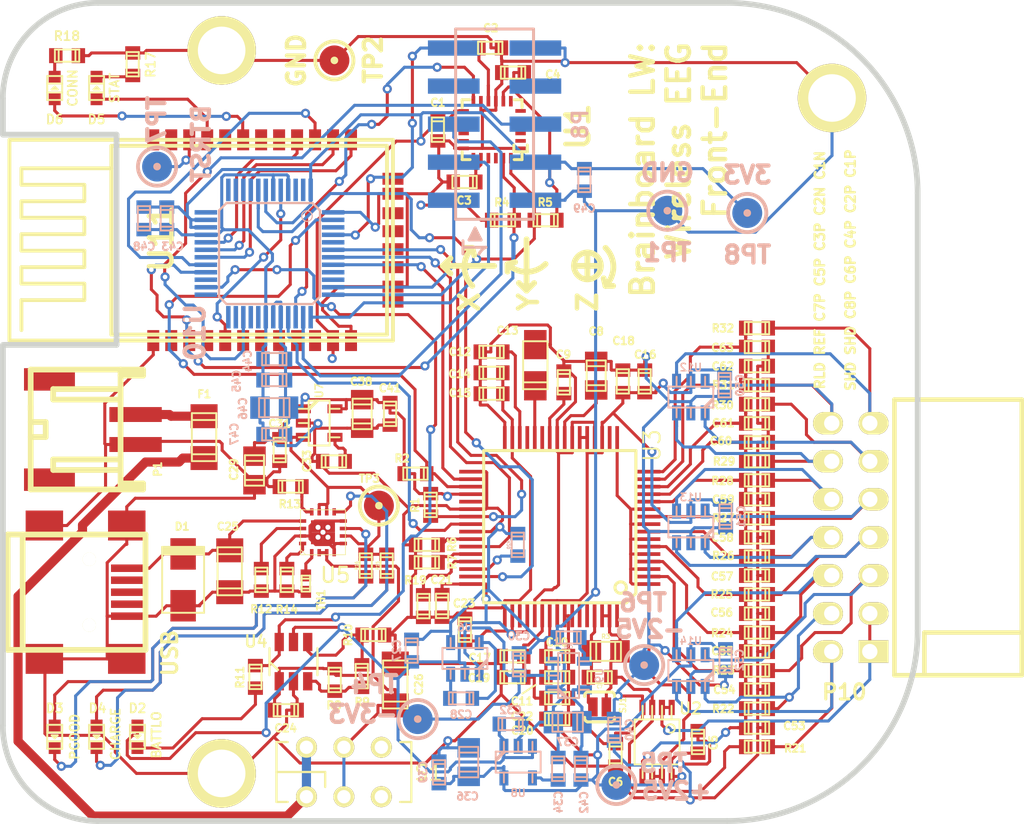
<source format=kicad_pcb>
(kicad_pcb (version 20171130) (host pcbnew "(5.1.12)-1")
  (layers (0 Top signal) (1 Ground power) (2 Power power) (31 Bottom signal) (34 B.Paste user hide) (35 F.Paste user hide) (36 B.SilkS user hide) (37 F.SilkS user hide) (38 B.Mask user hide) (39 F.Mask user hide) (44 Edge.Cuts user))
  (net 0 "")
  (net 1 +2.5V)
  (net 2 +3.3V)
  (net 3 +BATT)
  (net 4 -2.5V)
  (net 5 -3.3V)
  (net 6 /BATTLO)
  (net 7 "/Brainboard AFE/BIASINV")
  (net 8 "/Brainboard AFE/SRB1")
  (net 9 "/Brainboard AFE/VCAP1")
  (net 10 "/Brainboard AFE/VCAP2")
  (net 11 "/Brainboard AFE/VCAP3")
  (net 12 "/Brainboard AFE/VCAP4")
  (net 13 "/Brainboard AFE/VREFP")
  (net 14 "/Brainboard Analog In/BIAS_ELEC")
  (net 15 "/Brainboard Analog In/CH1ELEC_N")
  (net 16 "/Brainboard Analog In/CH1ELEC_P")
  (net 17 "/Brainboard Analog In/CH2ELEC_N")
  (net 18 "/Brainboard Analog In/CH2ELEC_P")
  (net 19 "/Brainboard Analog In/CH3ELEC_P")
  (net 20 "/Brainboard Analog In/CH4ELEC_P")
  (net 21 "/Brainboard Analog In/CH5ELEC_P")
  (net 22 "/Brainboard Analog In/CH6ELEC_P")
  (net 23 "/Brainboard Analog In/CH7ELEC_P")
  (net 24 "/Brainboard Analog In/CH8ELEC_P")
  (net 25 "/Brainboard Analog In/REF_ELEC")
  (net 26 "/Brainboard Bluetooth/FACTORY")
  (net 27 "/Brainboard Bluetooth/STATUS")
  (net 28 "/Brainboard Bluetooth/STATUSn")
  (net 29 "/Brainboard IMU/CPOUT")
  (net 30 "/Brainboard IMU/REGOUT")
  (net 31 "/Brainboard MCU/RESET_MCU")
  (net 32 "/Brainboard MCU/TCK")
  (net 33 "/Brainboard MCU/TDI")
  (net 34 "/Brainboard MCU/TDO")
  (net 35 "/Brainboard MCU/TMS")
  (net 36 "/Brainboard Power/B+")
  (net 37 "/Brainboard Power/ILIM")
  (net 38 "/Brainboard Power/ISET")
  (net 39 "/Brainboard Power/OUT")
  (net 40 "/Brainboard Power/TMR")
  (net 41 "/Brainboard Power/TS")
  (net 42 "/Brainboard Power/VBUS")
  (net 43 "/Brainboard Power/_B+")
  (net 44 "/Brainboard Power/~CHG")
  (net 45 "/Brainboard Power/~PGOOD")
  (net 46 /CS)
  (net 47 /DRDY)
  (net 48 /PWDN)
  (net 49 AGND)
  (net 50 AIN1N)
  (net 51 AIN1P)
  (net 52 AIN2N)
  (net 53 AIN2P)
  (net 54 AIN3P)
  (net 55 AIN4P)
  (net 56 AIN5P)
  (net 57 AIN6P)
  (net 58 AIN7P)
  (net 59 AIN8P)
  (net 60 BIAS)
  (net 61 IMU_INT)
  (net 62 MISO)
  (net 63 MOSI)
  (net 64 N-00000107)
  (net 65 N-00000108)
  (net 66 N-0000033)
  (net 67 N-0000034)
  (net 68 N-0000035)
  (net 69 N-0000036)
  (net 70 N-0000051)
  (net 71 N-0000054)
  (net 72 N-0000055)
  (net 73 N-0000056)
  (net 74 N-0000057)
  (net 75 N-0000061)
  (net 76 N-0000067)
  (net 77 N-0000068)
  (net 78 N-0000069)
  (net 79 N-0000070)
  (net 80 REF_IN)
  (net 81 RESET_BT)
  (net 82 SCL)
  (net 83 SCLK)
  (net 84 SDA)
  (net 85 SHIELD)
  (net 86 UARTBT_CTS)
  (net 87 UARTBT_RTS)
  (net 88 UARTBT_RX)
  (net 89 UARTBT_TX)
  (module msoic-8 (layer Top) (at 224.866 139.598 180)
    (fp_text reference U2 (at -2.2352 2.2352 180) (layer F.SilkS) (effects (font (size 0.762 0.762) (thickness 0.127))))
    (fp_text value OPA2376 hide)
    (pad 1 smd rect (at -0.97536 2.30124 180) (size 0.40894 1.02108) (layers Top F.Paste F.Mask) (net 85 SHIELD))
    (pad 2 smd rect (at -0.32512 2.30124 180) (size 0.40894 1.02108) (layers Top F.Paste F.Mask) (net 85 SHIELD))
    (pad 3 smd rect (at 0.32512 2.30124 180) (size 0.40894 1.02108) (layers Top F.Paste F.Mask) (net 60 BIAS))
    (pad 4 smd rect (at 0.97536 2.30124 180) (size 0.40894 1.02108) (layers Top F.Paste F.Mask) (net 4 -2.5V))
    (pad 5 smd rect (at 0.97536 -2.30124 180) (size 0.40894 1.02108) (layers Top F.Paste F.Mask) (net 80 REF_IN))
    (pad 6 smd rect (at 0.32512 -2.30124 180) (size 0.40894 1.02108) (layers Top F.Paste F.Mask) (net 8 "/Brainboard AFE/SRB1"))
    (pad 7 smd rect (at -0.32512 -2.30124 180) (size 0.40894 1.02108) (layers Top F.Paste F.Mask) (net 8 "/Brainboard AFE/SRB1"))
    (pad 8 smd rect (at -0.97536 -2.30124 180) (size 0.40894 1.02108) (layers Top F.Paste F.Mask) (net 1 +2.5V))
  )
  (module USB_MINI_B (layer Top) (at 186.118 129.604)
    (fp_text reference CON1 hide)
    (fp_text value USB (at 6.223 4.064 90) (layer F.SilkS) (effects (font (size 1.016 1.016) (thickness 0.2032))))
    (pad 1 smd rect (at 3.44932 -1.6002) (size 2.30124 0.50038) (layers Top F.Paste F.Mask) (net 42 "/Brainboard Power/VBUS"))
    (pad 2 smd rect (at 3.44932 -0.8001) (size 2.30124 0.50038) (layers Top F.Paste F.Mask))
    (pad 3 smd rect (at 3.44932 0) (size 2.30124 0.50038) (layers Top F.Paste F.Mask))
    (pad 4 smd rect (at 3.44932 0.8001) (size 2.30124 0.50038) (layers Top F.Paste F.Mask))
    (pad 5 smd rect (at 3.44932 1.6002) (size 2.30124 0.50038) (layers Top F.Paste F.Mask) (net 49 AGND))
    (pad 6 smd rect (at 3.35026 -4.45008) (size 2.49936 1.99898) (layers Top F.Paste F.Mask) (net 49 AGND))
    (pad 7 smd rect (at -2.14884 -4.45008) (size 2.49936 1.99898) (layers Top F.Paste F.Mask) (net 49 AGND))
    (pad 8 smd rect (at 3.35026 4.45008) (size 2.49936 1.99898) (layers Top F.Paste F.Mask) (net 49 AGND))
    (pad 9 smd rect (at -2.14884 4.45008) (size 2.49936 1.99898) (layers Top F.Paste F.Mask) (net 49 AGND))
    (pad "" np_thru_hole circle (at 0.8509 -2.19964) (size 0.89916 0.89916) (drill 0.89916) (layers *.Cu *.Mask F.SilkS))
    (pad 2 np_thru_hole circle (at 0.8509 2.19964) (size 0.89916 0.89916) (drill 0.89916) (layers *.Cu *.Mask F.SilkS))
  )
  (module sot23-6 (layer Bottom) (at 227.12 134.836 180)
    (fp_text reference U14 (at 0 1.9812 180) (layer B.SilkS) (effects (font (size 0.50038 0.50038) (thickness 0.09906)) (justify mirror)))
    (fp_text value TPD4E001DBV hide)
    (pad 1 smd rect (at -0.9525 -1.05664 180) (size 0.59944 1.00076) (layers Bottom B.Paste B.Mask) (net 25 "/Brainboard Analog In/REF_ELEC"))
    (pad 3 smd rect (at 0.9525 -1.05664 180) (size 0.59944 1.00076) (layers Bottom B.Paste B.Mask) (net 14 "/Brainboard Analog In/BIAS_ELEC"))
    (pad 2 smd rect (at 0 -1.05664 180) (size 0.59944 1.00076) (layers Bottom B.Paste B.Mask) (net 4 -2.5V))
    (pad 4 smd rect (at 0.9525 1.05664 180) (size 0.59944 1.00076) (layers Bottom B.Paste B.Mask) (net 23 "/Brainboard Analog In/CH7ELEC_P"))
    (pad 6 smd rect (at -0.9525 1.05664 180) (size 0.59944 1.00076) (layers Bottom B.Paste B.Mask) (net 24 "/Brainboard Analog In/CH8ELEC_P"))
    (pad 5 smd rect (at 0 1.05664 180) (size 0.59944 1.00076) (layers Bottom B.Paste B.Mask) (net 1 +2.5V))
  )
  (module r_1206 (layer Top) (at 194.628 119.253 270)
    (fp_text reference F1 (at -2.8702 -0.0127) (layer F.SilkS) (effects (font (size 0.50038 0.50038) (thickness 0.11938))))
    (fp_text value "PTC 500mA" hide)
    (pad 1 smd rect (at 1.397 0 270) (size 1.6002 1.8034) (layers Top F.Paste F.Mask) (net 43 "/Brainboard Power/_B+"))
    (pad 2 smd rect (at -1.397 0 270) (size 1.6002 1.8034) (layers Top F.Paste F.Mask) (net 36 "/Brainboard Power/B+"))
  )
  (module r_0603 (layer Top) (at 231.534 115.786)
    (fp_text reference R31 (at -2.2479 -0.0127) (layer F.SilkS) (effects (font (size 0.508 0.508) (thickness 0.127))))
    (fp_text value 4.99K hide)
    (pad 1 smd rect (at 0.75184 0) (size 0.89916 1.00076) (layers Top F.Paste F.Mask) (net 15 "/Brainboard Analog In/CH1ELEC_N"))
    (pad 2 smd rect (at -0.75184 0) (size 0.89916 1.00076) (layers Top F.Paste F.Mask) (net 50 AIN1N))
  )
  (module r_0603 (layer Top) (at 231.534 120.866)
    (fp_text reference R29 (at -2.1971 0.0127) (layer F.SilkS) (effects (font (size 0.508 0.508) (thickness 0.127))))
    (fp_text value 4.99K hide)
    (pad 1 smd rect (at 0.75184 0) (size 0.89916 1.00076) (layers Top F.Paste F.Mask) (net 17 "/Brainboard Analog In/CH2ELEC_N"))
    (pad 2 smd rect (at -0.75184 0) (size 0.89916 1.00076) (layers Top F.Paste F.Mask) (net 52 AIN2N))
  )
  (module r_0603 (layer Top) (at 231.534 122.136)
    (fp_text reference R28 (at -2.2987 0.0381) (layer F.SilkS) (effects (font (size 0.508 0.508) (thickness 0.127))))
    (fp_text value 4.99K hide)
    (pad 1 smd rect (at 0.75184 0) (size 0.89916 1.00076) (layers Top F.Paste F.Mask) (net 19 "/Brainboard Analog In/CH3ELEC_P"))
    (pad 2 smd rect (at -0.75184 0) (size 0.89916 1.00076) (layers Top F.Paste F.Mask) (net 54 AIN3P))
  )
  (module r_0603 (layer Top) (at 231.534 124.676)
    (fp_text reference R27 (at -2.2479 -0.0127) (layer F.SilkS) (effects (font (size 0.508 0.508) (thickness 0.127))))
    (fp_text value 4.99K hide)
    (pad 1 smd rect (at 0.75184 0) (size 0.89916 1.00076) (layers Top F.Paste F.Mask) (net 20 "/Brainboard Analog In/CH4ELEC_P"))
    (pad 2 smd rect (at -0.75184 0) (size 0.89916 1.00076) (layers Top F.Paste F.Mask) (net 55 AIN4P))
  )
  (module r_0603 (layer Top) (at 231.534 111.976)
    (fp_text reference R32 (at -2.2733 0.0127) (layer F.SilkS) (effects (font (size 0.508 0.508) (thickness 0.127))))
    (fp_text value 4.99K hide)
    (pad 1 smd rect (at 0.75184 0) (size 0.89916 1.00076) (layers Top F.Paste F.Mask) (net 16 "/Brainboard Analog In/CH1ELEC_P"))
    (pad 2 smd rect (at -0.75184 0) (size 0.89916 1.00076) (layers Top F.Paste F.Mask) (net 51 AIN1P))
  )
  (module r_0603 (layer Top) (at 231.534 117.056)
    (fp_text reference R30 (at -2.2987 0.0635) (layer F.SilkS) (effects (font (size 0.508 0.508) (thickness 0.127))))
    (fp_text value 4.99K hide)
    (pad 1 smd rect (at 0.75184 0) (size 0.89916 1.00076) (layers Top F.Paste F.Mask) (net 18 "/Brainboard Analog In/CH2ELEC_P"))
    (pad 2 smd rect (at -0.75184 0) (size 0.89916 1.00076) (layers Top F.Paste F.Mask) (net 53 AIN2P))
  )
  (module r_0603 (layer Top) (at 205.93 132.461 180)
    (fp_text reference R10 (at 1.6891 0 270) (layer F.SilkS) (effects (font (size 0.508 0.508) (thickness 0.127))))
    (fp_text value 383k hide)
    (pad 1 smd rect (at 0.75184 0 180) (size 0.89916 1.00076) (layers Top F.Paste F.Mask) (net 73 N-0000056))
    (pad 2 smd rect (at -0.75184 0 180) (size 0.89916 1.00076) (layers Top F.Paste F.Mask) (net 49 AGND))
  )
  (module r_0402 (layer Top) (at 201.422 129.032 90)
    (fp_text reference TH1 (at -1.0922 1.016 90) (layer F.SilkS) (effects (font (size 0.508 0.508) (thickness 0.127))))
    (fp_text value "NTC 10K" hide)
    (pad 1 smd rect (at 0.54864 0 90) (size 0.8001 0.6985) (layers Top F.Paste F.Mask) (net 41 "/Brainboard Power/TS"))
    (pad 2 smd rect (at -0.54864 0 90) (size 0.8001 0.6985) (layers Top F.Paste F.Mask) (net 49 AGND))
  )
  (module Led_0603 (layer Top) (at 184.658 95.9485 90)
    (fp_text reference D6 (at -2.0955 0 180) (layer F.SilkS) (effects (font (size 0.59944 0.59944) (thickness 0.11938))))
    (fp_text value CONN (at 0 1.19888 90) (layer F.SilkS) (effects (font (size 0.59944 0.59944) (thickness 0.11938))))
    (pad 1 smd rect (at -0.7493 0 90) (size 0.79756 0.79756) (layers Top F.Paste F.Mask) (net 27 "/Brainboard Bluetooth/STATUS"))
    (pad 2 smd rect (at 0.7493 0 90) (size 0.79756 0.79756) (layers Top F.Paste F.Mask) (net 64 N-00000107))
  )
  (module Led_0603 (layer Top) (at 187.452 95.9485 90)
    (fp_text reference D5 (at -2.0955 0 180) (layer F.SilkS) (effects (font (size 0.59944 0.59944) (thickness 0.11938))))
    (fp_text value STAT (at 0 1.19888 90) (layer F.SilkS) (effects (font (size 0.59944 0.59944) (thickness 0.11938))))
    (pad 1 smd rect (at -0.7493 0 90) (size 0.79756 0.79756) (layers Top F.Paste F.Mask) (net 28 "/Brainboard Bluetooth/STATUSn"))
    (pad 2 smd rect (at 0.7493 0 90) (size 0.79756 0.79756) (layers Top F.Paste F.Mask) (net 65 N-00000108))
  )
  (module Led_0603 (layer Top) (at 184.658 139.256 270)
    (fp_text reference D3 (at -1.905 0) (layer F.SilkS) (effects (font (size 0.59944 0.59944) (thickness 0.11938))))
    (fp_text value PGOOD (at 0 -1.3335 270) (layer F.SilkS) (effects (font (size 0.59944 0.59944) (thickness 0.11938))))
    (pad 1 smd rect (at -0.7493 0 270) (size 0.79756 0.79756) (layers Top F.Paste F.Mask) (net 71 N-0000054))
    (pad 2 smd rect (at 0.7493 0 270) (size 0.79756 0.79756) (layers Top F.Paste F.Mask) (net 45 "/Brainboard Power/~PGOOD"))
  )
  (module Led_0603 (layer Top) (at 187.452 139.256 270)
    (fp_text reference D4 (at -1.905 -0.0635) (layer F.SilkS) (effects (font (size 0.59944 0.59944) (thickness 0.11938))))
    (fp_text value CHARGE (at -0.1905 -1.27 270) (layer F.SilkS) (effects (font (size 0.59944 0.59944) (thickness 0.11938))))
    (pad 1 smd rect (at -0.7493 0 270) (size 0.79756 0.79756) (layers Top F.Paste F.Mask) (net 72 N-0000055))
    (pad 2 smd rect (at 0.7493 0 270) (size 0.79756 0.79756) (layers Top F.Paste F.Mask) (net 44 "/Brainboard Power/~CHG"))
  )
  (module JS202011AQN (layer Top) (at 203.962 141.605)
    (fp_text reference S1 (at 5.6515 0.0635) (layer F.SilkS))
    (fp_text value DPDT hide)
    (pad 4 thru_hole circle (at -2.5 -1.65) (size 1.397 1.397) (drill 0.889) (layers *.Cu *.Mask F.SilkS) (net 43 "/Brainboard Power/_B+"))
    (pad 5 thru_hole circle (at 0 -1.65) (size 1.397 1.397) (drill 0.889) (layers *.Cu *.Mask F.SilkS) (net 3 +BATT))
    (pad 6 thru_hole circle (at 2.5 -1.65) (size 1.397 1.397) (drill 0.889) (layers *.Cu *.Mask F.SilkS))
    (pad 1 thru_hole circle (at -2.5 1.65) (size 1.397 1.397) (drill 0.889) (layers *.Cu *.Mask F.SilkS) (net 43 "/Brainboard Power/_B+"))
    (pad 2 thru_hole circle (at 0 1.65) (size 1.397 1.397) (drill 0.889) (layers *.Cu *.Mask F.SilkS) (net 3 +BATT))
    (pad 3 thru_hole circle (at 2.5 1.65) (size 1.397 1.397) (drill 0.889) (layers *.Cu *.Mask F.SilkS))
  )
  (module c_0603 (layer Top) (at 231.534 118.326 180)
    (fp_text reference C61 (at 2.2479 0.0127 180) (layer F.SilkS) (effects (font (size 0.508 0.508) (thickness 0.127))))
    (fp_text value 4.7nF hide)
    (pad 1 smd rect (at 0.75184 0 180) (size 0.89916 1.00076) (layers Top F.Paste F.Mask) (net 53 AIN2P))
    (pad 2 smd rect (at -0.75184 0 180) (size 0.89916 1.00076) (layers Top F.Paste F.Mask) (net 49 AGND))
  )
  (module c_0603 (layer Top) (at 231.534 113.246 180)
    (fp_text reference C63 (at 2.2987 -0.0381 180) (layer F.SilkS) (effects (font (size 0.508 0.508) (thickness 0.127))))
    (fp_text value 4.7nF hide)
    (pad 1 smd rect (at 0.75184 0 180) (size 0.89916 1.00076) (layers Top F.Paste F.Mask) (net 51 AIN1P))
    (pad 2 smd rect (at -0.75184 0 180) (size 0.89916 1.00076) (layers Top F.Paste F.Mask) (net 49 AGND))
  )
  (module c_0603 (layer Top) (at 231.534 114.516 180)
    (fp_text reference C62 (at 2.2733 -0.0127 180) (layer F.SilkS) (effects (font (size 0.508 0.508) (thickness 0.127))))
    (fp_text value 4.7nF hide)
    (pad 1 smd rect (at 0.75184 0 180) (size 0.89916 1.00076) (layers Top F.Paste F.Mask) (net 50 AIN1N))
    (pad 2 smd rect (at -0.75184 0 180) (size 0.89916 1.00076) (layers Top F.Paste F.Mask) (net 49 AGND))
  )
  (module c_0603 (layer Top) (at 231.534 119.596 180)
    (fp_text reference C60 (at 2.4003 0.0889 180) (layer F.SilkS) (effects (font (size 0.508 0.508) (thickness 0.127))))
    (fp_text value 4.7nF hide)
    (pad 1 smd rect (at 0.75184 0 180) (size 0.89916 1.00076) (layers Top F.Paste F.Mask) (net 52 AIN2N))
    (pad 2 smd rect (at -0.75184 0 180) (size 0.89916 1.00076) (layers Top F.Paste F.Mask) (net 49 AGND))
  )
  (module c_0603 (layer Top) (at 231.534 123.406 180)
    (fp_text reference C59 (at 2.2479 -0.0127 180) (layer F.SilkS) (effects (font (size 0.508 0.508) (thickness 0.127))))
    (fp_text value 4.7nF hide)
    (pad 1 smd rect (at 0.75184 0 180) (size 0.89916 1.00076) (layers Top F.Paste F.Mask) (net 54 AIN3P))
    (pad 2 smd rect (at -0.75184 0 180) (size 0.89916 1.00076) (layers Top F.Paste F.Mask) (net 49 AGND))
  )
  (module c_0603 (layer Top) (at 231.534 125.946 180)
    (fp_text reference C58 (at 2.2987 -0.0127 180) (layer F.SilkS) (effects (font (size 0.508 0.508) (thickness 0.127))))
    (fp_text value 4.7nF hide)
    (pad 1 smd rect (at 0.75184 0 180) (size 0.89916 1.00076) (layers Top F.Paste F.Mask) (net 55 AIN4P))
    (pad 2 smd rect (at -0.75184 0 180) (size 0.89916 1.00076) (layers Top F.Paste F.Mask) (net 49 AGND))
  )
  (module c_0603 (layer Top) (at 231.534 128.486 180)
    (fp_text reference C57 (at 2.3241 -0.0635 180) (layer F.SilkS) (effects (font (size 0.508 0.508) (thickness 0.127))))
    (fp_text value 4.7nF hide)
    (pad 1 smd rect (at 0.75184 0 180) (size 0.89916 1.00076) (layers Top F.Paste F.Mask) (net 56 AIN5P))
    (pad 2 smd rect (at -0.75184 0 180) (size 0.89916 1.00076) (layers Top F.Paste F.Mask) (net 49 AGND))
  )
  (module c_0603 (layer Top) (at 212.014 102.222)
    (fp_text reference C3 (at -0.0254 1.2319) (layer F.SilkS) (effects (font (size 0.508 0.508) (thickness 0.127))))
    (fp_text value 2.2nF hide)
    (pad 1 smd rect (at 0.75184 0) (size 0.89916 1.00076) (layers Top F.Paste F.Mask) (net 29 "/Brainboard IMU/CPOUT"))
    (pad 2 smd rect (at -0.75184 0) (size 0.89916 1.00076) (layers Top F.Paste F.Mask) (net 49 AGND))
  )
  (module SparkFun-Passives-SJ_2S-NO (layer Top) (at 221.031 137.262)
    (fp_text reference SJ1 (at 1.5494 -0.127 90) (layer F.SilkS) (effects (font (size 0.4064 0.4064) (thickness 0.0889))))
    (fp_text value "NO BIAS FILT" hide)
    (pad 1 smd rect (at -0.44958 0) (size 0.635 1.27) (layers Top F.Paste F.Mask) (net 7 "/Brainboard AFE/BIASINV"))
    (pad 2 smd rect (at 0.44958 0) (size 0.635 1.27) (layers Top F.Paste F.Mask) (net 60 BIAS))
  )
  (module QFN24-4x4 (layer Top) (at 213.855 98.7298 90)
    (fp_text reference U1 (at 0.2032 5.7277 90) (layer F.SilkS) (effects (font (size 1.524 1.524) (thickness 0.3048))))
    (fp_text value MPU6050 hide)
    (pad 1 smd rect (at -1.24968 1.89992 270) (size 0.24892 0.6985) (layers Top F.Paste F.Mask) (net 49 AGND))
    (pad 2 smd rect (at -0.7493 1.89992 270) (size 0.24892 0.6985) (layers Top F.Paste F.Mask))
    (pad 3 smd rect (at -0.24892 1.89992 270) (size 0.24892 0.6985) (layers Top F.Paste F.Mask))
    (pad 4 smd rect (at 0.24892 1.89992 270) (size 0.24892 0.6985) (layers Top F.Paste F.Mask))
    (pad 5 smd rect (at 0.7493 1.89992 270) (size 0.24892 0.6985) (layers Top F.Paste F.Mask))
    (pad 6 smd rect (at 1.24968 1.89992 270) (size 0.24892 0.6985) (layers Top F.Paste F.Mask))
    (pad 7 smd rect (at 1.89992 1.24968) (size 0.24892 0.6985) (layers Top F.Paste F.Mask))
    (pad 8 smd rect (at 1.89992 0.7493) (size 0.24892 0.6985) (layers Top F.Paste F.Mask) (net 2 +3.3V))
    (pad 9 smd rect (at 1.89992 0.24892) (size 0.24892 0.6985) (layers Top F.Paste F.Mask) (net 49 AGND))
    (pad 10 smd rect (at 1.89992 -0.24892) (size 0.24892 0.6985) (layers Top F.Paste F.Mask) (net 30 "/Brainboard IMU/REGOUT"))
    (pad 11 smd rect (at 1.89992 -0.7493) (size 0.24892 0.6985) (layers Top F.Paste F.Mask) (net 49 AGND))
    (pad 12 smd rect (at 1.89992 -1.24968) (size 0.24892 0.6985) (layers Top F.Paste F.Mask) (net 61 IMU_INT))
    (pad 13 smd rect (at 1.24968 -1.89992 90) (size 0.24892 0.6985) (layers Top F.Paste F.Mask) (net 2 +3.3V))
    (pad 14 smd rect (at 0.7493 -1.89992 90) (size 0.24892 0.6985) (layers Top F.Paste F.Mask))
    (pad 15 smd rect (at 0.24892 -1.89992 90) (size 0.24892 0.6985) (layers Top F.Paste F.Mask))
    (pad 16 smd rect (at -0.24892 -1.89992 90) (size 0.24892 0.6985) (layers Top F.Paste F.Mask))
    (pad 17 smd rect (at -0.7493 -1.89992 90) (size 0.24892 0.6985) (layers Top F.Paste F.Mask))
    (pad 18 smd rect (at -1.24968 -1.89992 90) (size 0.24892 0.6985) (layers Top F.Paste F.Mask) (net 49 AGND))
    (pad 19 smd rect (at -1.89992 -1.24968 180) (size 0.24892 0.6985) (layers Top F.Paste F.Mask))
    (pad 20 smd rect (at -1.89992 -0.7493 180) (size 0.24892 0.6985) (layers Top F.Paste F.Mask) (net 29 "/Brainboard IMU/CPOUT"))
    (pad 21 smd rect (at -1.89992 -0.24892 180) (size 0.24892 0.6985) (layers Top F.Paste F.Mask))
    (pad 22 smd rect (at -1.89992 0.24892 180) (size 0.24892 0.6985) (layers Top F.Paste F.Mask))
    (pad 23 smd rect (at -1.89992 0.7493 180) (size 0.24892 0.6985) (layers Top F.Paste F.Mask) (net 82 SCL))
    (pad 24 smd rect (at -1.89992 1.24968 180) (size 0.24892 0.6985) (layers Top F.Paste F.Mask) (net 84 SDA))
  )
  (module -TQFP48 (layer Bottom) (at 198.996 106.998 270)
    (fp_text reference U10 (at 5.2705 4.9657 270) (layer B.SilkS) (effects (font (size 1.27 1.27) (thickness 0.28575)) (justify mirror)))
    (fp_text value ATUC3L064 hide)
    (pad 1 smd rect (at -2.74828 -4.24942 270) (size 0.29972 1.4986) (layers Bottom B.Paste B.Mask) (net 49 AGND))
    (pad 2 smd rect (at -2.2479 -4.24942 270) (size 0.29972 1.4986) (layers Bottom B.Paste B.Mask) (net 48 /PWDN))
    (pad 3 smd rect (at -1.74752 -4.24942 270) (size 0.29972 1.4986) (layers Bottom B.Paste B.Mask))
    (pad 4 smd rect (at -1.24968 -4.24942 270) (size 0.29972 1.4986) (layers Bottom B.Paste B.Mask) (net 33 "/Brainboard MCU/TDI"))
    (pad 5 smd rect (at -0.7493 -4.24942 270) (size 0.29972 1.4986) (layers Bottom B.Paste B.Mask))
    (pad 6 smd rect (at -0.24892 -4.24942 270) (size 0.29972 1.4986) (layers Bottom B.Paste B.Mask) (net 46 /CS))
    (pad 7 smd rect (at 0.24892 -4.24942 270) (size 0.29972 1.4986) (layers Bottom B.Paste B.Mask) (net 62 MISO))
    (pad 8 smd rect (at 0.7493 -4.24942 270) (size 0.29972 1.4986) (layers Bottom B.Paste B.Mask) (net 63 MOSI))
    (pad 9 smd rect (at 1.24968 -4.24942 270) (size 0.29972 1.4986) (layers Bottom B.Paste B.Mask))
    (pad 10 smd rect (at 1.74752 -4.24942 270) (size 0.29972 1.4986) (layers Bottom B.Paste B.Mask))
    (pad 11 smd rect (at 2.2479 -4.24942 270) (size 0.29972 1.4986) (layers Bottom B.Paste B.Mask) (net 32 "/Brainboard MCU/TCK"))
    (pad 12 smd rect (at 2.74828 -4.24942 270) (size 0.29972 1.4986) (layers Bottom B.Paste B.Mask) (net 84 SDA))
    (pad 13 smd rect (at 4.24942 -2.74828 270) (size 1.4986 0.29972) (layers Bottom B.Paste B.Mask) (net 34 "/Brainboard MCU/TDO"))
    (pad 14 smd rect (at 4.24942 -2.2479 270) (size 1.4986 0.29972) (layers Bottom B.Paste B.Mask) (net 35 "/Brainboard MCU/TMS"))
    (pad 15 smd rect (at 4.24942 -1.74752 270) (size 1.4986 0.29972) (layers Bottom B.Paste B.Mask) (net 61 IMU_INT))
    (pad 16 smd rect (at 4.24942 -1.24968 270) (size 1.4986 0.29972) (layers Bottom B.Paste B.Mask) (net 83 SCLK))
    (pad 17 smd rect (at 4.24942 -0.7493 270) (size 1.4986 0.29972) (layers Bottom B.Paste B.Mask) (net 2 +3.3V))
    (pad 18 smd rect (at 4.24942 -0.24892 270) (size 1.4986 0.29972) (layers Bottom B.Paste B.Mask) (net 2 +3.3V))
    (pad 19 smd rect (at 4.24942 0.24892 270) (size 1.4986 0.29972) (layers Bottom B.Paste B.Mask) (net 49 AGND))
    (pad 20 smd rect (at 4.24942 0.7493 270) (size 1.4986 0.29972) (layers Bottom B.Paste B.Mask))
    (pad 21 smd rect (at 4.24942 1.24968 270) (size 1.4986 0.29972) (layers Bottom B.Paste B.Mask))
    (pad 22 smd rect (at 4.24942 1.74752 270) (size 1.4986 0.29972) (layers Bottom B.Paste B.Mask) (net 31 "/Brainboard MCU/RESET_MCU"))
    (pad 23 smd rect (at 4.24942 2.2479 270) (size 1.4986 0.29972) (layers Bottom B.Paste B.Mask))
    (pad 24 smd rect (at 4.24942 2.74828 270) (size 1.4986 0.29972) (layers Bottom B.Paste B.Mask))
    (pad 25 smd rect (at 2.74828 4.24942 270) (size 0.29972 1.4986) (layers Bottom B.Paste B.Mask))
    (pad 26 smd rect (at 2.2479 4.24942 270) (size 0.29972 1.4986) (layers Bottom B.Paste B.Mask) (net 6 /BATTLO))
    (pad 27 smd rect (at 1.74752 4.24942 270) (size 0.29972 1.4986) (layers Bottom B.Paste B.Mask))
    (pad 28 smd rect (at 1.24968 4.24942 270) (size 0.29972 1.4986) (layers Bottom B.Paste B.Mask) (net 82 SCL))
    (pad 29 smd rect (at 0.7493 4.24942 270) (size 0.29972 1.4986) (layers Bottom B.Paste B.Mask) (net 86 UARTBT_CTS))
    (pad 30 smd rect (at 0.24892 4.24942 270) (size 0.29972 1.4986) (layers Bottom B.Paste B.Mask) (net 89 UARTBT_TX))
    (pad 31 smd rect (at -0.24892 4.24942 270) (size 0.29972 1.4986) (layers Bottom B.Paste B.Mask) (net 88 UARTBT_RX))
    (pad 32 smd rect (at -0.7493 4.24942 270) (size 0.29972 1.4986) (layers Bottom B.Paste B.Mask) (net 87 UARTBT_RTS))
    (pad 33 smd rect (at -1.24968 4.24942 270) (size 0.29972 1.4986) (layers Bottom B.Paste B.Mask) (net 49 AGND))
    (pad 34 smd rect (at -1.74752 4.24942 270) (size 0.29972 1.4986) (layers Bottom B.Paste B.Mask) (net 2 +3.3V))
    (pad 35 smd rect (at -2.2479 4.24942 270) (size 0.29972 1.4986) (layers Bottom B.Paste B.Mask) (net 2 +3.3V))
    (pad 36 smd rect (at -2.74828 4.24942 270) (size 0.29972 1.4986) (layers Bottom B.Paste B.Mask))
    (pad 37 smd rect (at -4.24942 2.74828 270) (size 1.4986 0.29972) (layers Bottom B.Paste B.Mask))
    (pad 38 smd rect (at -4.24942 2.2479 270) (size 1.4986 0.29972) (layers Bottom B.Paste B.Mask))
    (pad 39 smd rect (at -4.24942 1.74752 270) (size 1.4986 0.29972) (layers Bottom B.Paste B.Mask))
    (pad 40 smd rect (at -4.24942 1.24968 270) (size 1.4986 0.29972) (layers Bottom B.Paste B.Mask))
    (pad 41 smd rect (at -4.24942 0.7493 270) (size 1.4986 0.29972) (layers Bottom B.Paste B.Mask) (net 47 /DRDY))
    (pad 42 smd rect (at -4.24942 0.24892 270) (size 1.4986 0.29972) (layers Bottom B.Paste B.Mask) (net 2 +3.3V))
    (pad 43 smd rect (at -4.24942 -0.24892 270) (size 1.4986 0.29972) (layers Bottom B.Paste B.Mask) (net 49 AGND))
    (pad 44 smd rect (at -4.24942 -0.7493 270) (size 1.4986 0.29972) (layers Bottom B.Paste B.Mask) (net 81 RESET_BT))
    (pad 45 smd rect (at -4.24942 -1.24968 270) (size 1.4986 0.29972) (layers Bottom B.Paste B.Mask) (net 49 AGND))
    (pad 46 smd rect (at -4.24942 -1.74752 270) (size 1.4986 0.29972) (layers Bottom B.Paste B.Mask))
    (pad 47 smd rect (at -4.24942 -2.2479 270) (size 1.4986 0.29972) (layers Bottom B.Paste B.Mask))
    (pad 48 smd rect (at -4.24942 -2.74828 270) (size 1.4986 0.29972) (layers Bottom B.Paste B.Mask) (net 2 +3.3V))
  )
  (module r_0603 (layer Top) (at 205.156 135.204 270)
    (fp_text reference R9 (at 1.7272 -0.0254) (layer F.SilkS) (effects (font (size 0.508 0.508) (thickness 0.127))))
    (fp_text value 51.1k hide)
    (pad 1 smd rect (at 0.75184 0 270) (size 0.89916 1.00076) (layers Top F.Paste F.Mask) (net 74 N-0000057))
    (pad 2 smd rect (at -0.75184 0 270) (size 0.89916 1.00076) (layers Top F.Paste F.Mask) (net 73 N-0000056))
  )
  (module r_0603 (layer Top) (at 231.534 139.916)
    (fp_text reference R21 (at 2.5527 0.1143) (layer F.SilkS) (effects (font (size 0.508 0.508) (thickness 0.127))))
    (fp_text value 4.99K hide)
    (pad 1 smd rect (at 0.75184 0) (size 0.89916 1.00076) (layers Top F.Paste F.Mask) (net 14 "/Brainboard Analog In/BIAS_ELEC"))
    (pad 2 smd rect (at -0.75184 0) (size 0.89916 1.00076) (layers Top F.Paste F.Mask) (net 60 BIAS))
  )
  (module r_0603 (layer Top) (at 200.152 128.778 90)
    (fp_text reference R14 (at -1.9812 0 180) (layer F.SilkS) (effects (font (size 0.508 0.508) (thickness 0.127))))
    (fp_text value 4.42k hide)
    (pad 1 smd rect (at 0.75184 0 90) (size 0.89916 1.00076) (layers Top F.Paste F.Mask) (net 38 "/Brainboard Power/ISET"))
    (pad 2 smd rect (at -0.75184 0 90) (size 0.89916 1.00076) (layers Top F.Paste F.Mask) (net 49 AGND))
  )
  (module r_0603 (layer Top) (at 185.484 93.7895 180)
    (fp_text reference R18 (at 0.0127 1.3081 180) (layer F.SilkS) (effects (font (size 0.59944 0.59944) (thickness 0.11938))))
    (fp_text value 2.2k hide)
    (pad 1 smd rect (at 0.75184 0 180) (size 0.89916 1.00076) (layers Top F.Paste F.Mask) (net 64 N-00000107))
    (pad 2 smd rect (at -0.75184 0 180) (size 0.89916 1.00076) (layers Top F.Paste F.Mask) (net 49 AGND))
  )
  (module r_0603 (layer Top) (at 189.865 94.361 270)
    (fp_text reference R17 (at 0.0254 -1.1938 270) (layer F.SilkS) (effects (font (size 0.59944 0.59944) (thickness 0.11938))))
    (fp_text value 2.2k hide)
    (pad 1 smd rect (at 0.75184 0 270) (size 0.89916 1.00076) (layers Top F.Paste F.Mask) (net 65 N-00000108))
    (pad 2 smd rect (at -0.75184 0 270) (size 0.89916 1.00076) (layers Top F.Paste F.Mask) (net 49 AGND))
  )
  (module r_0603 (layer Top) (at 205.422 127.826 90)
    (fp_text reference R16 (at 0 -0.6096 90) (layer F.SilkS) (effects (font (size 0.20066 0.20066) (thickness 0.04064))))
    (fp_text value 2.2k hide)
    (pad 1 smd rect (at 0.75184 0 90) (size 0.89916 1.00076) (layers Top F.Paste F.Mask) (net 39 "/Brainboard Power/OUT"))
    (pad 2 smd rect (at -0.75184 0 90) (size 0.89916 1.00076) (layers Top F.Paste F.Mask) (net 71 N-0000054))
  )
  (module r_0603 (layer Top) (at 206.82 127.826 90)
    (fp_text reference R15 (at 0 -0.6096 90) (layer F.SilkS) (effects (font (size 0.20066 0.20066) (thickness 0.04064))))
    (fp_text value 2.2k hide)
    (pad 1 smd rect (at 0.75184 0 90) (size 0.89916 1.00076) (layers Top F.Paste F.Mask) (net 39 "/Brainboard Power/OUT"))
    (pad 2 smd rect (at -0.75184 0 90) (size 0.89916 1.00076) (layers Top F.Paste F.Mask) (net 72 N-0000055))
  )
  (module r_0603 (layer Top) (at 198.45 128.778 90)
    (fp_text reference R12 (at -1.9558 0 180) (layer F.SilkS) (effects (font (size 0.50038 0.50038) (thickness 0.11938))))
    (fp_text value 52.3k hide)
    (pad 1 smd rect (at 0.75184 0 90) (size 0.89916 1.00076) (layers Top F.Paste F.Mask) (net 40 "/Brainboard Power/TMR"))
    (pad 2 smd rect (at -0.75184 0 90) (size 0.89916 1.00076) (layers Top F.Paste F.Mask) (net 49 AGND))
  )
  (module r_0603 (layer Top) (at 198.056 135.255 90)
    (fp_text reference R11 (at -0.0254 -1.0287 90) (layer F.SilkS) (effects (font (size 0.508 0.508) (thickness 0.127))))
    (fp_text value 2.2k hide)
    (pad 1 smd rect (at 0.75184 0 90) (size 0.89916 1.00076) (layers Top F.Paste F.Mask) (net 6 /BATTLO))
    (pad 2 smd rect (at -0.75184 0 90) (size 0.89916 1.00076) (layers Top F.Paste F.Mask) (net 75 N-0000061))
  )
  (module r_0603 (layer Top) (at 200.406 122.555)
    (fp_text reference R13 (at -0.0508 1.1684) (layer F.SilkS) (effects (font (size 0.508 0.508) (thickness 0.127))))
    (fp_text value 1.18k hide)
    (pad 1 smd rect (at 0.75184 0) (size 0.89916 1.00076) (layers Top F.Paste F.Mask) (net 37 "/Brainboard Power/ILIM"))
    (pad 2 smd rect (at -0.75184 0) (size 0.89916 1.00076) (layers Top F.Paste F.Mask) (net 49 AGND))
  )
  (module r_0603 (layer Top) (at 231.534 132.296)
    (fp_text reference R24 (at -2.3241 0.0381) (layer F.SilkS) (effects (font (size 0.508 0.508) (thickness 0.127))))
    (fp_text value 4.99K hide)
    (pad 1 smd rect (at 0.75184 0) (size 0.89916 1.00076) (layers Top F.Paste F.Mask) (net 23 "/Brainboard Analog In/CH7ELEC_P"))
    (pad 2 smd rect (at -0.75184 0) (size 0.89916 1.00076) (layers Top F.Paste F.Mask) (net 58 AIN7P))
  )
  (module r_0603 (layer Top) (at 208.737 121.691 180)
    (fp_text reference R2 (at 0.889 1.016 180) (layer F.SilkS) (effects (font (size 0.508 0.508) (thickness 0.127))))
    (fp_text value 10K hide)
    (pad 1 smd rect (at 0.75184 0 180) (size 0.89916 1.00076) (layers Top F.Paste F.Mask) (net 2 +3.3V))
    (pad 2 smd rect (at -0.75184 0 180) (size 0.89916 1.00076) (layers Top F.Paste F.Mask) (net 48 /PWDN))
  )
  (module r_0603 (layer Top) (at 209.753 123.774 90)
    (fp_text reference R1 (at -0.0254 -1.0414 90) (layer F.SilkS) (effects (font (size 0.508 0.508) (thickness 0.127))))
    (fp_text value 10K hide)
    (pad 1 smd rect (at 0.75184 0 90) (size 0.89916 1.00076) (layers Top F.Paste F.Mask) (net 2 +3.3V))
    (pad 2 smd rect (at -0.75184 0 90) (size 0.89916 1.00076) (layers Top F.Paste F.Mask) (net 46 /CS))
  )
  (module r_0603 (layer Top) (at 203.352 135.458 90)
    (fp_text reference R8 (at -1.7018 -0.0508 180) (layer F.SilkS) (effects (font (size 0.508 0.508) (thickness 0.127))))
    (fp_text value 562k hide)
    (pad 1 smd rect (at 0.75184 0 90) (size 0.89916 1.00076) (layers Top F.Paste F.Mask) (net 3 +BATT))
    (pad 2 smd rect (at -0.75184 0 90) (size 0.89916 1.00076) (layers Top F.Paste F.Mask) (net 74 N-0000057))
  )
  (module TQFP_64 (layer Top) (at 218.453 125.311 90)
    (fp_text reference U3 (at 5.4991 6.0833 90) (layer F.SilkS) (effects (font (size 1.09982 1.09982) (thickness 0.127))))
    (fp_text value ADS1299 hide)
    (pad 1 smd rect (at -3.74904 5.86994 90) (size 0.24892 1.524) (layers Top F.Paste F.Mask) (net 8 "/Brainboard AFE/SRB1"))
    (pad 2 smd rect (at -3.24866 5.86994 90) (size 0.24892 1.524) (layers Top F.Paste F.Mask) (net 59 AIN8P))
    (pad 3 smd rect (at -2.74828 5.86994 90) (size 0.24892 1.524) (layers Top F.Paste F.Mask) (net 8 "/Brainboard AFE/SRB1"))
    (pad 4 smd rect (at -2.2479 5.86994 90) (size 0.24892 1.524) (layers Top F.Paste F.Mask) (net 58 AIN7P))
    (pad 5 smd rect (at -1.74752 5.86994 90) (size 0.24892 1.524) (layers Top F.Paste F.Mask) (net 8 "/Brainboard AFE/SRB1"))
    (pad 6 smd rect (at -1.24968 5.86994 90) (size 0.24892 1.524) (layers Top F.Paste F.Mask) (net 57 AIN6P))
    (pad 7 smd rect (at -0.7493 5.86994 90) (size 0.24892 1.524) (layers Top F.Paste F.Mask) (net 8 "/Brainboard AFE/SRB1"))
    (pad 8 smd rect (at -0.24892 5.86994 90) (size 0.24892 1.524) (layers Top F.Paste F.Mask) (net 56 AIN5P))
    (pad 9 smd rect (at 0.25146 5.86994 90) (size 0.24892 1.524) (layers Top F.Paste F.Mask) (net 8 "/Brainboard AFE/SRB1"))
    (pad 10 smd rect (at 0.75184 5.86994 90) (size 0.24892 1.524) (layers Top F.Paste F.Mask) (net 55 AIN4P))
    (pad 11 smd rect (at 1.25222 5.86994 90) (size 0.24892 1.524) (layers Top F.Paste F.Mask) (net 8 "/Brainboard AFE/SRB1"))
    (pad 12 smd rect (at 1.75006 5.86994 90) (size 0.24892 1.524) (layers Top F.Paste F.Mask) (net 54 AIN3P))
    (pad 13 smd rect (at 2.25044 5.86994 90) (size 0.24892 1.524) (layers Top F.Paste F.Mask) (net 52 AIN2N))
    (pad 14 smd rect (at 2.75082 5.86994 90) (size 0.24892 1.524) (layers Top F.Paste F.Mask) (net 53 AIN2P))
    (pad 15 smd rect (at 3.2512 5.86994 90) (size 0.24892 1.524) (layers Top F.Paste F.Mask) (net 50 AIN1N))
    (pad 16 smd rect (at 3.75158 5.86994 90) (size 0.24892 1.524) (layers Top F.Paste F.Mask) (net 51 AIN1P))
    (pad 17 smd rect (at 6.0325 3.74904 90) (size 1.524 0.24892) (layers Top F.Paste F.Mask) (net 8 "/Brainboard AFE/SRB1"))
    (pad 18 smd rect (at 6.0325 3.24866 90) (size 1.524 0.24892) (layers Top F.Paste F.Mask))
    (pad 19 smd rect (at 6.0325 2.74828 90) (size 1.524 0.24892) (layers Top F.Paste F.Mask) (net 1 +2.5V))
    (pad 20 smd rect (at 6.0325 2.2479 90) (size 1.524 0.24892) (layers Top F.Paste F.Mask) (net 4 -2.5V))
    (pad 21 smd rect (at 6.0325 1.74752 90) (size 1.524 0.24892) (layers Top F.Paste F.Mask) (net 1 +2.5V))
    (pad 22 smd rect (at 6.0325 1.24968 90) (size 1.524 0.24892) (layers Top F.Paste F.Mask) (net 1 +2.5V))
    (pad 23 smd rect (at 6.0325 0.7493 90) (size 1.524 0.24892) (layers Top F.Paste F.Mask) (net 4 -2.5V))
    (pad 24 smd rect (at 6.0325 0.24892 90) (size 1.524 0.24892) (layers Top F.Paste F.Mask) (net 13 "/Brainboard AFE/VREFP"))
    (pad 25 smd rect (at 6.0325 -0.25146 90) (size 1.524 0.24892) (layers Top F.Paste F.Mask) (net 4 -2.5V))
    (pad 26 smd rect (at 6.0325 -0.75184 90) (size 1.524 0.24892) (layers Top F.Paste F.Mask) (net 12 "/Brainboard AFE/VCAP4"))
    (pad 27 smd rect (at 6.0325 -1.25222 90) (size 1.524 0.24892) (layers Top F.Paste F.Mask))
    (pad 28 smd rect (at 6.0325 -1.75006 90) (size 1.524 0.24892) (layers Top F.Paste F.Mask) (net 9 "/Brainboard AFE/VCAP1"))
    (pad 29 smd rect (at 6.0325 -2.25044 90) (size 1.524 0.24892) (layers Top F.Paste F.Mask))
    (pad 30 smd rect (at 6.0325 -2.75082 90) (size 1.524 0.24892) (layers Top F.Paste F.Mask) (net 10 "/Brainboard AFE/VCAP2"))
    (pad 31 smd rect (at 6.0325 -3.2512 90) (size 1.524 0.24892) (layers Top F.Paste F.Mask) (net 49 AGND))
    (pad 32 smd rect (at 6.0325 -3.75158 90) (size 1.524 0.24892) (layers Top F.Paste F.Mask) (net 4 -2.5V))
    (pad 33 smd rect (at 3.75158 -6.0325 90) (size 0.24892 1.524) (layers Top F.Paste F.Mask) (net 49 AGND))
    (pad 34 smd rect (at 3.2512 -6.0325 90) (size 0.24892 1.524) (layers Top F.Paste F.Mask) (net 63 MOSI))
    (pad 35 smd rect (at 2.75082 -6.0325 90) (size 0.24892 1.524) (layers Top F.Paste F.Mask) (net 48 /PWDN))
    (pad 36 smd rect (at 2.25044 -6.0325 90) (size 0.24892 1.524) (layers Top F.Paste F.Mask) (net 2 +3.3V))
    (pad 37 smd rect (at 1.75006 -6.0325 90) (size 0.24892 1.524) (layers Top F.Paste F.Mask))
    (pad 38 smd rect (at 1.25222 -6.0325 90) (size 0.24892 1.524) (layers Top F.Paste F.Mask) (net 49 AGND))
    (pad 39 smd rect (at 0.75184 -6.0325 90) (size 0.24892 1.524) (layers Top F.Paste F.Mask) (net 46 /CS))
    (pad 40 smd rect (at 0.25146 -6.0325 90) (size 0.24892 1.524) (layers Top F.Paste F.Mask) (net 83 SCLK))
    (pad 41 smd rect (at -0.24892 -6.0325 90) (size 0.24892 1.524) (layers Top F.Paste F.Mask) (net 49 AGND))
    (pad 42 smd rect (at -0.7493 -6.0325 90) (size 0.24892 1.524) (layers Top F.Paste F.Mask) (net 69 N-0000036))
    (pad 43 smd rect (at -1.24968 -6.0325 90) (size 0.24892 1.524) (layers Top F.Paste F.Mask) (net 62 MISO))
    (pad 44 smd rect (at -1.74752 -6.0325 90) (size 0.24892 1.524) (layers Top F.Paste F.Mask) (net 68 N-0000035))
    (pad 45 smd rect (at -2.2479 -6.0325 90) (size 0.24892 1.524) (layers Top F.Paste F.Mask) (net 67 N-0000034))
    (pad 46 smd rect (at -2.74828 -6.0325 90) (size 0.24892 1.524) (layers Top F.Paste F.Mask) (net 66 N-0000033))
    (pad 47 smd rect (at -3.24866 -6.0325 90) (size 0.24892 1.524) (layers Top F.Paste F.Mask) (net 47 /DRDY))
    (pad 48 smd rect (at -3.74904 -6.0325 90) (size 0.24892 1.524) (layers Top F.Paste F.Mask) (net 2 +3.3V))
    (pad 49 smd rect (at -5.86994 -3.75158 90) (size 1.524 0.24892) (layers Top F.Paste F.Mask) (net 49 AGND))
    (pad 50 smd rect (at -5.86994 -3.2512 90) (size 1.524 0.24892) (layers Top F.Paste F.Mask) (net 2 +3.3V))
    (pad 52 smd rect (at -5.86994 -2.25044 90) (size 1.524 0.24892) (layers Top F.Paste F.Mask) (net 2 +3.3V))
    (pad 51 smd rect (at -5.88772 -2.75082 90) (size 1.524 0.24892) (layers Top F.Paste F.Mask) (net 49 AGND))
    (pad 53 smd rect (at -5.86994 -1.75006 90) (size 1.524 0.24892) (layers Top F.Paste F.Mask) (net 4 -2.5V))
    (pad 54 smd rect (at -5.86994 -1.25222 90) (size 1.524 0.24892) (layers Top F.Paste F.Mask) (net 1 +2.5V))
    (pad 55 smd rect (at -5.86994 -0.75184 90) (size 1.524 0.24892) (layers Top F.Paste F.Mask) (net 11 "/Brainboard AFE/VCAP3"))
    (pad 56 smd rect (at -5.86994 -0.25146 90) (size 1.524 0.24892) (layers Top F.Paste F.Mask) (net 1 +2.5V))
    (pad 57 smd rect (at -5.86994 0.24892 90) (size 1.524 0.24892) (layers Top F.Paste F.Mask) (net 4 -2.5V))
    (pad 58 smd rect (at -5.86994 0.7493 90) (size 1.524 0.24892) (layers Top F.Paste F.Mask) (net 4 -2.5V))
    (pad 59 smd rect (at -5.86994 1.24206 90) (size 1.524 0.24892) (layers Top F.Paste F.Mask) (net 1 +2.5V))
    (pad 60 smd rect (at -5.86994 1.74244 90) (size 1.524 0.24892) (layers Top F.Paste F.Mask) (net 49 AGND))
    (pad 61 smd rect (at -5.86994 2.24282 90) (size 1.524 0.24892) (layers Top F.Paste F.Mask) (net 7 "/Brainboard AFE/BIASINV"))
    (pad 62 smd rect (at -5.86994 2.7432 90) (size 1.524 0.24892) (layers Top F.Paste F.Mask) (net 60 BIAS))
    (pad 63 smd rect (at -5.86994 3.24104 90) (size 1.524 0.24892) (layers Top F.Paste F.Mask) (net 60 BIAS))
    (pad 64 smd rect (at -5.86994 3.74142 90) (size 1.524 0.24892) (layers Top F.Paste F.Mask))
  )
  (module s2b-ph-sm4-tb (layer Top) (at 190.056 118.745 270)
    (fp_text reference P1 (at 2.6416 -1.4859 270) (layer F.SilkS) (effects (font (size 0.508 0.508) (thickness 0.127))))
    (fp_text value JST hide)
    (pad 1 smd rect (at -1.00076 0 270) (size 0.99568 3.49758) (layers Top F.Paste F.Mask) (net 36 "/Brainboard Power/B+"))
    (pad 2 smd rect (at 1.00076 0 270) (size 0.99822 3.49758) (layers Top F.Paste F.Mask) (net 49 AGND))
    (pad "" smd rect (at -3.34518 5.74802 270) (size 1.4986 3.39852) (layers Top F.Paste F.Mask))
    (pad "" smd rect (at 3.34772 5.74802 270) (size 1.4986 3.39598) (layers Top F.Paste F.Mask))
  )
  (module c_0603 (layer Bottom) (at 215.087 138.405 180)
    (fp_text reference C32 (at 0 0.9398 180) (layer B.SilkS) (effects (font (size 0.508 0.508) (thickness 0.127)) (justify mirror)))
    (fp_text value 1uF hide)
    (pad 1 smd rect (at 0.75184 0 180) (size 0.89916 1.00076) (layers Bottom B.Paste B.Mask) (net 2 +3.3V))
    (pad 2 smd rect (at -0.75184 0 180) (size 0.89916 1.00076) (layers Bottom B.Paste B.Mask) (net 49 AGND))
  )
  (module r_0603 (layer Top) (at 231.534 137.376)
    (fp_text reference R22 (at -2.2479 0.0127) (layer F.SilkS) (effects (font (size 0.508 0.508) (thickness 0.127))))
    (fp_text value 4.99K hide)
    (pad 1 smd rect (at 0.75184 0) (size 0.89916 1.00076) (layers Top F.Paste F.Mask) (net 25 "/Brainboard Analog In/REF_ELEC"))
    (pad 2 smd rect (at -0.75184 0) (size 0.89916 1.00076) (layers Top F.Paste F.Mask) (net 80 REF_IN))
  )
  (module r_0603 (layer Top) (at 231.534 134.836)
    (fp_text reference R23 (at -2.2225 -0.0127) (layer F.SilkS) (effects (font (size 0.508 0.508) (thickness 0.127))))
    (fp_text value 4.99K hide)
    (pad 1 smd rect (at 0.75184 0) (size 0.89916 1.00076) (layers Top F.Paste F.Mask) (net 24 "/Brainboard Analog In/CH8ELEC_P"))
    (pad 2 smd rect (at -0.75184 0) (size 0.89916 1.00076) (layers Top F.Paste F.Mask) (net 59 AIN8P))
  )
  (module do214ac (layer Top) (at 193.23 128.778 90)
    (fp_text reference D1 (at 3.556 -0.0635 180) (layer F.SilkS) (effects (font (size 0.50038 0.50038) (thickness 0.11938))))
    (fp_text value SMAJ7.0A hide)
    (pad 2 smd rect (at 1.72974 0 90) (size 2.10058 1.69926) (layers Top F.Paste F.Mask) (net 42 "/Brainboard Power/VBUS"))
    (pad 1 smd rect (at -1.72974 0 90) (size 2.10058 1.69926) (layers Top F.Paste F.Mask) (net 49 AGND))
  )
  (module Led_0603 (layer Top) (at 190.182 139.256 270)
    (fp_text reference D2 (at -1.905 0) (layer F.SilkS) (effects (font (size 0.59944 0.59944) (thickness 0.11938))))
    (fp_text value BATTLO (at -0.127 -1.27 270) (layer F.SilkS) (effects (font (size 0.59944 0.59944) (thickness 0.11938))))
    (pad 1 smd rect (at -0.7493 0 270) (size 0.79756 0.79756) (layers Top F.Paste F.Mask) (net 2 +3.3V))
    (pad 2 smd rect (at 0.7493 0 270) (size 0.79756 0.79756) (layers Top F.Paste F.Mask) (net 75 N-0000061))
  )
  (module testpoint_2mm (layer Bottom) (at 222.148 142.469 180)
    (fp_text reference TP5 (at -3.1496 1.4478 180) (layer B.SilkS) (effects (font (size 1.143 1.143) (thickness 0.28575)) (justify mirror)))
    (fp_text value +2V5 (at -4.0132 -0.4064 180) (layer B.SilkS) (effects (font (size 1.143 1.143) (thickness 0.28575)) (justify mirror)))
    (pad 1 smd circle (at 0 0 180) (size 1.99898 1.99898) (layers Bottom B.Paste B.Mask) (net 1 +2.5V))
  )
  (module testpoint_2mm (layer Bottom) (at 224.003 134.468 180)
    (fp_text reference TP6 (at 0.0762 4.1656 180) (layer B.SilkS) (effects (font (size 1.143 1.143) (thickness 0.28575)) (justify mirror)))
    (fp_text value -2V5 (at -0.4064 2.3876 180) (layer B.SilkS) (effects (font (size 1.143 1.143) (thickness 0.28575)) (justify mirror)))
    (pad 1 smd circle (at 0 0 180) (size 1.99898 1.99898) (layers Bottom B.Paste B.Mask) (net 4 -2.5V))
  )
  (module testpoint_2mm (layer Top) (at 206.299 123.825 180)
    (fp_text reference TP3 (at 0.635 1.8034 180) (layer F.SilkS) (effects (font (size 0.508 0.508) (thickness 0.127))))
    (fp_text value PREREG hide)
    (pad 1 smd circle (at 0 0 180) (size 1.99898 1.99898) (layers Top F.Paste F.Mask) (net 39 "/Brainboard Power/OUT"))
  )
  (module bb02-hp10 (layer Bottom) (at 214.02 98.3615 90)
    (fp_text reference P8 (at -0.0127 5.715 90) (layer B.SilkS) (effects (font (size 0.99822 0.99822) (thickness 0.19812)) (justify mirror)))
    (fp_text value CONN_5X2 hide)
    (pad 8 smd rect (at 2.54 2.725 90) (size 1.02 3.45) (layers Bottom B.Paste B.Mask))
    (pad 7 smd rect (at 2.54 -2.725 90) (size 1.02 3.45) (layers Bottom B.Paste B.Mask))
    (pad 6 smd rect (at 0 2.725 90) (size 1.02 3.45) (layers Bottom B.Paste B.Mask) (net 31 "/Brainboard MCU/RESET_MCU"))
    (pad 5 smd rect (at 0 -2.725 90) (size 1.02 3.45) (layers Bottom B.Paste B.Mask) (net 35 "/Brainboard MCU/TMS"))
    (pad 1 smd rect (at -5.08 -2.725 90) (size 1.02 3.45) (layers Bottom B.Paste B.Mask) (net 32 "/Brainboard MCU/TCK"))
    (pad 2 smd rect (at -5.08 2.725 90) (size 1.02 3.45) (layers Bottom B.Paste B.Mask) (net 49 AGND))
    (pad 3 smd rect (at -2.54 -2.725 90) (size 1.02 3.45) (layers Bottom B.Paste B.Mask) (net 34 "/Brainboard MCU/TDO"))
    (pad 4 smd rect (at -2.54 2.725 90) (size 1.02 3.45) (layers Bottom B.Paste B.Mask) (net 2 +3.3V))
    (pad 10 smd rect (at 5.08 2.725 90) (size 1.02 3.45) (layers Bottom B.Paste B.Mask) (net 49 AGND))
    (pad 9 smd rect (at 5.08 -2.725 90) (size 1.02 3.45) (layers Bottom B.Paste B.Mask) (net 33 "/Brainboard MCU/TDI"))
  )
  (module testpoint_2mm (layer Bottom) (at 208.89 138.074 180)
    (fp_text reference TP4 (at 2.8956 2.3114 180) (layer B.SilkS) (effects (font (size 1.143 1.143) (thickness 0.28575)) (justify mirror)))
    (fp_text value -3V3 (at 3.6576 0.3302 180) (layer B.SilkS) (effects (font (size 1.143 1.143) (thickness 0.28575)) (justify mirror)))
    (pad 1 smd circle (at 0 0 180) (size 1.99898 1.99898) (layers Bottom B.Paste B.Mask) (net 5 -3.3V))
  )
  (module sot23-5 (layer Bottom) (at 212.039 134.023 180)
    (fp_text reference U6 (at 0 2.0574 180) (layer B.SilkS) (effects (font (size 0.50038 0.50038) (thickness 0.09906)) (justify mirror)))
    (fp_text value TPS60403 hide)
    (pad 1 smd rect (at -0.9525 -1.05664 180) (size 0.59944 1.00076) (layers Bottom B.Paste B.Mask) (net 5 -3.3V))
    (pad 3 smd rect (at 0.9525 -1.05664 180) (size 0.59944 1.00076) (layers Bottom B.Paste B.Mask) (net 76 N-0000067))
    (pad 2 smd rect (at 0 -1.05664 180) (size 0.59944 1.00076) (layers Bottom B.Paste B.Mask) (net 2 +3.3V))
    (pad 4 smd rect (at 0.9525 1.05664 180) (size 0.59944 1.00076) (layers Bottom B.Paste B.Mask) (net 49 AGND))
    (pad 5 smd rect (at -0.9525 1.05664 180) (size 0.59944 1.00076) (layers Bottom B.Paste B.Mask) (net 77 N-0000068))
  )
  (module sot23-5 (layer Top) (at 202.311 118.313 270)
    (fp_text reference U7 (at -2.159 0 270) (layer F.SilkS) (effects (font (size 0.50038 0.50038) (thickness 0.09906))))
    (fp_text value TPS73233 hide)
    (pad 1 smd rect (at -0.9525 1.05664 270) (size 0.59944 1.00076) (layers Top F.Paste F.Mask) (net 39 "/Brainboard Power/OUT"))
    (pad 3 smd rect (at 0.9525 1.05664 270) (size 0.59944 1.00076) (layers Top F.Paste F.Mask) (net 39 "/Brainboard Power/OUT"))
    (pad 2 smd rect (at 0 1.05664 270) (size 0.59944 1.00076) (layers Top F.Paste F.Mask) (net 49 AGND))
    (pad 4 smd rect (at 0.9525 -1.05664 270) (size 0.59944 1.00076) (layers Top F.Paste F.Mask) (net 70 N-0000051))
    (pad 5 smd rect (at -0.9525 -1.05664 270) (size 0.59944 1.00076) (layers Top F.Paste F.Mask) (net 2 +3.3V))
  )
  (module s-pvqfn-n16-vias (layer Top) (at 202.565 125.603 90)
    (fp_text reference U5 (at -2.8575 0.8255 180) (layer F.SilkS))
    (fp_text value "BQ24074(T)" hide)
    (pad 7 smd rect (at 0.25 1.36 90) (size 0.24 0.48) (layers Top F.Paste F.Mask) (net 45 "/Brainboard Power/~PGOOD"))
    (pad 8 smd rect (at 0.75 1.36 90) (size 0.24 0.48) (layers Top F.Paste F.Mask) (net 49 AGND))
    (pad 6 smd rect (at -0.25 1.36 90) (size 0.24 0.48) (layers Top F.Paste F.Mask) (net 39 "/Brainboard Power/OUT"))
    (pad 5 smd rect (at -0.75 1.36 90) (size 0.24 0.48) (layers Top F.Paste F.Mask) (net 49 AGND))
    (pad 16 smd rect (at -0.75 -1.36 90) (size 0.24 0.48) (layers Top F.Paste F.Mask) (net 38 "/Brainboard Power/ISET"))
    (pad 15 smd rect (at -0.25 -1.36 90) (size 0.24 0.48) (layers Top F.Paste F.Mask) (net 49 AGND))
    (pad 14 smd rect (at 0.25 -1.36 90) (size 0.24 0.48) (layers Top F.Paste F.Mask) (net 40 "/Brainboard Power/TMR"))
    (pad 13 smd rect (at 0.75 -1.36 90) (size 0.24 0.48) (layers Top F.Paste F.Mask) (net 42 "/Brainboard Power/VBUS"))
    (pad 1 smd rect (at -1.36 -0.75 90) (size 0.48 0.24) (layers Top F.Paste F.Mask) (net 41 "/Brainboard Power/TS"))
    (pad 2 smd rect (at -1.36 -0.25 90) (size 0.48 0.24) (layers Top F.Paste F.Mask) (net 3 +BATT))
    (pad 3 smd rect (at -1.36 0.25 90) (size 0.48 0.24) (layers Top F.Paste F.Mask) (net 3 +BATT))
    (pad 4 smd rect (at -1.36 0.75 90) (size 0.48 0.24) (layers Top F.Paste F.Mask) (net 49 AGND))
    (pad 9 smd rect (at 1.36 0.75 90) (size 0.48 0.24) (layers Top F.Paste F.Mask) (net 44 "/Brainboard Power/~CHG"))
    (pad 10 smd rect (at 1.36 0.25 90) (size 0.48 0.24) (layers Top F.Paste F.Mask) (net 39 "/Brainboard Power/OUT"))
    (pad 11 smd rect (at 1.36 -0.25 90) (size 0.48 0.24) (layers Top F.Paste F.Mask) (net 39 "/Brainboard Power/OUT"))
    (pad 12 smd rect (at 1.36 -0.75 90) (size 0.48 0.24) (layers Top F.Paste F.Mask) (net 37 "/Brainboard Power/ILIM"))
    (pad 17 smd rect (at -0.4 -0.4 90) (size 0.8 0.8) (layers Top F.Paste F.Mask) (net 49 AGND))
    (pad 17 smd rect (at 0.4 -0.4 90) (size 0.8 0.8) (layers Top F.Paste F.Mask) (net 49 AGND))
    (pad 17 smd rect (at 0.4 0.4 90) (size 0.8 0.8) (layers Top F.Paste F.Mask) (net 49 AGND))
    (pad 17 smd rect (at -0.4 0.4 90) (size 0.8 0.8) (layers Top F.Paste F.Mask) (net 49 AGND))
    (pad 17 thru_hole circle (at 0.3302 -0.3302 90) (size 0.3302 0.3302) (drill 0.3302) (layers *.Cu) (net 49 AGND))
    (pad 17 thru_hole circle (at 0.3302 0.3302 90) (size 0.3302 0.3302) (drill 0.3302) (layers *.Cu) (net 49 AGND))
    (pad 17 thru_hole circle (at -0.3302 0.3302 90) (size 0.3302 0.3302) (drill 0.3302) (layers *.Cu) (net 49 AGND))
    (pad 17 thru_hole circle (at -0.3302 -0.3302 90) (size 0.3302 0.3302) (drill 0.3302) (layers *.Cu) (net 49 AGND))
    (pad 17 thru_hole circle (at 0 0 90) (size 0.3302 0.3302) (drill 0.3302) (layers *.Cu) (net 49 AGND))
  )
  (module sot23-5 (layer Bottom) (at 215.595 140.945)
    (fp_text reference U8 (at 0 2.0574) (layer B.SilkS) (effects (font (size 0.50038 0.50038) (thickness 0.09906)) (justify mirror)))
    (fp_text value TPS73225 hide)
    (pad 1 smd rect (at -0.9525 -1.05664) (size 0.59944 1.00076) (layers Bottom B.Paste B.Mask) (net 2 +3.3V))
    (pad 3 smd rect (at 0.9525 -1.05664) (size 0.59944 1.00076) (layers Bottom B.Paste B.Mask) (net 2 +3.3V))
    (pad 2 smd rect (at 0 -1.05664) (size 0.59944 1.00076) (layers Bottom B.Paste B.Mask) (net 49 AGND))
    (pad 4 smd rect (at 0.9525 1.05664) (size 0.59944 1.00076) (layers Bottom B.Paste B.Mask) (net 78 N-0000069))
    (pad 5 smd rect (at -0.9525 1.05664) (size 0.59944 1.00076) (layers Bottom B.Paste B.Mask) (net 1 +2.5V))
  )
  (module sot23-5 (layer Bottom) (at 218.961 135.166 90)
    (fp_text reference U9 (at 0 2.0574 90) (layer B.SilkS) (effects (font (size 0.50038 0.50038) (thickness 0.09906)) (justify mirror)))
    (fp_text value TPS72325 hide)
    (pad 1 smd rect (at -0.9525 -1.05664 90) (size 0.59944 1.00076) (layers Bottom B.Paste B.Mask) (net 49 AGND))
    (pad 3 smd rect (at 0.9525 -1.05664 90) (size 0.59944 1.00076) (layers Bottom B.Paste B.Mask) (net 5 -3.3V))
    (pad 2 smd rect (at 0 -1.05664 90) (size 0.59944 1.00076) (layers Bottom B.Paste B.Mask) (net 5 -3.3V))
    (pad 4 smd rect (at 0.9525 1.05664 90) (size 0.59944 1.00076) (layers Bottom B.Paste B.Mask) (net 79 N-0000070))
    (pad 5 smd rect (at -0.9525 1.05664 90) (size 0.59944 1.00076) (layers Bottom B.Paste B.Mask) (net 4 -2.5V))
  )
  (module sot23-6 (layer Bottom) (at 227.12 116.58 180)
    (fp_text reference U12 (at 0 1.9812 180) (layer B.SilkS) (effects (font (size 0.50038 0.50038) (thickness 0.09906)) (justify mirror)))
    (fp_text value TPD4E001DBV hide)
    (pad 1 smd rect (at -0.9525 -1.05664 180) (size 0.59944 1.00076) (layers Bottom B.Paste B.Mask) (net 18 "/Brainboard Analog In/CH2ELEC_P"))
    (pad 3 smd rect (at 0.9525 -1.05664 180) (size 0.59944 1.00076) (layers Bottom B.Paste B.Mask) (net 17 "/Brainboard Analog In/CH2ELEC_N"))
    (pad 2 smd rect (at 0 -1.05664 180) (size 0.59944 1.00076) (layers Bottom B.Paste B.Mask) (net 4 -2.5V))
    (pad 4 smd rect (at 0.9525 1.05664 180) (size 0.59944 1.00076) (layers Bottom B.Paste B.Mask) (net 16 "/Brainboard Analog In/CH1ELEC_P"))
    (pad 6 smd rect (at -0.9525 1.05664 180) (size 0.59944 1.00076) (layers Bottom B.Paste B.Mask) (net 15 "/Brainboard Analog In/CH1ELEC_N"))
    (pad 5 smd rect (at 0 1.05664 180) (size 0.59944 1.00076) (layers Bottom B.Paste B.Mask) (net 1 +2.5V))
  )
  (module w_rf_modules:roving_rn-42 (layer Top) (at 194.437 106.108 90)
    (fp_text reference U11 (at 0.1143 -2.667 90) (layer F.SilkS) (effects (font (size 1.5 1.5) (thickness 0.3))))
    (fp_text value BLUETOOTH-RN42 hide)
    (pad 1 smd rect (at -6.7 -3.2 90) (size 1.4 0.8) (layers Top F.Paste F.Mask) (net 49 AGND))
    (pad 2 smd rect (at -6.7 -2 90) (size 1.4 0.8) (layers Top F.Paste F.Mask))
    (pad 3 smd rect (at -6.7 -0.8 90) (size 1.4 0.8) (layers Top F.Paste F.Mask))
    (pad 4 smd rect (at -6.7 0.4 90) (size 1.4 0.8) (layers Top F.Paste F.Mask))
    (pad 5 smd rect (at -6.7 1.6 90) (size 1.4 0.8) (layers Top F.Paste F.Mask) (net 81 RESET_BT))
    (pad 6 smd rect (at -6.7 2.8 90) (size 1.4 0.8) (layers Top F.Paste F.Mask))
    (pad 7 smd rect (at -6.7 4 90) (size 1.4 0.8) (layers Top F.Paste F.Mask))
    (pad 8 smd rect (at -6.7 5.2 90) (size 1.4 0.8) (layers Top F.Paste F.Mask))
    (pad 9 smd rect (at -6.7 6.4 90) (size 1.4 0.8) (layers Top F.Paste F.Mask))
    (pad 10 smd rect (at -6.7 7.6 90) (size 1.4 0.8) (layers Top F.Paste F.Mask))
    (pad 11 smd rect (at -6.7 8.8 90) (size 1.4 0.8) (layers Top F.Paste F.Mask) (net 2 +3.3V))
    (pad 12 smd rect (at -6.7 10 90) (size 1.4 0.8) (layers Top F.Paste F.Mask) (net 49 AGND))
    (pad 13 smd rect (at 6.7 10 90) (size 1.4 0.8) (layers Top F.Paste F.Mask) (net 89 UARTBT_TX))
    (pad 14 smd rect (at 6.7 8.8 90) (size 1.4 0.8) (layers Top F.Paste F.Mask) (net 88 UARTBT_RX))
    (pad 15 smd rect (at 6.7 7.6 90) (size 1.4 0.8) (layers Top F.Paste F.Mask) (net 86 UARTBT_CTS))
    (pad 16 smd rect (at 6.7 6.4 90) (size 1.4 0.8) (layers Top F.Paste F.Mask) (net 87 UARTBT_RTS))
    (pad 17 smd rect (at 6.7 5.2 90) (size 1.4 0.8) (layers Top F.Paste F.Mask))
    (pad 18 smd rect (at 6.7 4 90) (size 1.4 0.8) (layers Top F.Paste F.Mask))
    (pad 19 smd rect (at 6.7 2.8 90) (size 1.4 0.8) (layers Top F.Paste F.Mask) (net 27 "/Brainboard Bluetooth/STATUS"))
    (pad 20 smd rect (at 6.7 1.6 90) (size 1.4 0.8) (layers Top F.Paste F.Mask))
    (pad 21 smd rect (at 6.7 0.4 90) (size 1.4 0.8) (layers Top F.Paste F.Mask) (net 28 "/Brainboard Bluetooth/STATUSn"))
    (pad 22 smd rect (at 6.7 -0.8 90) (size 1.4 0.8) (layers Top F.Paste F.Mask) (net 26 "/Brainboard Bluetooth/FACTORY"))
    (pad 23 smd rect (at 6.7 -2 90) (size 1.4 0.8) (layers Top F.Paste F.Mask))
    (pad 24 smd rect (at 6.7 -3.2 90) (size 1.4 0.8) (layers Top F.Paste F.Mask))
    (pad 30 smd rect (at 4.1 12.8 90) (size 0.8 1.4) (layers Top F.Paste F.Mask))
    (pad 28 smd rect (at 3.1 12.8 90) (size 0.8 1.4) (layers Top F.Paste F.Mask) (net 49 AGND))
    (pad 31 smd rect (at 1.8 12.8 90) (size 0.8 1.4) (layers Top F.Paste F.Mask))
    (pad 32 smd rect (at 0.6 12.8 90) (size 0.8 1.4) (layers Top F.Paste F.Mask))
    (pad 33 smd rect (at -0.6 12.8 90) (size 0.8 1.4) (layers Top F.Paste F.Mask))
    (pad 34 smd rect (at -1.8 12.8 90) (size 0.8 1.4) (layers Top F.Paste F.Mask))
    (pad 29 smd rect (at -3.1 12.8 90) (size 0.8 1.4) (layers Top F.Paste F.Mask) (net 49 AGND))
    (pad 35 smd rect (at -4.1 12.8 90) (size 0.8 1.4) (layers Top F.Paste F.Mask))
  )
  (module c_0603 (layer Bottom) (at 210.312 141.63 270)
    (fp_text reference C39 (at -0.0254 1.0668 270) (layer B.SilkS) (effects (font (size 0.508 0.508) (thickness 0.127)) (justify mirror)))
    (fp_text value 2.2uF hide)
    (pad 1 smd rect (at 0.75184 0 270) (size 0.89916 1.00076) (layers Bottom B.Paste B.Mask) (net 1 +2.5V))
    (pad 2 smd rect (at -0.75184 0 270) (size 0.89916 1.00076) (layers Bottom B.Paste B.Mask) (net 49 AGND))
  )
  (module c_0603 (layer Bottom) (at 190.614 104.648 90)
    (fp_text reference C48 (at -1.8796 0.0127 180) (layer B.SilkS) (effects (font (size 0.508 0.508) (thickness 0.127)) (justify mirror)))
    (fp_text value 0.1uF hide)
    (pad 1 smd rect (at 0.75184 0 90) (size 0.89916 1.00076) (layers Bottom B.Paste B.Mask) (net 2 +3.3V))
    (pad 2 smd rect (at -0.75184 0 90) (size 0.89916 1.00076) (layers Bottom B.Paste B.Mask) (net 49 AGND))
  )
  (module c_0603 (layer Bottom) (at 192.138 104.648 90)
    (fp_text reference C43 (at -1.8796 0.3937 180) (layer B.SilkS) (effects (font (size 0.508 0.508) (thickness 0.127)) (justify mirror)))
    (fp_text value 0.1uF hide)
    (pad 1 smd rect (at 0.75184 0 90) (size 0.89916 1.00076) (layers Bottom B.Paste B.Mask) (net 2 +3.3V))
    (pad 2 smd rect (at -0.75184 0 90) (size 0.89916 1.00076) (layers Bottom B.Paste B.Mask) (net 49 AGND))
  )
  (module c_0603 (layer Bottom) (at 219.786 141.389 270)
    (fp_text reference C42 (at 2.2479 -0.2032 270) (layer B.SilkS) (effects (font (size 0.508 0.508) (thickness 0.127)) (justify mirror)))
    (fp_text value 0.1uF hide)
    (pad 1 smd rect (at 0.75184 0 270) (size 0.89916 1.00076) (layers Bottom B.Paste B.Mask) (net 1 +2.5V))
    (pad 2 smd rect (at -0.75184 0 270) (size 0.89916 1.00076) (layers Bottom B.Paste B.Mask) (net 4 -2.5V))
  )
  (module c_0603 (layer Top) (at 231.534 136.106 180)
    (fp_text reference C54 (at 2.1717 -0.0127 180) (layer F.SilkS) (effects (font (size 0.508 0.508) (thickness 0.127))))
    (fp_text value 4.7nF hide)
    (pad 1 smd rect (at 0.75184 0 180) (size 0.89916 1.00076) (layers Top F.Paste F.Mask) (net 59 AIN8P))
    (pad 2 smd rect (at -0.75184 0 180) (size 0.89916 1.00076) (layers Top F.Paste F.Mask) (net 49 AGND))
  )
  (module c_0603 (layer Bottom) (at 229.438 124.549 90)
    (fp_text reference C51 (at -0.0127 1.0414 90) (layer B.SilkS) (effects (font (size 0.508 0.508) (thickness 0.127)) (justify mirror)))
    (fp_text value 0.1uF hide)
    (pad 1 smd rect (at 0.75184 0 90) (size 0.89916 1.00076) (layers Bottom B.Paste B.Mask) (net 1 +2.5V))
    (pad 2 smd rect (at -0.75184 0 90) (size 0.89916 1.00076) (layers Bottom B.Paste B.Mask) (net 4 -2.5V))
  )
  (module c_0603 (layer Bottom) (at 229.375 115.786 90)
    (fp_text reference C50 (at -0.0127 1.0287 90) (layer B.SilkS) (effects (font (size 0.508 0.508) (thickness 0.127)) (justify mirror)))
    (fp_text value 0.1uF hide)
    (pad 1 smd rect (at 0.75184 0 90) (size 0.89916 1.00076) (layers Bottom B.Paste B.Mask) (net 1 +2.5V))
    (pad 2 smd rect (at -0.75184 0 90) (size 0.89916 1.00076) (layers Bottom B.Paste B.Mask) (net 4 -2.5V))
  )
  (module c_0603 (layer Bottom) (at 199.314 115.443)
    (fp_text reference C45 (at -2.5146 0.0762 90) (layer B.SilkS) (effects (font (size 0.508 0.508) (thickness 0.127)) (justify mirror)))
    (fp_text value 0.1uF hide)
    (pad 1 smd rect (at 0.75184 0) (size 0.89916 1.00076) (layers Bottom B.Paste B.Mask) (net 2 +3.3V))
    (pad 2 smd rect (at -0.75184 0) (size 0.89916 1.00076) (layers Bottom B.Paste B.Mask) (net 49 AGND))
  )
  (module c_0805 (layer Bottom) (at 199.314 117.284)
    (fp_text reference C46 (at -2.0955 0.0635 90) (layer B.SilkS) (effects (font (size 0.508 0.508) (thickness 0.127)) (justify mirror)))
    (fp_text value 10uF hide)
    (pad 1 smd rect (at 0.9525 0) (size 1.30048 1.4986) (layers Bottom B.Paste B.Mask) (net 2 +3.3V))
    (pad 2 smd rect (at -0.9525 0) (size 1.30048 1.4986) (layers Bottom B.Paste B.Mask) (net 49 AGND))
  )
  (module c_0603 (layer Bottom) (at 229.438 134.137 90)
    (fp_text reference C52 (at 0 0.9398 90) (layer B.SilkS) (effects (font (size 0.508 0.508) (thickness 0.127)) (justify mirror)))
    (fp_text value 0.1uF hide)
    (pad 1 smd rect (at 0.75184 0 90) (size 0.89916 1.00076) (layers Bottom B.Paste B.Mask) (net 1 +2.5V))
    (pad 2 smd rect (at -0.75184 0 90) (size 0.89916 1.00076) (layers Bottom B.Paste B.Mask) (net 4 -2.5V))
  )
  (module c_0603 (layer Bottom) (at 220.015 102.083 90)
    (fp_text reference C49 (at -1.905 0 180) (layer B.SilkS) (effects (font (size 0.508 0.508) (thickness 0.127)) (justify mirror)))
    (fp_text value 0.1uF hide)
    (pad 1 smd rect (at 0.75184 0 90) (size 0.89916 1.00076) (layers Bottom B.Paste B.Mask) (net 2 +3.3V))
    (pad 2 smd rect (at -0.75184 0 90) (size 0.89916 1.00076) (layers Bottom B.Paste B.Mask) (net 49 AGND))
  )
  (module c_0603 (layer Bottom) (at 199.314 114.046)
    (fp_text reference C44 (at -1.778 0.127 90) (layer B.SilkS) (effects (font (size 0.508 0.508) (thickness 0.127)) (justify mirror)))
    (fp_text value 2.2uF hide)
    (pad 1 smd rect (at 0.75184 0) (size 0.89916 1.00076) (layers Bottom B.Paste B.Mask) (net 2 +3.3V))
    (pad 2 smd rect (at -0.75184 0) (size 0.89916 1.00076) (layers Bottom B.Paste B.Mask) (net 49 AGND))
  )
  (module c_0603 (layer Bottom) (at 199.314 119.062)
    (fp_text reference C47 (at -2.667 -0.0127 90) (layer B.SilkS) (effects (font (size 0.508 0.508) (thickness 0.127)) (justify mirror)))
    (fp_text value 0.1uF hide)
    (pad 1 smd rect (at 0.75184 0) (size 0.89916 1.00076) (layers Bottom B.Paste B.Mask) (net 2 +3.3V))
    (pad 2 smd rect (at -0.75184 0) (size 0.89916 1.00076) (layers Bottom B.Paste B.Mask) (net 49 AGND))
  )
  (module c_0603 (layer Top) (at 207.042 117.697 90)
    (fp_text reference C41 (at 1.7145 0 180) (layer F.SilkS) (effects (font (size 0.508 0.508) (thickness 0.127))))
    (fp_text value 2.2uF hide)
    (pad 1 smd rect (at 0.75184 0 90) (size 0.89916 1.00076) (layers Top F.Paste F.Mask) (net 2 +3.3V))
    (pad 2 smd rect (at -0.75184 0 90) (size 0.89916 1.00076) (layers Top F.Paste F.Mask) (net 49 AGND))
  )
  (module c_0603 (layer Bottom) (at 222.009 138.786 90)
    (fp_text reference C40 (at 0 1.0287 90) (layer B.SilkS) (effects (font (size 0.508 0.508) (thickness 0.127)) (justify mirror)))
    (fp_text value 2.2uF hide)
    (pad 1 smd rect (at 0.75184 0 90) (size 0.89916 1.00076) (layers Bottom B.Paste B.Mask) (net 4 -2.5V))
    (pad 2 smd rect (at -0.75184 0 90) (size 0.89916 1.00076) (layers Bottom B.Paste B.Mask) (net 49 AGND))
  )
  (module c_0805 (layer Bottom) (at 218.897 138.278)
    (fp_text reference C37 (at 0 1.3208) (layer B.SilkS) (effects (font (size 0.508 0.508) (thickness 0.127)) (justify mirror)))
    (fp_text value 10uF hide)
    (pad 1 smd rect (at 0.9525 0) (size 1.30048 1.4986) (layers Bottom B.Paste B.Mask) (net 4 -2.5V))
    (pad 2 smd rect (at -0.9525 0) (size 1.30048 1.4986) (layers Bottom B.Paste B.Mask) (net 49 AGND))
  )
  (module c_0805 (layer Top) (at 205.181 117.704 90)
    (fp_text reference C38 (at 2.159 -0.0635 180) (layer F.SilkS) (effects (font (size 0.508 0.508) (thickness 0.127))))
    (fp_text value 10uF hide)
    (pad 1 smd rect (at 0.9525 0 90) (size 1.30048 1.4986) (layers Top F.Paste F.Mask) (net 2 +3.3V))
    (pad 2 smd rect (at -0.9525 0 90) (size 1.30048 1.4986) (layers Top F.Paste F.Mask) (net 49 AGND))
  )
  (module c_0603 (layer Top) (at 231.534 138.646 180)
    (fp_text reference C53 (at -2.5019 0.1143 180) (layer F.SilkS) (effects (font (size 0.508 0.508) (thickness 0.127))))
    (fp_text value 4.7nF hide)
    (pad 1 smd rect (at 0.75184 0 180) (size 0.89916 1.00076) (layers Top F.Paste F.Mask) (net 80 REF_IN))
    (pad 2 smd rect (at -0.75184 0 180) (size 0.89916 1.00076) (layers Top F.Paste F.Mask) (net 49 AGND))
  )
  (module r_0603 (layer Top) (at 231.534 127.216)
    (fp_text reference R26 (at -2.2479 -0.0381) (layer F.SilkS) (effects (font (size 0.508 0.508) (thickness 0.127))))
    (fp_text value 4.99K hide)
    (pad 1 smd rect (at 0.75184 0) (size 0.89916 1.00076) (layers Top F.Paste F.Mask) (net 21 "/Brainboard Analog In/CH5ELEC_P"))
    (pad 2 smd rect (at -0.75184 0) (size 0.89916 1.00076) (layers Top F.Paste F.Mask) (net 56 AIN5P))
  )
  (module r_0603 (layer Top) (at 231.534 129.756)
    (fp_text reference R25 (at -2.3495 -0.0127) (layer F.SilkS) (effects (font (size 0.508 0.508) (thickness 0.127))))
    (fp_text value 4.99K hide)
    (pad 1 smd rect (at 0.75184 0) (size 0.89916 1.00076) (layers Top F.Paste F.Mask) (net 22 "/Brainboard Analog In/CH6ELEC_P"))
    (pad 2 smd rect (at -0.75184 0) (size 0.89916 1.00076) (layers Top F.Paste F.Mask) (net 57 AIN6P))
  )
  (module sot23-6 (layer Bottom) (at 227.12 125.247 180)
    (fp_text reference U13 (at 0 1.9812 180) (layer B.SilkS) (effects (font (size 0.50038 0.50038) (thickness 0.09906)) (justify mirror)))
    (fp_text value TPD4E001DBV hide)
    (pad 1 smd rect (at -0.9525 -1.05664 180) (size 0.59944 1.00076) (layers Bottom B.Paste B.Mask) (net 21 "/Brainboard Analog In/CH5ELEC_P"))
    (pad 3 smd rect (at 0.9525 -1.05664 180) (size 0.59944 1.00076) (layers Bottom B.Paste B.Mask) (net 22 "/Brainboard Analog In/CH6ELEC_P"))
    (pad 2 smd rect (at 0 -1.05664 180) (size 0.59944 1.00076) (layers Bottom B.Paste B.Mask) (net 4 -2.5V))
    (pad 4 smd rect (at 0.9525 1.05664 180) (size 0.59944 1.00076) (layers Bottom B.Paste B.Mask) (net 19 "/Brainboard Analog In/CH3ELEC_P"))
    (pad 6 smd rect (at -0.9525 1.05664 180) (size 0.59944 1.00076) (layers Bottom B.Paste B.Mask) (net 20 "/Brainboard Analog In/CH4ELEC_P"))
    (pad 5 smd rect (at 0 1.05664 180) (size 0.59944 1.00076) (layers Bottom B.Paste B.Mask) (net 1 +2.5V))
  )
  (module testpoint_2mm (layer Bottom) (at 191.491 101.194 180)
    (fp_text reference TP7 (at 0.0254 3.1242 270) (layer B.SilkS) (effects (font (size 1.143 1.143) (thickness 0.28575)) (justify mirror)))
    (fp_text value BTRST (at -2.9464 1.524 270) (layer B.SilkS) (effects (font (size 1.143 1.143) (thickness 0.28575)) (justify mirror)))
    (pad 1 smd circle (at 0 0 180) (size 1.99898 1.99898) (layers Bottom B.Paste B.Mask) (net 26 "/Brainboard Bluetooth/FACTORY"))
  )
  (module c_0603 (layer Top) (at 218.199 138.074 180)
    (fp_text reference C20 (at 2.3241 -0.762 180) (layer F.SilkS) (effects (font (size 0.508 0.508) (thickness 0.127))))
    (fp_text value 1uF hide)
    (pad 1 smd rect (at 0.75184 0 180) (size 0.89916 1.00076) (layers Top F.Paste F.Mask) (net 1 +2.5V))
    (pad 2 smd rect (at -0.75184 0 180) (size 0.89916 1.00076) (layers Top F.Paste F.Mask) (net 4 -2.5V))
  )
  (module c_0603 (layer Top) (at 210.515 130.518 90)
    (fp_text reference C21 (at 1.7399 -0.0254 180) (layer F.SilkS) (effects (font (size 0.508 0.508) (thickness 0.127))))
    (fp_text value 1uF hide)
    (pad 1 smd rect (at 0.75184 0 90) (size 0.89916 1.00076) (layers Top F.Paste F.Mask) (net 2 +3.3V))
    (pad 2 smd rect (at -0.75184 0 90) (size 0.89916 1.00076) (layers Top F.Paste F.Mask) (net 49 AGND))
  )
  (module c_0603 (layer Top) (at 218.199 136.677 180)
    (fp_text reference C22 (at 2.3495 -1.2192 180) (layer F.SilkS) (effects (font (size 0.508 0.508) (thickness 0.127))))
    (fp_text value 0.1uF hide)
    (pad 1 smd rect (at 0.75184 0 180) (size 0.89916 1.00076) (layers Top F.Paste F.Mask) (net 1 +2.5V))
    (pad 2 smd rect (at -0.75184 0 180) (size 0.89916 1.00076) (layers Top F.Paste F.Mask) (net 4 -2.5V))
  )
  (module c_0603 (layer Top) (at 212.039 132.105 270)
    (fp_text reference C23 (at -1.7526 0.0508) (layer F.SilkS) (effects (font (size 0.508 0.508) (thickness 0.127))))
    (fp_text value 0.1uF hide)
    (pad 1 smd rect (at 0.75184 0 270) (size 0.89916 1.00076) (layers Top F.Paste F.Mask) (net 2 +3.3V))
    (pad 2 smd rect (at -0.75184 0 270) (size 0.89916 1.00076) (layers Top F.Paste F.Mask) (net 49 AGND))
  )
  (module c_0603 (layer Top) (at 200.088 137.478 180)
    (fp_text reference C24 (at 0.0127 -1.2065 180) (layer F.SilkS) (effects (font (size 0.508 0.508) (thickness 0.127))))
    (fp_text value 0.1uF hide)
    (pad 1 smd rect (at 0.75184 0 180) (size 0.89916 1.00076) (layers Top F.Paste F.Mask) (net 3 +BATT))
    (pad 2 smd rect (at -0.75184 0 180) (size 0.89916 1.00076) (layers Top F.Paste F.Mask) (net 49 AGND))
  )
  (module c_0603 (layer Bottom) (at 208.483 133.502 270)
    (fp_text reference C27 (at 0 0.9906 270) (layer B.SilkS) (effects (font (size 0.508 0.508) (thickness 0.127)) (justify mirror)))
    (fp_text value 1uF hide)
    (pad 1 smd rect (at 0.75184 0 270) (size 0.89916 1.00076) (layers Bottom B.Paste B.Mask) (net 2 +3.3V))
    (pad 2 smd rect (at -0.75184 0 270) (size 0.89916 1.00076) (layers Bottom B.Paste B.Mask) (net 49 AGND))
  )
  (module c_0603 (layer Bottom) (at 211.785 136.69)
    (fp_text reference C28 (at 0 1.0795) (layer B.SilkS) (effects (font (size 0.508 0.508) (thickness 0.127)) (justify mirror)))
    (fp_text value 1uF hide)
    (pad 1 smd rect (at 0.75184 0) (size 0.89916 1.00076) (layers Bottom B.Paste B.Mask) (net 77 N-0000068))
    (pad 2 smd rect (at -0.75184 0) (size 0.89916 1.00076) (layers Bottom B.Paste B.Mask) (net 76 N-0000067))
  )
  (module c_0603 (layer Top) (at 221.031 135.28 180)
    (fp_text reference C7 (at 0 -0.635 180) (layer F.SilkS) (effects (font (size 0.20066 0.20066) (thickness 0.04064))))
    (fp_text value 1nF hide)
    (pad 1 smd rect (at 0.75184 0 180) (size 0.89916 1.00076) (layers Top F.Paste F.Mask) (net 7 "/Brainboard AFE/BIASINV"))
    (pad 2 smd rect (at -0.75184 0 180) (size 0.89916 1.00076) (layers Top F.Paste F.Mask) (net 60 BIAS))
  )
  (module c_0603 (layer Top) (at 218.643 115.595 270)
    (fp_text reference C9 (at -1.8542 0.0254) (layer F.SilkS) (effects (font (size 0.508 0.508) (thickness 0.127))))
    (fp_text value 1uF hide)
    (pad 1 smd rect (at 0.75184 0 270) (size 0.89916 1.00076) (layers Top F.Paste F.Mask) (net 12 "/Brainboard AFE/VCAP4"))
    (pad 2 smd rect (at -0.75184 0 270) (size 0.89916 1.00076) (layers Top F.Paste F.Mask) (net 4 -2.5V))
  )
  (module c_0603 (layer Top) (at 213.817 114.96 180)
    (fp_text reference C14 (at 2.1336 -0.0762 180) (layer F.SilkS) (effects (font (size 0.508 0.508) (thickness 0.127))))
    (fp_text value 1uF hide)
    (pad 1 smd rect (at 0.75184 0 180) (size 0.89916 1.00076) (layers Top F.Paste F.Mask) (net 4 -2.5V))
    (pad 2 smd rect (at -0.75184 0 180) (size 0.89916 1.00076) (layers Top F.Paste F.Mask) (net 49 AGND))
  )
  (module c_0603 (layer Top) (at 218.199 133.883 180)
    (fp_text reference C10 (at 0.0127 0.9398 180) (layer F.SilkS) (effects (font (size 0.508 0.508) (thickness 0.127))))
    (fp_text value 1uF hide)
    (pad 1 smd rect (at 0.75184 0 180) (size 0.89916 1.00076) (layers Top F.Paste F.Mask) (net 11 "/Brainboard AFE/VCAP3"))
    (pad 2 smd rect (at -0.75184 0 180) (size 0.89916 1.00076) (layers Top F.Paste F.Mask) (net 4 -2.5V))
  )
  (module c_0603 (layer Top) (at 227.597 139.598 270)
    (fp_text reference C5 (at 0.0508 -1.0287 270) (layer F.SilkS) (effects (font (size 0.508 0.508) (thickness 0.127))))
    (fp_text value 0.1uF hide)
    (pad 1 smd rect (at 0.75184 0 270) (size 0.89916 1.00076) (layers Top F.Paste F.Mask) (net 1 +2.5V))
    (pad 2 smd rect (at -0.75184 0 270) (size 0.89916 1.00076) (layers Top F.Paste F.Mask) (net 49 AGND))
  )
  (module c_0603 (layer Top) (at 215.252 94.9198)
    (fp_text reference C4 (at 2.6543 0.127) (layer F.SilkS) (effects (font (size 0.508 0.508) (thickness 0.127))))
    (fp_text value 0.01uF hide)
    (pad 1 smd rect (at 0.75184 0) (size 0.89916 1.00076) (layers Top F.Paste F.Mask) (net 2 +3.3V))
    (pad 2 smd rect (at -0.75184 0) (size 0.89916 1.00076) (layers Top F.Paste F.Mask) (net 49 AGND))
  )
  (module c_0603 (layer Top) (at 199.676 120.11 90)
    (fp_text reference C31 (at 1.74625 -0.00635 180) (layer F.SilkS) (effects (font (size 0.508 0.508) (thickness 0.127))))
    (fp_text value 0.1uF hide)
    (pad 1 smd rect (at 0.75184 0 90) (size 0.89916 1.00076) (layers Top F.Paste F.Mask) (net 39 "/Brainboard Power/OUT"))
    (pad 2 smd rect (at -0.75184 0 90) (size 0.89916 1.00076) (layers Top F.Paste F.Mask) (net 49 AGND))
  )
  (module c_0603 (layer Top) (at 213.817 116.357 180)
    (fp_text reference C15 (at 2.1082 0.0508 180) (layer F.SilkS) (effects (font (size 0.508 0.508) (thickness 0.127))))
    (fp_text value 0.1uF hide)
    (pad 1 smd rect (at 0.75184 0 180) (size 0.89916 1.00076) (layers Top F.Paste F.Mask) (net 4 -2.5V))
    (pad 2 smd rect (at -0.75184 0 180) (size 0.89916 1.00076) (layers Top F.Paste F.Mask) (net 49 AGND))
  )
  (module c_0603 (layer Top) (at 210.236 98.7298 90)
    (fp_text reference C1 (at 1.8034 0 180) (layer F.SilkS) (effects (font (size 0.508 0.508) (thickness 0.127))))
    (fp_text value 0.1uF hide)
    (pad 1 smd rect (at 0.75184 0 90) (size 0.89916 1.00076) (layers Top F.Paste F.Mask) (net 2 +3.3V))
    (pad 2 smd rect (at -0.75184 0 90) (size 0.89916 1.00076) (layers Top F.Paste F.Mask) (net 49 AGND))
  )
  (module c_0603 (layer Top) (at 218.199 135.28 180)
    (fp_text reference C11 (at 2.3495 -1.6002 180) (layer F.SilkS) (effects (font (size 0.508 0.508) (thickness 0.127))))
    (fp_text value 0.1uF hide)
    (pad 1 smd rect (at 0.75184 0 180) (size 0.89916 1.00076) (layers Top F.Paste F.Mask) (net 11 "/Brainboard AFE/VCAP3"))
    (pad 2 smd rect (at -0.75184 0 180) (size 0.89916 1.00076) (layers Top F.Paste F.Mask) (net 4 -2.5V))
  )
  (module c_0603 (layer Top) (at 222.098 140.462 90)
    (fp_text reference C6 (at -1.8034 0 180) (layer F.SilkS) (effects (font (size 0.508 0.508) (thickness 0.127))))
    (fp_text value 0.1uF hide)
    (pad 1 smd rect (at 0.75184 0 90) (size 0.89916 1.00076) (layers Top F.Paste F.Mask) (net 4 -2.5V))
    (pad 2 smd rect (at -0.75184 0 90) (size 0.89916 1.00076) (layers Top F.Paste F.Mask) (net 49 AGND))
  )
  (module c_0603 (layer Top) (at 213.817 113.563)
    (fp_text reference C12 (at -2.1082 0) (layer F.SilkS) (effects (font (size 0.508 0.508) (thickness 0.127))))
    (fp_text value 1uF hide)
    (pad 1 smd rect (at 0.75184 0) (size 0.89916 1.00076) (layers Top F.Paste F.Mask) (net 10 "/Brainboard AFE/VCAP2"))
    (pad 2 smd rect (at -0.75184 0) (size 0.89916 1.00076) (layers Top F.Paste F.Mask) (net 4 -2.5V))
  )
  (module c_0603 (layer Bottom) (at 218.961 132.626)
    (fp_text reference C35 (at 0 0.635) (layer B.SilkS) (effects (font (size 0.20066 0.20066) (thickness 0.04064)) (justify mirror)))
    (fp_text value 0.01uF hide)
    (pad 1 smd rect (at 0.75184 0) (size 0.89916 1.00076) (layers Bottom B.Paste B.Mask) (net 79 N-0000070))
    (pad 2 smd rect (at -0.75184 0) (size 0.89916 1.00076) (layers Bottom B.Paste B.Mask) (net 49 AGND))
  )
  (module c_0603 (layer Bottom) (at 218.262 141.389 270)
    (fp_text reference C34 (at 2.2225 -0.0254 270) (layer B.SilkS) (effects (font (size 0.508 0.508) (thickness 0.127)) (justify mirror)))
    (fp_text value 0.01uF hide)
    (pad 1 smd rect (at 0.75184 0 270) (size 0.89916 1.00076) (layers Bottom B.Paste B.Mask) (net 78 N-0000069))
    (pad 2 smd rect (at -0.75184 0 270) (size 0.89916 1.00076) (layers Bottom B.Paste B.Mask) (net 49 AGND))
  )
  (module c_0805 (layer Top) (at 197.993 121.476 90)
    (fp_text reference C29 (at 0.0635 -1.3716 90) (layer F.SilkS) (effects (font (size 0.508 0.508) (thickness 0.127))))
    (fp_text value 10uF hide)
    (pad 1 smd rect (at 0.9525 0 90) (size 1.30048 1.4986) (layers Top F.Paste F.Mask) (net 39 "/Brainboard Power/OUT"))
    (pad 2 smd rect (at -0.9525 0 90) (size 1.30048 1.4986) (layers Top F.Paste F.Mask) (net 49 AGND))
  )
  (module c_0603 (layer Top) (at 203.295 120.872)
    (fp_text reference C33 (at -1.79705 -0.01905 90) (layer F.SilkS) (effects (font (size 0.508 0.508) (thickness 0.127))))
    (fp_text value 0.01uF hide)
    (pad 1 smd rect (at 0.75184 0) (size 0.89916 1.00076) (layers Top F.Paste F.Mask) (net 70 N-0000051))
    (pad 2 smd rect (at -0.75184 0) (size 0.89916 1.00076) (layers Top F.Paste F.Mask) (net 49 AGND))
  )
  (module c_0603 (layer Top) (at 222.58 115.532 270)
    (fp_text reference C18 (at -2.7051 -0.0508) (layer F.SilkS) (effects (font (size 0.508 0.508) (thickness 0.127))))
    (fp_text value 0.1uF hide)
    (pad 1 smd rect (at 0.75184 0 270) (size 0.89916 1.00076) (layers Top F.Paste F.Mask) (net 1 +2.5V))
    (pad 2 smd rect (at -0.75184 0 270) (size 0.89916 1.00076) (layers Top F.Paste F.Mask) (net 4 -2.5V))
  )
  (module c_0603 (layer Top) (at 215.214 135.28)
    (fp_text reference C19 (at -2.2352 0.0508) (layer F.SilkS) (effects (font (size 0.508 0.508) (thickness 0.127))))
    (fp_text value 0.1uF hide)
    (pad 1 smd rect (at 0.75184 0) (size 0.89916 1.00076) (layers Top F.Paste F.Mask) (net 1 +2.5V))
    (pad 2 smd rect (at -0.75184 0) (size 0.89916 1.00076) (layers Top F.Paste F.Mask) (net 49 AGND))
  )
  (module c_0603 (layer Top) (at 224.041 115.532 270)
    (fp_text reference C16 (at -1.7907 -0.0381) (layer F.SilkS) (effects (font (size 0.508 0.508) (thickness 0.127))))
    (fp_text value 1uF hide)
    (pad 1 smd rect (at 0.75184 0 270) (size 0.89916 1.00076) (layers Top F.Paste F.Mask) (net 1 +2.5V))
    (pad 2 smd rect (at -0.75184 0 270) (size 0.89916 1.00076) (layers Top F.Paste F.Mask) (net 4 -2.5V))
  )
  (module c_0603 (layer Top) (at 215.214 133.883)
    (fp_text reference C17 (at -2.1844 0.1016) (layer F.SilkS) (effects (font (size 0.508 0.508) (thickness 0.127))))
    (fp_text value 1uF hide)
    (pad 1 smd rect (at 0.75184 0) (size 0.89916 1.00076) (layers Top F.Paste F.Mask) (net 1 +2.5V))
    (pad 2 smd rect (at -0.75184 0) (size 0.89916 1.00076) (layers Top F.Paste F.Mask) (net 49 AGND))
  )
  (module c_0603 (layer Bottom) (at 215.659 134.404 270)
    (fp_text reference C30 (at -1.8669 0.0127) (layer B.SilkS) (effects (font (size 0.508 0.508) (thickness 0.127)) (justify mirror)))
    (fp_text value 1uF hide)
    (pad 1 smd rect (at 0.75184 0 270) (size 0.89916 1.00076) (layers Bottom B.Paste B.Mask) (net 5 -3.3V))
    (pad 2 smd rect (at -0.75184 0 270) (size 0.89916 1.00076) (layers Bottom B.Paste B.Mask) (net 49 AGND))
  )
  (module testpoint_2mm (layer Top) (at 203.327 94.107 270)
    (fp_text reference TP2 (at -0.0508 -2.5908 270) (layer F.SilkS) (effects (font (size 1.143 1.143) (thickness 0.28575))))
    (fp_text value GND (at 0 2.54 270) (layer F.SilkS) (effects (font (size 1.143 1.143) (thickness 0.28575))))
    (pad 1 smd circle (at 0 0 270) (size 1.99898 1.99898) (layers Top F.Paste F.Mask) (net 49 AGND))
  )
  (module c_0805 (layer Top) (at 220.802 115.151 90)
    (fp_text reference C8 (at 2.9591 0 180) (layer F.SilkS) (effects (font (size 0.508 0.508) (thickness 0.127))))
    (fp_text value 10uF hide)
    (pad 1 smd rect (at 0.9525 0 90) (size 1.30048 1.4986) (layers Top F.Paste F.Mask) (net 4 -2.5V))
    (pad 2 smd rect (at -0.9525 0 90) (size 1.30048 1.4986) (layers Top F.Paste F.Mask) (net 13 "/Brainboard AFE/VREFP"))
  )
  (module c_0805 (layer Bottom) (at 212.293 140.945 270)
    (fp_text reference C36 (at 2.286 0.0762) (layer B.SilkS) (effects (font (size 0.508 0.508) (thickness 0.127)) (justify mirror)))
    (fp_text value 10uF hide)
    (pad 1 smd rect (at 0.9525 0 270) (size 1.30048 1.4986) (layers Bottom B.Paste B.Mask) (net 1 +2.5V))
    (pad 2 smd rect (at -0.9525 0 270) (size 1.30048 1.4986) (layers Bottom B.Paste B.Mask) (net 49 AGND))
  )
  (module c_0603 (layer Top) (at 213.728 93.2688 180)
    (fp_text reference C2 (at -0.0381 1.3208 180) (layer F.SilkS) (effects (font (size 0.508 0.508) (thickness 0.127))))
    (fp_text value 0.1uF hide)
    (pad 1 smd rect (at 0.75184 0 180) (size 0.89916 1.00076) (layers Top F.Paste F.Mask) (net 30 "/Brainboard IMU/REGOUT"))
    (pad 2 smd rect (at -0.75184 0 180) (size 0.89916 1.00076) (layers Top F.Paste F.Mask) (net 49 AGND))
  )
  (module c_0603 (layer Top) (at 231.534 133.566 180)
    (fp_text reference C55 (at 2.2987 0.0381 180) (layer F.SilkS) (effects (font (size 0.508 0.508) (thickness 0.127))))
    (fp_text value 4.7nF hide)
    (pad 1 smd rect (at 0.75184 0 180) (size 0.89916 1.00076) (layers Top F.Paste F.Mask) (net 58 AIN7P))
    (pad 2 smd rect (at -0.75184 0 180) (size 0.89916 1.00076) (layers Top F.Paste F.Mask) (net 49 AGND))
  )
  (module c_0603 (layer Top) (at 231.534 131.026 180)
    (fp_text reference C56 (at 2.3495 0.0635 180) (layer F.SilkS) (effects (font (size 0.508 0.508) (thickness 0.127))))
    (fp_text value 4.7nF hide)
    (pad 1 smd rect (at 0.75184 0 180) (size 0.89916 1.00076) (layers Top F.Paste F.Mask) (net 57 AIN6P))
    (pad 2 smd rect (at -0.75184 0 180) (size 0.89916 1.00076) (layers Top F.Paste F.Mask) (net 49 AGND))
  )
  (module BBB_MHOLE (layer Top) (at 236.544 96.6152 180)
    (fp_text reference MTG2 hide)
    (fp_text value MHOLE hide)
    (pad 1 thru_hole circle (at 0 0 180) (size 4.572 4.572) (drill 3.175) (layers *.Cu *.Mask F.SilkS) (net 49 AGND))
  )
  (module BBB_MHOLE (layer Top) (at 195.802 93.4402 180)
    (fp_text reference MTG3 hide)
    (fp_text value MHOLE hide)
    (pad 1 thru_hole circle (at 0 0 180) (size 4.572 4.572) (drill 3.175) (layers *.Cu *.Mask F.SilkS) (net 49 AGND))
  )
  (module BBB_MHOLE (layer Top) (at 195.802 141.7 180)
    (fp_text reference MTG1 hide)
    (fp_text value MHOLE hide)
    (pad 1 thru_hole circle (at 0 0 180) (size 4.572 4.572) (drill 3.175) (layers *.Cu *.Mask F.SilkS) (net 49 AGND))
  )
  (module pin_socket_7x2-90 (layer Top) (at 242.71 125.946 90)
    (fp_text reference P10 (at -10.3251 -5.3467 180) (layer F.SilkS) (effects (font (size 1.016 1.016) (thickness 0.2032))))
    (fp_text value CONN_14 hide)
    (pad 14 thru_hole oval (at 7.62 -6.185 90) (size 1.5 2) (drill 1.02 (offset 0 -0.25)) (layers *.Cu *.Mask F.SilkS) (net 15 "/Brainboard Analog In/CH1ELEC_N"))
    (pad 13 thru_hole oval (at 7.62 -3.645 90) (size 1.5 2) (drill 1.02 (offset 0 0.25)) (layers *.Cu *.Mask F.SilkS) (net 16 "/Brainboard Analog In/CH1ELEC_P"))
    (pad 11 thru_hole oval (at 5.08 -3.645 90) (size 1.5 2) (drill 1.02 (offset 0 0.25)) (layers *.Cu *.Mask F.SilkS) (net 18 "/Brainboard Analog In/CH2ELEC_P"))
    (pad 12 thru_hole oval (at 5.08 -6.185 90) (size 1.5 2) (drill 1.02 (offset 0 -0.25)) (layers *.Cu *.Mask F.SilkS) (net 17 "/Brainboard Analog In/CH2ELEC_N"))
    (pad 10 thru_hole oval (at 2.54 -6.185 90) (size 1.5 2) (drill 1.02 (offset 0 -0.25)) (layers *.Cu *.Mask F.SilkS) (net 19 "/Brainboard Analog In/CH3ELEC_P"))
    (pad 9 thru_hole oval (at 2.54 -3.645 90) (size 1.5 2) (drill 1.02 (offset 0 0.25)) (layers *.Cu *.Mask F.SilkS) (net 20 "/Brainboard Analog In/CH4ELEC_P"))
    (pad 7 thru_hole oval (at 0 -3.645 90) (size 1.5 2) (drill 1.02 (offset 0 0.25)) (layers *.Cu *.Mask F.SilkS) (net 22 "/Brainboard Analog In/CH6ELEC_P"))
    (pad 8 thru_hole oval (at 0 -6.185 90) (size 1.5 2) (drill 1.02 (offset 0 -0.25)) (layers *.Cu *.Mask F.SilkS) (net 21 "/Brainboard Analog In/CH5ELEC_P"))
    (pad 6 thru_hole oval (at -2.54 -6.185 90) (size 1.5 2) (drill 1.02 (offset 0 -0.25)) (layers *.Cu *.Mask F.SilkS) (net 23 "/Brainboard Analog In/CH7ELEC_P"))
    (pad 5 thru_hole oval (at -2.54 -3.645 90) (size 1.5 2) (drill 1.02 (offset 0 0.25)) (layers *.Cu *.Mask F.SilkS) (net 24 "/Brainboard Analog In/CH8ELEC_P"))
    (pad 1 thru_hole rect (at -7.62 -3.645 90) (size 1.5 2) (drill 1.02 (offset 0 0.25)) (layers *.Cu *.Mask F.SilkS) (net 85 SHIELD))
    (pad 2 thru_hole oval (at -7.62 -6.185 90) (size 1.5 2) (drill 1.02 (offset 0 -0.25)) (layers *.Cu *.Mask F.SilkS) (net 14 "/Brainboard Analog In/BIAS_ELEC"))
    (pad 3 thru_hole oval (at -5.08 -3.645 90) (size 1.5 2) (drill 1.02 (offset 0 0.25)) (layers *.Cu *.Mask F.SilkS) (net 85 SHIELD))
    (pad 4 thru_hole oval (at -5.08 -6.185 90) (size 1.5 2) (drill 1.02 (offset 0 -0.25)) (layers *.Cu *.Mask F.SilkS) (net 25 "/Brainboard Analog In/REF_ELEC"))
  )
  (module c_1206 (layer Top) (at 196.342 128.206 90)
    (fp_text reference C25 (at 2.9845 -0.127 180) (layer F.SilkS) (effects (font (size 0.50038 0.50038) (thickness 0.11938))))
    (fp_text value 2.2uF hide)
    (pad 1 smd rect (at 1.397 0 90) (size 1.6002 1.8034) (layers Top F.Paste F.Mask) (net 42 "/Brainboard Power/VBUS"))
    (pad 2 smd rect (at -1.397 0 90) (size 1.6002 1.8034) (layers Top F.Paste F.Mask) (net 49 AGND))
  )
  (module c_1206 (layer Top) (at 207.391 135.763 270)
    (fp_text reference C26 (at 0 -1.5748 270) (layer F.SilkS) (effects (font (size 0.50038 0.50038) (thickness 0.11938))))
    (fp_text value 10uF hide)
    (pad 1 smd rect (at 1.397 0 270) (size 1.6002 1.8034) (layers Top F.Paste F.Mask) (net 3 +BATT))
    (pad 2 smd rect (at -1.397 0 270) (size 1.6002 1.8034) (layers Top F.Paste F.Mask) (net 49 AGND))
  )
  (module c_tant_S (layer Top) (at 216.738 114.452 270)
    (fp_text reference C13 (at -2.3114 1.8542) (layer F.SilkS) (effects (font (size 0.50038 0.50038) (thickness 0.11938))))
    (fp_text value 100uF hide)
    (pad 1 smd rect (at 1.37414 0 270) (size 1.95072 1.50114) (layers Top F.Paste F.Mask) (net 9 "/Brainboard AFE/VCAP1"))
    (pad 2 smd rect (at -1.37414 0 270) (size 1.95072 1.50114) (layers Top F.Paste F.Mask) (net 4 -2.5V))
  )
  (module r_0805 (layer Top) (at 221.437 133.553)
    (fp_text reference R3 (at 0 -0.9906) (layer F.SilkS) (effects (font (size 0.29972 0.29972) (thickness 0.06096))))
    (fp_text value 499K,0.1% hide)
    (pad 1 smd rect (at 0.9525 0) (size 1.30048 1.4986) (layers Top F.Paste F.Mask) (net 60 BIAS))
    (pad 2 smd rect (at -0.9525 0) (size 1.30048 1.4986) (layers Top F.Paste F.Mask) (net 7 "/Brainboard AFE/BIASINV"))
  )
  (module r_0603 (layer Top) (at 214.579 104.775 180)
    (fp_text reference R4 (at 0.0762 1.1938 180) (layer F.SilkS) (effects (font (size 0.508 0.508) (thickness 0.127))))
    (fp_text value 4.7k hide)
    (pad 1 smd rect (at 0.75184 0 180) (size 0.89916 1.00076) (layers Top F.Paste F.Mask) (net 2 +3.3V))
    (pad 2 smd rect (at -0.75184 0 180) (size 0.89916 1.00076) (layers Top F.Paste F.Mask) (net 82 SCL))
  )
  (module r_0603 (layer Top) (at 217.424 104.775)
    (fp_text reference R5 (at -0.0254 -1.1938) (layer F.SilkS) (effects (font (size 0.508 0.508) (thickness 0.127))))
    (fp_text value 4.7k hide)
    (pad 1 smd rect (at 0.75184 0) (size 0.89916 1.00076) (layers Top F.Paste F.Mask) (net 2 +3.3V))
    (pad 2 smd rect (at -0.75184 0) (size 0.89916 1.00076) (layers Top F.Paste F.Mask) (net 84 SDA))
  )
  (module testpoint_2mm (layer Bottom) (at 225.552 104.14)
    (fp_text reference TP1 (at 0 2.794) (layer B.SilkS) (effects (font (size 1.143 1.143) (thickness 0.28575)) (justify mirror)))
    (fp_text value GND (at 0 -2.54) (layer B.SilkS) (effects (font (size 1.143 1.143) (thickness 0.28575)) (justify mirror)))
    (pad 1 smd circle (at 0 0) (size 1.99898 1.99898) (layers Bottom B.Paste B.Mask) (net 49 AGND))
  )
  (module r_0603 (layer Top) (at 209.499 126.441)
    (fp_text reference R6 (at 1.6764 -0.0254 90) (layer F.SilkS) (effects (font (size 0.508 0.508) (thickness 0.127))))
    (fp_text value 10k hide)
    (pad 1 smd rect (at 0.75184 0) (size 0.89916 1.00076) (layers Top F.Paste F.Mask) (net 69 N-0000036))
    (pad 2 smd rect (at -0.75184 0) (size 0.89916 1.00076) (layers Top F.Paste F.Mask) (net 49 AGND))
  )
  (module r_0603 (layer Top) (at 209.499 127.61)
    (fp_text reference R7 (at 1.7018 -0.0254 90) (layer F.SilkS) (effects (font (size 0.508 0.508) (thickness 0.127))))
    (fp_text value 10k hide)
    (pad 1 smd rect (at 0.75184 0) (size 0.89916 1.00076) (layers Top F.Paste F.Mask) (net 68 N-0000035))
    (pad 2 smd rect (at -0.75184 0) (size 0.89916 1.00076) (layers Top F.Paste F.Mask) (net 49 AGND))
  )
  (module r_0603 (layer Top) (at 209.271 130.531 90)
    (fp_text reference R19 (at 1.7272 -0.5334 180) (layer F.SilkS) (effects (font (size 0.508 0.508) (thickness 0.127))))
    (fp_text value 10k hide)
    (pad 1 smd rect (at 0.75184 0 90) (size 0.89916 1.00076) (layers Top F.Paste F.Mask) (net 67 N-0000034))
    (pad 2 smd rect (at -0.75184 0 90) (size 0.89916 1.00076) (layers Top F.Paste F.Mask) (net 49 AGND))
  )
  (module r_0603 (layer Bottom) (at 215.57 126.441 270)
    (fp_text reference R20 (at 0 0.6096 270) (layer B.SilkS) (effects (font (size 0.20066 0.20066) (thickness 0.04064)) (justify mirror)))
    (fp_text value 10k hide)
    (pad 1 smd rect (at 0.75184 0 270) (size 0.89916 1.00076) (layers Bottom B.Paste B.Mask) (net 66 N-0000033))
    (pad 2 smd rect (at -0.75184 0 270) (size 0.89916 1.00076) (layers Bottom B.Paste B.Mask) (net 49 AGND))
  )
  (module testpoint_2mm (layer Bottom) (at 230.886 104.292)
    (fp_text reference TP8 (at 0 2.794) (layer B.SilkS) (effects (font (size 1.143 1.143) (thickness 0.28575)) (justify mirror)))
    (fp_text value 3V3 (at 0 -2.54) (layer B.SilkS) (effects (font (size 1.143 1.143) (thickness 0.28575)) (justify mirror)))
    (pad 1 smd circle (at 0 0) (size 1.99898 1.99898) (layers Bottom B.Paste B.Mask) (net 2 +3.3V))
  )
  (module tsot23-6 (layer Top) (at 200.596 134.239)
    (fp_text reference U4 (at -2.5019 -1.3462) (layer F.SilkS) (effects (font (size 0.762 0.762))))
    (fp_text value LTC1998 hide)
    (pad 6 smd rect (at -0.95 -1.31) (size 0.62 1.22) (layers Top F.Paste F.Mask) (net 6 /BATTLO))
    (pad 5 smd rect (at 0 -1.31) (size 0.62 1.22) (layers Top F.Paste F.Mask) (net 2 +3.3V))
    (pad 4 smd rect (at 0.95 -1.31) (size 0.62 1.22) (layers Top F.Paste F.Mask) (net 73 N-0000056))
    (pad 1 smd rect (at -0.95 1.31) (size 0.62 1.22) (layers Top F.Paste F.Mask) (net 3 +BATT))
    (pad 2 smd rect (at 0 1.31) (size 0.62 1.22) (layers Top F.Paste F.Mask) (net 49 AGND))
    (pad 3 smd rect (at 0.95 1.31) (size 0.62 1.22) (layers Top F.Paste F.Mask) (net 74 N-0000057))
  )
  (gr_text Z (at 220.218 110.236 90) (layer F.SilkS) (effects (font (size 1.27 1.27) (thickness 0.3))))
  (gr_text Y (at 216.281 110.236 90) (layer F.SilkS) (effects (font (size 1.27 1.27) (thickness 0.3))))
  (gr_text X (at 212.344 110.236 90) (layer F.SilkS) (effects (font (size 1.27 1.27) (thickness 0.3))))
  (gr_text "RLD REF C7P C5P C3P C2N C1N\n\nSHD SHD C8P C6P C4P C2P C1P" (at 236.7534 108.1024 90) (layer F.SilkS) (effects (font (size 0.635 0.635) (thickness 0.15875))))
  (gr_text "Brainboard LW:\nWireless EEG\nFront-End" (at 226.314 92.71 90) (layer F.SilkS) (effects (font (size 1.5 1.5) (thickness 0.3)) (justify right)))
  (gr_line (start 212.5345 106.6165) (end 212.0265 106.6165) (angle 90) (layer F.SilkS) (width 0.385))
  (gr_line (start 212.5345 106.6165) (end 212.6615 107.1245) (angle 90) (layer F.SilkS) (width 0.385))
  (gr_line (start 214.884 107.696) (end 215.392 107.569) (angle 90) (layer F.SilkS) (width 0.385))
  (gr_line (start 214.884 107.696) (end 214.884 108.204) (angle 90) (layer F.SilkS) (width 0.385))
  (gr_line (start 221.4245 109.1565) (end 221.9325 109.1565) (angle 90) (layer F.SilkS) (width 0.385))
  (gr_line (start 221.4245 109.1565) (end 221.2975 108.6485) (angle 90) (layer F.SilkS) (width 0.385))
  (gr_line (start 216.662 108.966) (end 216.154 109.474) (angle 90) (layer F.SilkS) (width 0.385))
  (gr_line (start 219.329 107.823) (end 221.107 107.823) (angle 90) (layer F.SilkS) (width 0.385))
  (gr_line (start 220.218 106.934) (end 220.218 108.712) (angle 90) (layer F.SilkS) (width 0.385))
  (gr_line (start 215.646 108.966) (end 216.154 109.474) (angle 90) (layer F.SilkS) (width 0.385))
  (gr_line (start 216.154 106.045) (end 216.154 109.474) (angle 90) (layer F.SilkS) (width 0.385))
  (gr_line (start 210.566 107.823) (end 211.074 108.331) (angle 90) (layer F.SilkS) (width 0.385))
  (gr_line (start 210.566 107.823) (end 211.074 107.315) (angle 90) (layer F.SilkS) (width 0.385))
  (gr_line (start 210.566 107.823) (end 213.995 107.823) (angle 90) (layer F.SilkS) (width 0.385))
  (gr_line (start 215.8746 136.3726) (end 216.7636 135.7884) (angle 90) (layer F.SilkS) (width 0.127))
  (gr_line (start 229.45725 90.26525) (end 187.54725 90.26525) (angle 90) (layer Edge.Cuts) (width 0.381))
  (gr_line (start 229.52075 144.87525) (end 187.48375 144.87525) (angle 90) (layer Edge.Cuts) (width 0.381))
  (gr_line (start 181.2036 138.5062) (end 181.2036 113.1062) (angle 90) (layer Edge.Cuts) (width 0.381))
  (gr_line (start 181.2036 96.647) (end 181.2036 99.06) (angle 90) (layer Edge.Cuts) (width 0.381))
  (gr_line (start 181.229 99.06) (end 188.7855 99.06) (angle 90) (layer Edge.Cuts) (width 0.381))
  (gr_line (start 188.7855 113.0935) (end 181.229 113.0935) (angle 90) (layer Edge.Cuts) (width 0.381))
  (gr_line (start 188.7855 99.06) (end 188.7855 113.0935) (angle 90) (layer Edge.Cuts) (width 0.381))
  (gr_line (start 242.25885 132.17525) (end 242.25885 102.96525) (angle 90) (layer Edge.Cuts) (width 0.381))
  (gr_arc (start 213.8045 107.8865) (end 212.5345 109.1565) (angle 90) (layer F.SilkS) (width 0.385))
  (gr_arc (start 216.154 106.426) (end 217.424 107.696) (angle 90) (layer F.SilkS) (width 0.385))
  (gr_arc (start 220.1545 107.8865) (end 221.4245 106.6165) (angle 90) (layer F.SilkS) (width 0.385))
  (gr_arc (start 229.55885 102.96525) (end 229.55885 90.26525) (angle 90) (layer Edge.Cuts) (width 0.381))
  (gr_arc (start 229.55885 132.17525) (end 242.25885 132.17525) (angle 90) (layer Edge.Cuts) (width 0.381))
  (gr_arc (start 187.54725 96.61525) (end 181.19725 96.61525) (angle 90) (layer Edge.Cuts) (width 0.381))
  (gr_arc (start 187.54725 138.52525) (end 187.54725 144.87525) (angle 90) (layer Edge.Cuts) (width 0.381))
  (gr_circle (center 220.218 107.823) (end 220.853 107.188) (layer F.SilkS) (width 0.385))
  (segment (start 221.9303 117.6372) (end 222.58 116.9875) (width 0.2032) (layer Top) (net 1))
  (segment (start 221.2013 118.2624) (end 221.3051 118.2624) (width 0.2032) (layer Top) (net 1))
  (segment (start 221.3051 118.2624) (end 221.9303 117.6372) (width 0.2032) (layer Top) (net 1))
  (segment (start 221.9303 117.6372) (end 224.5214 120.2284) (width 0.2032) (layer Top) (net 1))
  (segment (start 227.12 124.9449) (end 225.699 124.9449) (width 0.2032) (layer Bottom) (net 1))
  (segment (start 225.699 124.9449) (end 224.5214 123.7673) (width 0.2032) (layer Bottom) (net 1))
  (segment (start 224.5214 123.7673) (end 224.5214 120.2284) (width 0.2032) (layer Bottom) (net 1))
  (segment (start 227.12 115.5234) (end 227.12 116.2779) (width 0.2032) (layer Bottom) (net 1))
  (segment (start 224.7955 116.2838) (end 224.7955 116.1342) (width 0.2032) (layer Top) (net 1))
  (segment (start 224.7955 116.1342) (end 225.2782 115.6515) (width 0.2032) (layer Top) (net 1))
  (segment (start 227.12 116.2779) (end 225.7625 116.2779) (width 0.2032) (layer Bottom) (net 1))
  (segment (start 225.7625 116.2779) (end 225.2782 115.7936) (width 0.2032) (layer Bottom) (net 1))
  (segment (start 225.2782 115.7936) (end 225.2782 115.6515) (width 0.2032) (layer Bottom) (net 1))
  (segment (start 224.041 116.2838) (end 224.7955 116.2838) (width 0.2032) (layer Top) (net 1))
  (segment (start 227.12 115.1461) (end 227.12 115.5234) (width 0.2032) (layer Bottom) (net 1))
  (segment (start 227.12 133.7794) (end 227.12 134.5339) (width 0.2032) (layer Bottom) (net 1))
  (segment (start 227.12 134.5339) (end 226.3667 134.5339) (width 0.2032) (layer Bottom) (net 1))
  (segment (start 226.3667 134.5339) (end 223.8996 137.001) (width 0.2032) (layer Bottom) (net 1))
  (segment (start 223.8996 137.001) (end 223.8996 137.5439) (width 0.2032) (layer Bottom) (net 1))
  (segment (start 223.8996 137.5439) (end 222.7055 138.738) (width 0.2032) (layer Bottom) (net 1))
  (segment (start 222.7055 138.738) (end 221.4371 138.738) (width 0.2032) (layer Bottom) (net 1))
  (segment (start 221.4371 138.738) (end 220.8975 139.2776) (width 0.2032) (layer Bottom) (net 1))
  (segment (start 220.8975 139.2776) (end 220.8975 140.462) (width 0.2032) (layer Bottom) (net 1))
  (segment (start 227.12 133.4911) (end 227.12 133.7794) (width 0.2032) (layer Bottom) (net 1))
  (segment (start 227.12 133.4911) (end 227.12 133.0249) (width 0.2032) (layer Bottom) (net 1))
  (segment (start 227.12 124.1904) (end 227.12 124.9449) (width 0.2032) (layer Bottom) (net 1))
  (segment (start 227.12 123.8131) (end 227.12 124.1904) (width 0.2032) (layer Bottom) (net 1))
  (segment (start 218.2015 130.1648) (end 219.6951 130.1648) (width 0.2032) (layer Top) (net 1))
  (segment (start 217.2008 130.1648) (end 218.2015 130.1648) (width 0.2032) (layer Top) (net 1))
  (segment (start 218.2015 130.1648) (end 218.2015 130.2537) (width 0.2032) (layer Top) (net 1))
  (segment (start 219.6951 130.1648) (end 220.2005 129.6594) (width 0.2032) (layer Top) (net 1))
  (segment (start 220.2005 129.6594) (end 220.2005 120.2946) (width 0.2032) (layer Top) (net 1))
  (segment (start 220.5405 142.1408) (end 220.8975 141.7838) (width 0.2032) (layer Bottom) (net 1))
  (segment (start 220.8975 141.7838) (end 220.8975 140.462) (width 0.2032) (layer Bottom) (net 1))
  (segment (start 225.8414 141.8992) (end 226.5192 141.8992) (width 0.2032) (layer Top) (net 1))
  (segment (start 222.148 142.469) (end 225.9494 142.469) (width 0.2032) (layer Bottom) (net 1))
  (segment (start 225.9494 142.469) (end 226.5192 141.8992) (width 0.2032) (layer Bottom) (net 1))
  (segment (start 227.597 140.3498) (end 226.2727 140.3498) (width 0.2032) (layer Top) (net 1))
  (segment (start 226.2727 140.3498) (end 225.8414 140.7811) (width 0.2032) (layer Top) (net 1))
  (segment (start 225.8414 140.7811) (end 225.8414 141.8992) (width 0.2032) (layer Top) (net 1))
  (segment (start 227.12 115.1461) (end 227.12 114.7689) (width 0.2032) (layer Bottom) (net 1))
  (segment (start 227.12 123.8131) (end 227.12 123.4359) (width 0.2032) (layer Bottom) (net 1))
  (segment (start 213.2964 141.8975) (end 213.8396 141.3543) (width 0.2032) (layer Bottom) (net 1))
  (segment (start 213.8396 141.3543) (end 214.5323 141.3543) (width 0.2032) (layer Bottom) (net 1))
  (segment (start 214.5323 141.3543) (end 214.6395 141.2471) (width 0.2032) (layer Bottom) (net 1))
  (segment (start 214.6395 141.2471) (end 214.6425 141.2471) (width 0.2032) (layer Bottom) (net 1))
  (segment (start 214.6425 142.0016) (end 214.6425 142.7561) (width 0.2032) (layer Bottom) (net 1))
  (segment (start 220.1633 142.1408) (end 219.4595 142.8446) (width 0.2032) (layer Bottom) (net 1))
  (segment (start 219.4595 142.8446) (end 214.731 142.8446) (width 0.2032) (layer Bottom) (net 1))
  (segment (start 214.731 142.8446) (end 214.6425 142.7561) (width 0.2032) (layer Bottom) (net 1))
  (segment (start 220.1633 142.1408) (end 220.5405 142.1408) (width 0.2032) (layer Bottom) (net 1))
  (segment (start 219.786 142.1408) (end 220.1633 142.1408) (width 0.2032) (layer Bottom) (net 1))
  (segment (start 229.438 123.7972) (end 228.6835 123.7972) (width 0.2032) (layer Bottom) (net 1))
  (segment (start 228.6835 123.7972) (end 228.6835 123.6164) (width 0.2032) (layer Bottom) (net 1))
  (segment (start 228.6835 123.6164) (end 228.503 123.4359) (width 0.2032) (layer Bottom) (net 1))
  (segment (start 228.503 123.4359) (end 227.12 123.4359) (width 0.2032) (layer Bottom) (net 1))
  (segment (start 229.375 115.0342) (end 229.1097 114.7689) (width 0.2032) (layer Bottom) (net 1))
  (segment (start 229.1097 114.7689) (end 227.12 114.7689) (width 0.2032) (layer Bottom) (net 1))
  (segment (start 229.438 133.3852) (end 228.6835 133.3852) (width 0.2032) (layer Bottom) (net 1))
  (segment (start 228.6835 133.3852) (end 228.6835 133.1949) (width 0.2032) (layer Bottom) (net 1))
  (segment (start 228.6835 133.1949) (end 228.5135 133.0249) (width 0.2032) (layer Bottom) (net 1))
  (segment (start 228.5135 133.0249) (end 227.12 133.0249) (width 0.2032) (layer Bottom) (net 1))
  (segment (start 217.4472 138.074) (end 218.1509 138.074) (width 0.2032) (layer Top) (net 1))
  (segment (start 218.1509 138.074) (end 218.1509 138.6018) (width 0.2032) (layer Top) (net 1))
  (segment (start 218.1509 138.6018) (end 220.0111 140.462) (width 0.2032) (layer Top) (net 1))
  (segment (start 220.0111 140.462) (end 220.8975 140.462) (width 0.2032) (layer Top) (net 1))
  (segment (start 217.0954 136.677) (end 217.4472 137.0288) (width 0.2032) (layer Top) (net 1))
  (segment (start 217.4472 137.0288) (end 217.4472 138.074) (width 0.2032) (layer Top) (net 1))
  (segment (start 217.0954 136.677) (end 216.7435 136.677) (width 0.2032) (layer Top) (net 1))
  (segment (start 217.4472 136.677) (end 217.0954 136.677) (width 0.2032) (layer Top) (net 1))
  (segment (start 220.2005 120.2946) (end 221.2013 120.2946) (width 0.2032) (layer Top) (net 1))
  (segment (start 215.9658 135.28) (end 216.6695 135.28) (width 0.2032) (layer Top) (net 1))
  (segment (start 216.6695 135.28) (end 216.6695 136.603) (width 0.2032) (layer Top) (net 1))
  (segment (start 216.6695 136.603) (end 216.7435 136.677) (width 0.2032) (layer Top) (net 1))
  (segment (start 215.9658 133.883) (end 215.9658 135.28) (width 0.2032) (layer Top) (net 1))
  (segment (start 224.041 116.2838) (end 222.58 116.2838) (width 0.2032) (layer Top) (net 1))
  (segment (start 215.9658 133.5057) (end 215.9658 133.883) (width 0.2032) (layer Top) (net 1))
  (segment (start 215.9658 133.5057) (end 215.9658 133.1285) (width 0.2032) (layer Top) (net 1))
  (segment (start 221.2013 119.2785) (end 221.2013 118.2624) (width 0.2032) (layer Top) (net 1))
  (segment (start 222.58 116.2838) (end 222.58 116.9875) (width 0.2032) (layer Top) (net 1))
  (segment (start 221.2013 119.7865) (end 221.2013 119.2785) (width 0.2032) (layer Top) (net 1))
  (segment (start 221.2013 119.7865) (end 221.2013 120.2946) (width 0.2032) (layer Top) (net 1))
  (segment (start 220.2005 119.2785) (end 220.2005 120.2946) (width 0.2032) (layer Top) (net 1))
  (segment (start 219.7027 119.2785) (end 220.2005 119.2785) (width 0.2032) (layer Top) (net 1))
  (segment (start 217.2008 131.1809) (end 217.2008 132.197) (width 0.2032) (layer Top) (net 1))
  (segment (start 217.2008 132.197) (end 216.2693 133.1285) (width 0.2032) (layer Top) (net 1))
  (segment (start 216.2693 133.1285) (end 215.9658 133.1285) (width 0.2032) (layer Top) (net 1))
  (segment (start 217.2008 130.6728) (end 217.2008 131.1809) (width 0.2032) (layer Top) (net 1))
  (segment (start 217.2008 130.6728) (end 217.2008 130.1648) (width 0.2032) (layer Top) (net 1))
  (segment (start 218.2015 131.1809) (end 218.2015 130.2537) (width 0.2032) (layer Top) (net 1))
  (segment (start 219.6951 131.1809) (end 219.6951 130.1648) (width 0.2032) (layer Top) (net 1))
  (segment (start 222.148 142.469) (end 220.8687 142.469) (width 0.2032) (layer Bottom) (net 1))
  (segment (start 220.8687 142.469) (end 220.5405 142.1408) (width 0.2032) (layer Bottom) (net 1))
  (segment (start 212.293 141.8975) (end 213.2964 141.8975) (width 0.2032) (layer Bottom) (net 1))
  (segment (start 214.6425 142.0016) (end 214.6425 141.2471) (width 0.2032) (layer Bottom) (net 1))
  (segment (start 212.293 141.8975) (end 211.2896 141.8975) (width 0.2032) (layer Bottom) (net 1))
  (segment (start 210.312 142.3818) (end 211.0665 142.3818) (width 0.2032) (layer Bottom) (net 1))
  (segment (start 211.2896 141.8975) (end 211.2896 142.1587) (width 0.2032) (layer Bottom) (net 1))
  (segment (start 211.2896 142.1587) (end 211.0665 142.3818) (width 0.2032) (layer Bottom) (net 1))
  (via (at 225.2782 115.6515) (size 0.6096) (layers Top Bottom) (net 1))
  (via (at 224.5214 120.2284) (size 0.6096) (layers Top Bottom) (net 1))
  (via (at 226.5192 141.8992) (size 0.6096) (layers Top Bottom) (net 1))
  (via (at 220.8975 140.462) (size 0.6096) (layers Top Bottom) (net 1))
  (segment (start 201.7443 101.3894) (end 201.7443 101.084) (width 0.2032) (layer Bottom) (net 2))
  (segment (start 201.7443 101.084) (end 205.0904 97.7379) (width 0.2032) (layer Bottom) (net 2))
  (segment (start 205.0904 97.7379) (end 209.1028 97.7379) (width 0.2032) (layer Bottom) (net 2))
  (segment (start 201.7443 102.7486) (end 201.7443 101.3894) (width 0.2032) (layer Bottom) (net 2))
  (segment (start 193.5101 104.49) (end 193.5101 103.7182) (width 0.2032) (layer Bottom) (net 2))
  (segment (start 193.5101 103.7182) (end 195.8389 101.3894) (width 0.2032) (layer Bottom) (net 2))
  (segment (start 195.8389 101.3894) (end 201.7443 101.3894) (width 0.2032) (layer Bottom) (net 2))
  (segment (start 193.5101 104.49) (end 192.9163 103.8962) (width 0.2032) (layer Bottom) (net 2))
  (segment (start 192.9163 103.8962) (end 192.138 103.8962) (width 0.2032) (layer Bottom) (net 2))
  (segment (start 193.7702 104.7501) (end 193.5101 104.49) (width 0.2032) (layer Bottom) (net 2))
  (segment (start 213.1235 104.775) (end 212.1141 103.7656) (width 0.2032) (layer Top) (net 2))
  (segment (start 212.1141 103.7656) (end 209.1028 103.7656) (width 0.2032) (layer Top) (net 2))
  (segment (start 209.1028 103.7656) (end 209.1028 103.7655) (width 0.2032) (layer Top) (net 2))
  (segment (start 213.8272 104.775) (end 213.1235 104.775) (width 0.2032) (layer Top) (net 2))
  (segment (start 209.1028 97.7379) (end 209.1028 99.4959) (width 0.2032) (layer Bottom) (net 2))
  (segment (start 209.1028 97.7379) (end 209.2434 97.5973) (width 0.2032) (layer Bottom) (net 2))
  (segment (start 209.2434 97.5973) (end 213.1368 97.5973) (width 0.2032) (layer Bottom) (net 2))
  (segment (start 213.1368 97.5973) (end 216.441 100.9015) (width 0.2032) (layer Bottom) (net 2))
  (segment (start 216.441 100.9015) (end 216.745 100.9015) (width 0.2032) (layer Bottom) (net 2))
  (segment (start 210.236 98.6817) (end 209.7097 98.6817) (width 0.2032) (layer Top) (net 2))
  (segment (start 209.7097 98.6817) (end 209.1028 99.2886) (width 0.2032) (layer Top) (net 2))
  (segment (start 209.1028 99.2886) (end 209.1028 99.4959) (width 0.2032) (layer Top) (net 2))
  (segment (start 203.237 112.808) (end 203.237 112.5405) (width 0.2032) (layer Top) (net 2))
  (segment (start 203.237 112.5405) (end 202.1808 111.4843) (width 0.2032) (layer Top) (net 2))
  (segment (start 202.1808 111.4843) (end 202.1808 104.7746) (width 0.2032) (layer Top) (net 2))
  (segment (start 202.1808 104.7746) (end 207.4595 99.4959) (width 0.2032) (layer Top) (net 2))
  (segment (start 207.4595 99.4959) (end 209.1028 99.4959) (width 0.2032) (layer Top) (net 2))
  (segment (start 201.7443 103.752) (end 200.5534 104.9429) (width 0.2032) (layer Bottom) (net 2))
  (segment (start 200.5534 104.9429) (end 199.4877 104.9429) (width 0.2032) (layer Bottom) (net 2))
  (segment (start 199.4877 104.9429) (end 198.7471 104.2023) (width 0.2032) (layer Bottom) (net 2))
  (segment (start 198.7471 104.2023) (end 198.7471 102.7486) (width 0.2032) (layer Bottom) (net 2))
  (segment (start 201.7443 103.1532) (end 201.7443 102.7486) (width 0.2032) (layer Bottom) (net 2))
  (segment (start 201.7443 103.1532) (end 201.7443 103.752) (width 0.2032) (layer Bottom) (net 2))
  (segment (start 217.1953 100.9015) (end 216.745 100.9015) (width 0.2032) (layer Bottom) (net 2))
  (segment (start 217.1953 100.9015) (end 217.6456 100.9015) (width 0.2032) (layer Bottom) (net 2))
  (segment (start 193.7702 104.7501) (end 193.7432 104.7501) (width 0.2032) (layer Bottom) (net 2))
  (segment (start 193.7972 104.7501) (end 193.7702 104.7501) (width 0.2032) (layer Bottom) (net 2))
  (segment (start 207.576 135.3614) (end 207.576 139.4517) (width 0.2032) (layer Bottom) (net 2))
  (segment (start 207.576 139.4517) (end 209.7198 141.5955) (width 0.2032) (layer Bottom) (net 2))
  (segment (start 209.7198 141.5955) (end 210.9201 141.5955) (width 0.2032) (layer Bottom) (net 2))
  (segment (start 210.9201 141.5955) (end 211.0666 141.449) (width 0.2032) (layer Bottom) (net 2))
  (segment (start 211.0666 141.449) (end 211.0666 141.3349) (width 0.2032) (layer Bottom) (net 2))
  (segment (start 211.0666 141.3349) (end 211.4634 140.9381) (width 0.2032) (layer Bottom) (net 2))
  (segment (start 211.4634 140.9381) (end 214.0296 140.9381) (width 0.2032) (layer Bottom) (net 2))
  (segment (start 214.0296 140.9381) (end 214.0901 140.9986) (width 0.2032) (layer Bottom) (net 2))
  (segment (start 214.0901 140.9986) (end 214.3849 140.9986) (width 0.2032) (layer Bottom) (net 2))
  (segment (start 214.3849 140.9986) (end 214.5932 140.7903) (width 0.2032) (layer Bottom) (net 2))
  (segment (start 214.5932 140.7903) (end 214.5932 140.6922) (width 0.2032) (layer Bottom) (net 2))
  (segment (start 214.5932 140.6922) (end 214.6425 140.6429) (width 0.2032) (layer Bottom) (net 2))
  (segment (start 210.8804 123.0606) (end 210.5459 123.0606) (width 0.2032) (layer Top) (net 2))
  (segment (start 210.5459 123.0606) (end 210.5075 123.0222) (width 0.2032) (layer Top) (net 2))
  (segment (start 212.4205 123.0606) (end 210.8804 123.0606) (width 0.2032) (layer Top) (net 2))
  (segment (start 210.8804 123.2059) (end 210.8804 123.0606) (width 0.2032) (layer Top) (net 2))
  (segment (start 190.182 138.5067) (end 190.182 139.1596) (width 0.2032) (layer Top) (net 2))
  (segment (start 198.7724 138.9803) (end 198.7724 137.0138) (width 0.2032) (layer Bottom) (net 2))
  (segment (start 198.7724 137.0138) (end 203.8392 131.947) (width 0.2032) (layer Bottom) (net 2))
  (segment (start 190.182 139.1596) (end 189.8556 139.1596) (width 0.2032) (layer Top) (net 2))
  (segment (start 189.8556 139.1596) (end 189.5026 139.5126) (width 0.2032) (layer Top) (net 2))
  (segment (start 189.5026 139.5126) (end 189.5026 140.485) (width 0.2032) (layer Top) (net 2))
  (segment (start 189.5026 140.485) (end 189.72 140.7024) (width 0.2032) (layer Top) (net 2))
  (segment (start 189.72 140.7024) (end 192.3507 140.7024) (width 0.2032) (layer Top) (net 2))
  (segment (start 192.3507 140.7024) (end 194.0728 138.9803) (width 0.2032) (layer Top) (net 2))
  (segment (start 194.0728 138.9803) (end 198.7724 138.9803) (width 0.2032) (layer Top) (net 2))
  (segment (start 203.1821 114.0057) (end 203.237 113.9508) (width 0.2032) (layer Top) (net 2))
  (segment (start 203.237 113.9508) (end 203.237 112.808) (width 0.2032) (layer Top) (net 2))
  (segment (start 207.576 135.3614) (end 208.6836 134.2538) (width 0.2032) (layer Bottom) (net 2))
  (segment (start 207.576 135.3614) (end 207.2536 135.3614) (width 0.2032) (layer Bottom) (net 2))
  (segment (start 207.2536 135.3614) (end 203.8392 131.947) (width 0.2032) (layer Bottom) (net 2))
  (segment (start 200.596 132.929) (end 200.596 132.0649) (width 0.2032) (layer Top) (net 2))
  (segment (start 203.8392 131.947) (end 200.7139 131.947) (width 0.2032) (layer Top) (net 2))
  (segment (start 200.7139 131.947) (end 200.596 132.0649) (width 0.2032) (layer Top) (net 2))
  (segment (start 217.6981 102.262) (end 217.6981 98.5059) (width 0.2032) (layer Top) (net 2))
  (segment (start 217.6981 98.5059) (end 215.0698 95.8776) (width 0.2032) (layer Top) (net 2))
  (segment (start 218.1758 104.775) (end 218.1758 102.7397) (width 0.2032) (layer Top) (net 2))
  (segment (start 218.1758 102.7397) (end 217.6981 102.262) (width 0.2032) (layer Top) (net 2))
  (segment (start 217.6456 100.9015) (end 217.6981 100.954) (width 0.2032) (layer Bottom) (net 2))
  (segment (start 217.6981 100.954) (end 217.6981 102.262) (width 0.2032) (layer Bottom) (net 2))
  (segment (start 217.6456 100.9015) (end 218.7241 100.9015) (width 0.2032) (layer Bottom) (net 2))
  (segment (start 213.4547 131.6352) (end 214.3503 131.6352) (width 0.2032) (layer Bottom) (net 2))
  (segment (start 214.3503 131.6352) (end 215.1263 132.4112) (width 0.2032) (layer Bottom) (net 2))
  (segment (start 211.6618 134.2538) (end 211.6618 132.0999) (width 0.2032) (layer Bottom) (net 2))
  (segment (start 211.6618 132.0999) (end 212.1265 131.6352) (width 0.2032) (layer Bottom) (net 2))
  (segment (start 212.1265 131.6352) (end 213.4547 131.6352) (width 0.2032) (layer Bottom) (net 2))
  (segment (start 213.4547 131.6352) (end 213.4547 130.0615) (width 0.2032) (layer Bottom) (net 2))
  (segment (start 212.4205 129.06) (end 213.4366 129.06) (width 0.2032) (layer Top) (net 2))
  (segment (start 213.4547 130.0615) (end 213.4547 129.0781) (width 0.2032) (layer Top) (net 2))
  (segment (start 213.4547 129.0781) (end 213.4366 129.06) (width 0.2032) (layer Top) (net 2))
  (segment (start 211.6534 97.4801) (end 211.9551 97.4801) (width 0.2032) (layer Top) (net 2))
  (segment (start 200.2665 117.284) (end 201.1708 117.284) (width 0.2032) (layer Bottom) (net 2))
  (segment (start 204.1221 116.7515) (end 201.5383 116.7515) (width 0.2032) (layer Top) (net 2))
  (segment (start 201.5383 116.7515) (end 201.3757 116.5889) (width 0.2032) (layer Top) (net 2))
  (segment (start 204.6793 116.7515) (end 204.1221 116.7515) (width 0.2032) (layer Top) (net 2))
  (segment (start 204.1221 117.3605) (end 204.1221 116.7515) (width 0.2032) (layer Top) (net 2))
  (segment (start 201.3757 116.5889) (end 201.1708 116.7938) (width 0.2032) (layer Bottom) (net 2))
  (segment (start 201.1708 116.7938) (end 201.1708 117.284) (width 0.2032) (layer Bottom) (net 2))
  (segment (start 205.181 116.7515) (end 204.6793 116.7515) (width 0.2032) (layer Top) (net 2))
  (segment (start 207.9852 121.691) (end 208.6889 121.691) (width 0.2032) (layer Top) (net 2))
  (segment (start 209.753 123.0222) (end 208.9985 123.0222) (width 0.2032) (layer Top) (net 2))
  (segment (start 208.9985 123.0222) (end 208.6889 122.7126) (width 0.2032) (layer Top) (net 2))
  (segment (start 208.6889 122.7126) (end 208.6889 121.691) (width 0.2032) (layer Top) (net 2))
  (segment (start 210.1303 123.0222) (end 209.753 123.0222) (width 0.2032) (layer Top) (net 2))
  (segment (start 210.1303 123.0222) (end 210.5075 123.0222) (width 0.2032) (layer Top) (net 2))
  (segment (start 212.039 134.3251) (end 211.7331 134.3251) (width 0.2032) (layer Bottom) (net 2))
  (segment (start 211.7331 134.3251) (end 211.6618 134.2538) (width 0.2032) (layer Bottom) (net 2))
  (segment (start 211.6618 134.2538) (end 209.2375 134.2538) (width 0.2032) (layer Bottom) (net 2))
  (segment (start 215.1263 132.4112) (end 215.2598 132.2777) (width 0.2032) (layer Top) (net 2))
  (segment (start 215.2598 132.2777) (end 215.2598 132.255) (width 0.2032) (layer Top) (net 2))
  (segment (start 215.2598 132.255) (end 216.1446 132.255) (width 0.2032) (layer Top) (net 2))
  (segment (start 216.1446 132.255) (end 216.2026 132.197) (width 0.2032) (layer Top) (net 2))
  (segment (start 215.2018 132.197) (end 215.2598 132.255) (width 0.2032) (layer Top) (net 2))
  (segment (start 190.614 103.8962) (end 192.138 103.8962) (width 0.2032) (layer Bottom) (net 2))
  (segment (start 199.2449 110.7457) (end 199.2449 110.4629) (width 0.2032) (layer Bottom) (net 2))
  (segment (start 199.2449 110.4629) (end 199.4638 110.244) (width 0.2032) (layer Bottom) (net 2))
  (segment (start 199.4638 110.244) (end 199.7453 110.244) (width 0.2032) (layer Bottom) (net 2))
  (segment (start 199.2449 111.2474) (end 199.2449 110.7457) (width 0.2032) (layer Bottom) (net 2))
  (segment (start 220.015 101.3312) (end 219.1538 101.3312) (width 0.2032) (layer Bottom) (net 2))
  (segment (start 219.1538 101.3312) (end 218.7241 100.9015) (width 0.2032) (layer Bottom) (net 2))
  (segment (start 230.886 104.292) (end 227.9252 101.3312) (width 0.2032) (layer Bottom) (net 2))
  (segment (start 227.9252 101.3312) (end 220.015 101.3312) (width 0.2032) (layer Bottom) (net 2))
  (segment (start 200.0658 114.046) (end 200.0658 115.443) (width 0.2032) (layer Bottom) (net 2))
  (segment (start 200.0658 113.8871) (end 200.0658 114.046) (width 0.2032) (layer Bottom) (net 2))
  (segment (start 200.0658 113.8871) (end 200.0658 113.2915) (width 0.2032) (layer Bottom) (net 2))
  (segment (start 200.2665 117.7857) (end 200.0658 117.585) (width 0.2032) (layer Bottom) (net 2))
  (segment (start 200.0658 117.585) (end 200.0658 115.443) (width 0.2032) (layer Bottom) (net 2))
  (segment (start 200.2665 117.7857) (end 200.2665 118.2874) (width 0.2032) (layer Bottom) (net 2))
  (segment (start 200.2665 117.284) (end 200.2665 117.7857) (width 0.2032) (layer Bottom) (net 2))
  (segment (start 207.042 116.9452) (end 207.042 117.6489) (width 0.2032) (layer Top) (net 2))
  (segment (start 207.042 117.6489) (end 207.5698 117.6489) (width 0.2032) (layer Top) (net 2))
  (segment (start 207.5698 117.6489) (end 207.9852 118.0643) (width 0.2032) (layer Top) (net 2))
  (segment (start 207.9852 118.0643) (end 207.9852 121.691) (width 0.2032) (layer Top) (net 2))
  (segment (start 206.6648 116.9452) (end 207.042 116.9452) (width 0.2032) (layer Top) (net 2))
  (segment (start 206.6648 116.9452) (end 206.2875 116.9452) (width 0.2032) (layer Top) (net 2))
  (segment (start 215.2018 132.197) (end 213.4533 132.197) (width 0.2032) (layer Top) (net 2))
  (segment (start 213.4533 132.197) (end 212.7935 132.8568) (width 0.2032) (layer Top) (net 2))
  (segment (start 216.2026 131.1809) (end 216.2026 132.197) (width 0.2032) (layer Top) (net 2))
  (segment (start 212.4163 132.8568) (end 212.039 132.8568) (width 0.2032) (layer Top) (net 2))
  (segment (start 212.4163 132.8568) (end 212.7935 132.8568) (width 0.2032) (layer Top) (net 2))
  (segment (start 208.6836 134.2538) (end 209.2375 134.2538) (width 0.2032) (layer Bottom) (net 2))
  (segment (start 208.483 134.2538) (end 208.6836 134.2538) (width 0.2032) (layer Bottom) (net 2))
  (segment (start 214.6043 96.5282) (end 214.6043 96.8299) (width 0.2032) (layer Top) (net 2))
  (segment (start 214.6043 96.5282) (end 214.6043 96.2265) (width 0.2032) (layer Top) (net 2))
  (segment (start 211.6534 97.4801) (end 211.3517 97.4801) (width 0.2032) (layer Top) (net 2))
  (segment (start 215.0698 95.8776) (end 214.9532 95.8776) (width 0.2032) (layer Top) (net 2))
  (segment (start 214.9532 95.8776) (end 214.6043 96.2265) (width 0.2032) (layer Top) (net 2))
  (segment (start 215.0698 95.8776) (end 215.3001 95.6473) (width 0.2032) (layer Top) (net 2))
  (segment (start 215.3001 95.6473) (end 215.3001 94.9198) (width 0.2032) (layer Top) (net 2))
  (segment (start 216.0038 94.9198) (end 215.3001 94.9198) (width 0.2032) (layer Top) (net 2))
  (segment (start 210.236 97.978) (end 210.9905 97.978) (width 0.2032) (layer Top) (net 2))
  (segment (start 211.3517 97.4801) (end 211.3517 97.6168) (width 0.2032) (layer Top) (net 2))
  (segment (start 211.3517 97.6168) (end 210.9905 97.978) (width 0.2032) (layer Top) (net 2))
  (segment (start 199.7453 111.2474) (end 199.7453 112.971) (width 0.2032) (layer Bottom) (net 2))
  (segment (start 199.7453 112.971) (end 200.0658 113.2915) (width 0.2032) (layer Bottom) (net 2))
  (segment (start 199.7453 110.7457) (end 199.7453 111.2474) (width 0.2032) (layer Bottom) (net 2))
  (segment (start 199.7453 110.7457) (end 199.7453 110.244) (width 0.2032) (layer Bottom) (net 2))
  (segment (start 194.7466 104.7501) (end 193.8322 104.7501) (width 0.2032) (layer Bottom) (net 2))
  (segment (start 193.8322 104.7501) (end 193.7972 104.7501) (width 0.2032) (layer Bottom) (net 2))
  (segment (start 194.7466 105.2505) (end 193.7432 105.2505) (width 0.2032) (layer Bottom) (net 2))
  (segment (start 193.7432 104.7501) (end 193.7432 105.2505) (width 0.2032) (layer Bottom) (net 2))
  (segment (start 210.515 129.7662) (end 210.515 129.0625) (width 0.2032) (layer Top) (net 2))
  (segment (start 212.4205 129.06) (end 210.5175 129.06) (width 0.2032) (layer Top) (net 2))
  (segment (start 210.5175 129.06) (end 210.515 129.0625) (width 0.2032) (layer Top) (net 2))
  (segment (start 215.2018 131.1809) (end 215.2018 132.197) (width 0.2032) (layer Top) (net 2))
  (segment (start 212.039 135.0796) (end 212.039 134.3251) (width 0.2032) (layer Bottom) (net 2))
  (segment (start 203.3676 117.3605) (end 204.1221 117.3605) (width 0.2032) (layer Top) (net 2))
  (segment (start 214.3352 138.405) (end 214.3352 139.1595) (width 0.2032) (layer Bottom) (net 2))
  (segment (start 214.6425 139.8884) (end 214.6425 139.4668) (width 0.2032) (layer Bottom) (net 2))
  (segment (start 214.6425 139.4668) (end 214.3352 139.1595) (width 0.2032) (layer Bottom) (net 2))
  (segment (start 214.6425 140.2656) (end 214.6425 139.8884) (width 0.2032) (layer Bottom) (net 2))
  (segment (start 214.6425 140.2656) (end 214.6425 140.6429) (width 0.2032) (layer Bottom) (net 2))
  (segment (start 216.5475 139.8884) (end 216.5475 140.6429) (width 0.2032) (layer Bottom) (net 2))
  (segment (start 216.5475 140.6429) (end 214.6425 140.6429) (width 0.2032) (layer Bottom) (net 2))
  (segment (start 210.236 97.978) (end 210.236 98.6817) (width 0.2032) (layer Top) (net 2))
  (segment (start 200.0658 119.062) (end 200.0658 118.3075) (width 0.2032) (layer Bottom) (net 2))
  (segment (start 200.2665 118.2874) (end 200.2464 118.3075) (width 0.2032) (layer Bottom) (net 2))
  (segment (start 200.2464 118.3075) (end 200.0658 118.3075) (width 0.2032) (layer Bottom) (net 2))
  (segment (start 205.181 116.7515) (end 206.1844 116.7515) (width 0.2032) (layer Top) (net 2))
  (segment (start 206.1844 116.7515) (end 206.1844 116.8421) (width 0.2032) (layer Top) (net 2))
  (segment (start 206.1844 116.8421) (end 206.2875 116.9452) (width 0.2032) (layer Top) (net 2))
  (via (at 209.1028 103.7655) (size 0.6096) (layers Top Bottom) (net 2))
  (via (at 209.1028 99.4959) (size 0.6096) (layers Top Bottom) (net 2))
  (via (at 210.8804 123.2059) (size 0.6096) (layers Top Bottom) (net 2))
  (via (at 198.7724 138.9803) (size 0.6096) (layers Top Bottom) (net 2))
  (via (at 203.1821 114.0057) (size 0.6096) (layers Top Bottom) (net 2))
  (via (at 203.8392 131.947) (size 0.6096) (layers Top Bottom) (net 2))
  (via (at 217.6981 102.262) (size 0.6096) (layers Top Bottom) (net 2))
  (via (at 213.4547 130.0615) (size 0.6096) (layers Top Bottom) (net 2))
  (via (at 201.3757 116.5889) (size 0.6096) (layers Top Bottom) (net 2))
  (via (at 215.1263 132.4112) (size 0.6096) (layers Top Bottom) (net 2))
  (segment (start 205.9106 135.1557) (end 205.9106 131.8997) (width 0.2032) (layer Top) (net 3))
  (segment (start 205.9106 131.8997) (end 207.6059 130.2044) (width 0.2032) (layer Top) (net 3))
  (segment (start 207.6059 130.2044) (end 207.6059 128.0476) (width 0.2032) (layer Top) (net 3))
  (segment (start 207.6059 128.0476) (end 207.4253 127.867) (width 0.2032) (layer Top) (net 3))
  (segment (start 207.4253 127.867) (end 203.2249 127.867) (width 0.2032) (layer Top) (net 3))
  (segment (start 203.2249 127.867) (end 202.815 127.4571) (width 0.2032) (layer Top) (net 3))
  (segment (start 202.984 134.7062) (end 203.4337 135.1559) (width 0.2032) (layer Top) (net 3))
  (segment (start 203.4337 135.1559) (end 205.9104 135.1559) (width 0.2032) (layer Top) (net 3))
  (segment (start 205.9104 135.1559) (end 205.9106 135.1557) (width 0.2032) (layer Top) (net 3))
  (segment (start 205.9106 135.1557) (end 206.8607 136.1058) (width 0.2032) (layer Top) (net 3))
  (segment (start 206.8607 136.1058) (end 207.391 136.1058) (width 0.2032) (layer Top) (net 3))
  (segment (start 202.815 126.963) (end 202.815 127.4571) (width 0.2032) (layer Top) (net 3))
  (segment (start 203.352 134.7062) (end 202.984 134.7062) (width 0.2032) (layer Top) (net 3))
  (segment (start 202.9748 134.7062) (end 202.5975 134.7062) (width 0.2032) (layer Top) (net 3))
  (segment (start 202.9748 134.7062) (end 202.984 134.7062) (width 0.2032) (layer Top) (net 3))
  (segment (start 199.646 135.549) (end 199.646 134.6849) (width 0.2032) (layer Top) (net 3))
  (segment (start 199.646 134.6849) (end 202.5762 134.6849) (width 0.2032) (layer Top) (net 3))
  (segment (start 202.5762 134.6849) (end 202.5975 134.7062) (width 0.2032) (layer Top) (net 3))
  (segment (start 199.3362 136.7235) (end 199.646 136.4137) (width 0.2032) (layer Top) (net 3))
  (segment (start 199.646 136.4137) (end 199.646 135.549) (width 0.2032) (layer Top) (net 3))
  (segment (start 207.391 137.16) (end 206.2352 137.16) (width 0.2032) (layer Top) (net 3))
  (segment (start 203.962 139.955) (end 206.2352 137.6818) (width 0.2032) (layer Top) (net 3))
  (segment (start 206.2352 137.6818) (end 206.2352 137.16) (width 0.2032) (layer Top) (net 3))
  (segment (start 203.962 143.255) (end 203.962 139.955) (width 0.2032) (layer Bottom) (net 3))
  (segment (start 202.815 126.963) (end 202.315 126.963) (width 0.2032) (layer Top) (net 3))
  (segment (start 207.391 137.16) (end 207.391 136.1058) (width 0.2032) (layer Top) (net 3))
  (segment (start 199.3362 137.478) (end 199.3362 136.7235) (width 0.2032) (layer Top) (net 3))
  (segment (start 224.3145 125.5491) (end 224.3145 133.1301) (width 0.2032) (layer Bottom) (net 4))
  (segment (start 225.7035 116.8821) (end 223.959 118.6266) (width 0.2032) (layer Bottom) (net 4))
  (segment (start 223.959 118.6266) (end 223.959 125.1936) (width 0.2032) (layer Bottom) (net 4))
  (segment (start 223.959 125.1936) (end 224.3145 125.5491) (width 0.2032) (layer Bottom) (net 4))
  (segment (start 227.12 125.5491) (end 224.3145 125.5491) (width 0.2032) (layer Bottom) (net 4))
  (segment (start 224.3145 133.1301) (end 225.0353 133.1301) (width 0.2032) (layer Bottom) (net 4))
  (segment (start 225.0353 133.1301) (end 225.4029 133.4977) (width 0.2032) (layer Bottom) (net 4))
  (segment (start 224.003 134.468) (end 224.003 133.4416) (width 0.2032) (layer Bottom) (net 4))
  (segment (start 224.003 133.4416) (end 224.3145 133.1301) (width 0.2032) (layer Bottom) (net 4))
  (segment (start 229.438 134.8888) (end 229.438 135.5925) (width 0.2032) (layer Bottom) (net 4))
  (segment (start 229.3524 135.7986) (end 229.3524 135.6781) (width 0.2032) (layer Bottom) (net 4))
  (segment (start 229.3524 135.6781) (end 229.438 135.5925) (width 0.2032) (layer Bottom) (net 4))
  (segment (start 225.4029 133.4977) (end 227.7038 135.7986) (width 0.2032) (layer Top) (net 4))
  (segment (start 227.7038 135.7986) (end 229.3524 135.7986) (width 0.2032) (layer Top) (net 4))
  (segment (start 224.041 114.7802) (end 224.041 113.9697) (width 0.2032) (layer Top) (net 4))
  (segment (start 224.041 113.9697) (end 224.1403 113.8704) (width 0.2032) (layer Top) (net 4))
  (segment (start 225.7035 116.8821) (end 224.1403 115.3189) (width 0.2032) (layer Bottom) (net 4))
  (segment (start 224.1403 115.3189) (end 224.1403 113.8704) (width 0.2032) (layer Bottom) (net 4))
  (segment (start 227.12 116.8821) (end 225.7035 116.8821) (width 0.2032) (layer Bottom) (net 4))
  (segment (start 222.2677 136.5322) (end 222.2677 136.2033) (width 0.2032) (layer Bottom) (net 4))
  (segment (start 222.2677 136.2033) (end 224.003 134.468) (width 0.2032) (layer Bottom) (net 4))
  (segment (start 223.8906 136.5322) (end 222.2677 136.5322) (width 0.2032) (layer Top) (net 4))
  (segment (start 222.009 138.0342) (end 222.009 136.7909) (width 0.2032) (layer Bottom) (net 4))
  (segment (start 222.009 136.7909) (end 222.2677 136.5322) (width 0.2032) (layer Bottom) (net 4))
  (segment (start 223.8906 137.2968) (end 223.8906 136.5322) (width 0.2032) (layer Top) (net 4))
  (segment (start 219.6545 138.074) (end 221.2907 139.7102) (width 0.2032) (layer Top) (net 4))
  (segment (start 221.2907 139.7102) (end 222.098 139.7102) (width 0.2032) (layer Top) (net 4))
  (segment (start 222.58 114.7802) (end 224.041 114.7802) (width 0.2032) (layer Top) (net 4))
  (segment (start 218.2905 120.2946) (end 218.2905 129.1175) (width 0.2032) (layer Top) (net 4))
  (segment (start 218.2905 129.1175) (end 218.1101 129.2979) (width 0.2032) (layer Top) (net 4))
  (segment (start 218.1101 129.2979) (end 218.0204 129.2979) (width 0.2032) (layer Top) (net 4))
  (segment (start 218.0204 129.2979) (end 217.8714 129.4469) (width 0.2032) (layer Top) (net 4))
  (segment (start 217.8714 129.4469) (end 217.3618 129.4469) (width 0.2032) (layer Top) (net 4))
  (segment (start 217.3618 129.4469) (end 216.7029 130.1058) (width 0.2032) (layer Top) (net 4))
  (segment (start 216.7029 130.1058) (end 216.7029 131.1809) (width 0.2032) (layer Top) (net 4))
  (segment (start 222.098 139.7102) (end 222.098 139.0065) (width 0.2032) (layer Top) (net 4))
  (segment (start 222.098 139.0065) (end 222.9455 139.0065) (width 0.2032) (layer Top) (net 4))
  (segment (start 222.9455 139.0065) (end 223.8906 138.0614) (width 0.2032) (layer Top) (net 4))
  (segment (start 218.9508 131.1809) (end 218.7019 131.1809) (width 0.2032) (layer Top) (net 4))
  (segment (start 218.2905 120.2946) (end 219.2023 120.2946) (width 0.2032) (layer Top) (net 4))
  (segment (start 218.2015 120.2056) (end 218.2905 120.2946) (width 0.2032) (layer Top) (net 4))
  (segment (start 229.438 134.8888) (end 227.3693 134.8888) (width 0.2032) (layer Bottom) (net 4))
  (segment (start 227.3693 134.8888) (end 227.12 135.1381) (width 0.2032) (layer Bottom) (net 4))
  (segment (start 227.12 117.6366) (end 227.12 116.8821) (width 0.2032) (layer Bottom) (net 4))
  (segment (start 227.12 126.3036) (end 227.12 125.5491) (width 0.2032) (layer Bottom) (net 4))
  (segment (start 219.8495 138.0342) (end 219.8495 138.278) (width 0.2032) (layer Bottom) (net 4))
  (segment (start 219.8495 137.7763) (end 219.8495 138.0342) (width 0.2032) (layer Bottom) (net 4))
  (segment (start 219.8495 138.0342) (end 221.2545 138.0342) (width 0.2032) (layer Bottom) (net 4))
  (segment (start 222.009 138.0342) (end 221.2545 138.0342) (width 0.2032) (layer Bottom) (net 4))
  (segment (start 229.438 125.3008) (end 227.3683 125.3008) (width 0.2032) (layer Bottom) (net 4))
  (segment (start 227.3683 125.3008) (end 227.12 125.5491) (width 0.2032) (layer Bottom) (net 4))
  (segment (start 229.375 116.5378) (end 227.4643 116.5378) (width 0.2032) (layer Bottom) (net 4))
  (segment (start 227.4643 116.5378) (end 227.12 116.8821) (width 0.2032) (layer Bottom) (net 4))
  (segment (start 227.12 135.8926) (end 227.12 135.1381) (width 0.2032) (layer Bottom) (net 4))
  (segment (start 223.8906 137.2968) (end 223.8906 138.0614) (width 0.2032) (layer Top) (net 4))
  (segment (start 218.9508 136.677) (end 218.9508 138.074) (width 0.2032) (layer Top) (net 4))
  (segment (start 218.9508 135.28) (end 218.9508 136.677) (width 0.2032) (layer Top) (net 4))
  (segment (start 218.643 114.5208) (end 219.4195 115.2973) (width 0.2032) (layer Top) (net 4))
  (segment (start 219.4195 115.2973) (end 219.4195 116.8954) (width 0.2032) (layer Top) (net 4))
  (segment (start 219.4195 116.8954) (end 218.2015 118.1134) (width 0.2032) (layer Top) (net 4))
  (segment (start 218.2015 118.1134) (end 218.2015 119.2785) (width 0.2032) (layer Top) (net 4))
  (segment (start 218.643 114.5208) (end 218.643 114.1985) (width 0.2032) (layer Top) (net 4))
  (segment (start 218.643 114.8432) (end 218.643 114.5208) (width 0.2032) (layer Top) (net 4))
  (segment (start 213.0652 113.563) (end 213.7689 113.563) (width 0.2032) (layer Top) (net 4))
  (segment (start 213.7689 113.563) (end 213.7689 113.0352) (width 0.2032) (layer Top) (net 4))
  (segment (start 213.7689 113.0352) (end 215.037 111.7671) (width 0.2032) (layer Top) (net 4))
  (segment (start 215.037 111.7671) (end 217.5556 111.7671) (width 0.2032) (layer Top) (net 4))
  (segment (start 217.5556 111.7671) (end 217.7427 111.9542) (width 0.2032) (layer Top) (net 4))
  (segment (start 217.7427 111.9542) (end 217.7427 113.0779) (width 0.2032) (layer Top) (net 4))
  (segment (start 213.0652 114.96) (end 213.0652 113.563) (width 0.2032) (layer Top) (net 4))
  (segment (start 218.9508 133.883) (end 218.9508 135.28) (width 0.2032) (layer Top) (net 4))
  (segment (start 213.0652 116.357) (end 213.0652 114.96) (width 0.2032) (layer Top) (net 4))
  (segment (start 213.0652 116.7342) (end 213.0652 116.357) (width 0.2032) (layer Top) (net 4))
  (segment (start 213.0652 116.7342) (end 213.0652 117.1115) (width 0.2032) (layer Top) (net 4))
  (segment (start 218.9508 138.074) (end 219.6545 138.074) (width 0.2032) (layer Top) (net 4))
  (segment (start 218.643 114.1985) (end 218.643 114.1395) (width 0.2032) (layer Top) (net 4))
  (segment (start 220.802 114.1985) (end 218.643 114.1985) (width 0.2032) (layer Top) (net 4))
  (segment (start 221.3037 114.1985) (end 220.802 114.1985) (width 0.2032) (layer Top) (net 4))
  (segment (start 221.3037 114.1985) (end 221.8054 114.1985) (width 0.2032) (layer Top) (net 4))
  (segment (start 218.2015 119.2785) (end 218.2015 120.2056) (width 0.2032) (layer Top) (net 4))
  (segment (start 220.7009 119.2785) (end 220.7009 118.2624) (width 0.2032) (layer Top) (net 4))
  (segment (start 219.2023 119.2785) (end 219.2023 118.2624) (width 0.2032) (layer Top) (net 4))
  (segment (start 219.2023 118.2624) (end 220.7009 118.2624) (width 0.2032) (layer Top) (net 4))
  (segment (start 219.2023 119.6976) (end 219.2023 119.2785) (width 0.2032) (layer Top) (net 4))
  (segment (start 219.2023 119.6976) (end 219.2023 120.2946) (width 0.2032) (layer Top) (net 4))
  (segment (start 214.7014 119.2785) (end 214.7014 118.2624) (width 0.2032) (layer Top) (net 4))
  (segment (start 214.7014 118.2624) (end 213.5505 117.1115) (width 0.2032) (layer Top) (net 4))
  (segment (start 213.5505 117.1115) (end 213.0652 117.1115) (width 0.2032) (layer Top) (net 4))
  (segment (start 219.2023 131.1809) (end 218.9508 131.1809) (width 0.2032) (layer Top) (net 4))
  (segment (start 218.9508 131.1809) (end 218.9508 133.1285) (width 0.2032) (layer Top) (net 4))
  (segment (start 218.9508 133.883) (end 218.9508 133.1285) (width 0.2032) (layer Top) (net 4))
  (segment (start 219.786 140.6372) (end 219.786 139.9335) (width 0.2032) (layer Bottom) (net 4))
  (segment (start 219.8495 138.278) (end 219.8495 139.87) (width 0.2032) (layer Bottom) (net 4))
  (segment (start 219.8495 139.87) (end 219.786 139.9335) (width 0.2032) (layer Bottom) (net 4))
  (segment (start 219.8495 137.7763) (end 219.8495 137.2746) (width 0.2032) (layer Bottom) (net 4))
  (segment (start 220.0176 136.1185) (end 219.2631 136.1185) (width 0.2032) (layer Bottom) (net 4))
  (segment (start 219.8495 137.2746) (end 219.2631 136.6882) (width 0.2032) (layer Bottom) (net 4))
  (segment (start 219.2631 136.6882) (end 219.2631 136.1185) (width 0.2032) (layer Bottom) (net 4))
  (segment (start 222.58 114.7802) (end 221.8255 114.7802) (width 0.2032) (layer Top) (net 4))
  (segment (start 221.8054 114.1985) (end 221.8054 114.7601) (width 0.2032) (layer Top) (net 4))
  (segment (start 221.8054 114.7601) (end 221.8255 114.7802) (width 0.2032) (layer Top) (net 4))
  (segment (start 216.738 113.0779) (end 217.7427 113.0779) (width 0.2032) (layer Top) (net 4))
  (segment (start 217.7427 113.0779) (end 217.7427 113.2392) (width 0.2032) (layer Top) (net 4))
  (segment (start 217.7427 113.2392) (end 218.643 114.1395) (width 0.2032) (layer Top) (net 4))
  (via (at 229.3524 135.7986) (size 0.6096) (layers Top Bottom) (net 4))
  (via (at 225.4029 133.4977) (size 0.6096) (layers Top Bottom) (net 4))
  (via (at 224.1403 113.8704) (size 0.6096) (layers Top Bottom) (net 4))
  (via (at 222.2677 136.5322) (size 0.6096) (layers Top Bottom) (net 4))
  (segment (start 212.992 135.0796) (end 212.992 134.595) (width 0.2032) (layer Bottom) (net 5))
  (segment (start 212.992 134.595) (end 212.039 133.642) (width 0.2032) (layer Bottom) (net 5))
  (segment (start 212.039 133.642) (end 212.039 132.245) (width 0.2032) (layer Bottom) (net 5))
  (segment (start 212.039 132.245) (end 212.293 131.991) (width 0.2032) (layer Bottom) (net 5))
  (segment (start 212.293 131.991) (end 213.69 131.991) (width 0.2032) (layer Bottom) (net 5))
  (segment (start 213.69 131.991) (end 214.643 132.944) (width 0.2032) (layer Bottom) (net 5))
  (segment (start 214.643 132.944) (end 214.643 134.849) (width 0.2032) (layer Bottom) (net 5))
  (segment (start 214.643 134.849) (end 214.95 135.156) (width 0.2032) (layer Bottom) (net 5))
  (segment (start 214.95 135.156) (end 215.6588 135.156) (width 0.2032) (layer Bottom) (net 5))
  (segment (start 212.992 135.08) (end 212.992 135.0796) (width 0.2032) (layer Bottom) (net 5))
  (segment (start 212.9915 135.0796) (end 212.992 135.0796) (width 0.2032) (layer Bottom) (net 5))
  (segment (start 217.9044 134.2135) (end 217.904 134.2139) (width 0.2032) (layer Bottom) (net 5))
  (segment (start 217.904 134.2139) (end 217.904 134.214) (width 0.2032) (layer Bottom) (net 5))
  (segment (start 217.904 135.166) (end 217.904 134.214) (width 0.2032) (layer Bottom) (net 5))
  (segment (start 215.659 135.156) (end 217.894 135.156) (width 0.2032) (layer Bottom) (net 5))
  (segment (start 217.894 135.156) (end 217.904 135.166) (width 0.2032) (layer Bottom) (net 5))
  (segment (start 217.9044 135.166) (end 217.904 135.166) (width 0.2032) (layer Bottom) (net 5))
  (segment (start 215.6588 135.156) (end 215.659 135.1558) (width 0.2032) (layer Bottom) (net 5))
  (segment (start 215.6588 135.156) (end 215.659 135.156) (width 0.2032) (layer Bottom) (net 5))
  (segment (start 208.89 138.074) (end 212.928 138.074) (width 0.2032) (layer Bottom) (net 5))
  (segment (start 212.928 138.074) (end 213.919 137.084) (width 0.2032) (layer Bottom) (net 5))
  (segment (start 213.919 137.084) (end 214.884 137.084) (width 0.2032) (layer Bottom) (net 5))
  (segment (start 214.884 137.084) (end 215.659 136.309) (width 0.2032) (layer Bottom) (net 5))
  (segment (start 215.659 136.309) (end 215.659 135.156) (width 0.2032) (layer Bottom) (net 5))
  (segment (start 194.7466 109.2459) (end 194.747 109.2455) (width 0.2032) (layer Bottom) (net 6))
  (segment (start 194.747 109.2455) (end 194.747 109.245) (width 0.2032) (layer Bottom) (net 6))
  (segment (start 198.0562 134.503) (end 198.056 134.5032) (width 0.2032) (layer Top) (net 6))
  (segment (start 199.646 132.929) (end 199.646 133.792) (width 0.2032) (layer Top) (net 6))
  (segment (start 199.646 133.792) (end 198.935 134.503) (width 0.2032) (layer Top) (net 6))
  (segment (start 198.935 134.503) (end 198.0562 134.503) (width 0.2032) (layer Top) (net 6))
  (segment (start 198.0562 134.503) (end 198.056 134.503) (width 0.2032) (layer Top) (net 6))
  (segment (start 199.492 108.077) (end 201.549 108.077) (width 0.2032) (layer Bottom) (net 6))
  (segment (start 201.549 108.077) (end 201.955 108.483) (width 0.2032) (layer Bottom) (net 6))
  (segment (start 201.955 108.483) (end 201.955 109.957) (width 0.2032) (layer Bottom) (net 6))
  (segment (start 201.955 109.957) (end 202.463 110.465) (width 0.2032) (layer Bottom) (net 6))
  (segment (start 202.463 110.465) (end 203.048 110.465) (width 0.2032) (layer Bottom) (net 6))
  (segment (start 203.048 110.465) (end 203.124 110.541) (width 0.2032) (layer Bottom) (net 6))
  (segment (start 203.124 110.541) (end 203.657 111.074) (width 0.2032) (layer Top) (net 6))
  (segment (start 203.657 111.074) (end 208.255 111.074) (width 0.2032) (layer Top) (net 6))
  (segment (start 208.255 111.074) (end 210.083 112.903) (width 0.2032) (layer Top) (net 6))
  (segment (start 210.083 112.903) (end 210.083 118.415) (width 0.2032) (layer Top) (net 6))
  (segment (start 210.083 118.415) (end 209.753 118.745) (width 0.2032) (layer Top) (net 6))
  (segment (start 194.747 109.245) (end 195.834 109.245) (width 0.2032) (layer Bottom) (net 6))
  (segment (start 195.834 109.245) (end 196.215 108.864) (width 0.2032) (layer Bottom) (net 6))
  (segment (start 196.215 108.864) (end 196.215 108.56) (width 0.2032) (layer Bottom) (net 6))
  (segment (start 196.215 108.56) (end 196.698 108.077) (width 0.2032) (layer Bottom) (net 6))
  (segment (start 196.698 108.077) (end 199.492 108.077) (width 0.2032) (layer Top) (net 6))
  (segment (start 209.753 118.745) (end 209.702 118.796) (width 0.2032) (layer Bottom) (net 6))
  (segment (start 209.702 118.796) (end 209.702 124.968) (width 0.2032) (layer Bottom) (net 6))
  (segment (start 209.702 124.968) (end 208.813 125.857) (width 0.2032) (layer Bottom) (net 6))
  (segment (start 208.813 125.857) (end 208.458 125.857) (width 0.2032) (layer Bottom) (net 6))
  (segment (start 208.458 125.857) (end 207.924 126.39) (width 0.2032) (layer Bottom) (net 6))
  (segment (start 207.924 126.39) (end 207.924 129.515) (width 0.2032) (layer Bottom) (net 6))
  (segment (start 207.924 129.515) (end 206.362 131.077) (width 0.2032) (layer Bottom) (net 6))
  (segment (start 206.362 131.077) (end 203.594 131.077) (width 0.2032) (layer Bottom) (net 6))
  (segment (start 203.594 131.077) (end 203.403 131.267) (width 0.2032) (layer Bottom) (net 6))
  (segment (start 199.646 132.929) (end 199.646 131.849) (width 0.2032) (layer Top) (net 6))
  (segment (start 199.646 131.849) (end 200.05 131.445) (width 0.2032) (layer Top) (net 6))
  (segment (start 200.05 131.445) (end 203.225 131.445) (width 0.2032) (layer Top) (net 6))
  (segment (start 203.225 131.445) (end 203.403 131.267) (width 0.2032) (layer Top) (net 6))
  (via (at 203.124 110.541) (size 0.6096) (layers Top Bottom) (net 6))
  (via (at 199.492 108.077) (size 0.6096) (layers Top Bottom) (net 6))
  (via (at 196.698 108.077) (size 0.6096) (layers Top Bottom) (net 6))
  (via (at 209.753 118.745) (size 0.6096) (layers Top Bottom) (net 6))
  (via (at 203.403 131.267) (size 0.6096) (layers Top Bottom) (net 6))
  (segment (start 220.5814 137.262) (end 220.581 137.262) (width 0.2032) (layer Top) (net 7))
  (segment (start 220.6958 131.1809) (end 220.6959 131.1809) (width 0.2032) (layer Top) (net 7))
  (segment (start 220.6959 131.1809) (end 220.696 131.181) (width 0.2032) (layer Top) (net 7))
  (segment (start 220.485 133.553) (end 220.485 135.075) (width 0.2032) (layer Top) (net 7))
  (segment (start 220.485 135.075) (end 220.279 135.28) (width 0.2032) (layer Top) (net 7))
  (segment (start 220.279 135.28) (end 220.279 136.1195) (width 0.2032) (layer Top) (net 7))
  (segment (start 220.696 131.181) (end 220.696 132.263) (width 0.2032) (layer Top) (net 7))
  (segment (start 220.696 132.263) (end 220.485 132.474) (width 0.2032) (layer Top) (net 7))
  (segment (start 220.485 132.474) (end 220.485 133.553) (width 0.2032) (layer Top) (net 7))
  (segment (start 220.4845 133.553) (end 220.485 133.553) (width 0.2032) (layer Top) (net 7))
  (segment (start 220.279 136.1195) (end 220.2792 136.1193) (width 0.2032) (layer Top) (net 7))
  (segment (start 220.2792 136.1193) (end 220.2792 135.28) (width 0.2032) (layer Top) (net 7))
  (segment (start 220.279 136.1195) (end 220.279 136.959) (width 0.2032) (layer Top) (net 7))
  (segment (start 220.279 136.959) (end 220.581 137.262) (width 0.2032) (layer Top) (net 7))
  (segment (start 224.5417 141.9) (end 224.5409 141.8992) (width 0.2032) (layer Top) (net 8))
  (segment (start 224.5417 141.9) (end 225.191 141.9) (width 0.2032) (layer Top) (net 8))
  (segment (start 225.191 141.9) (end 225.191 141.416) (width 0.2032) (layer Top) (net 8))
  (segment (start 224.541 141.9) (end 224.5417 141.9) (width 0.2032) (layer Top) (net 8))
  (segment (start 224.3229 128.059) (end 223.106 128.059) (width 0.2032) (layer Top) (net 8))
  (segment (start 224.323 128.059) (end 224.3229 128.059) (width 0.2032) (layer Top) (net 8))
  (segment (start 224.3229 128.0593) (end 224.3229 128.059) (width 0.2032) (layer Top) (net 8))
  (segment (start 224.3229 127.058) (end 223.106 127.058) (width 0.2032) (layer Top) (net 8))
  (segment (start 224.323 127.058) (end 224.3229 127.058) (width 0.2032) (layer Top) (net 8))
  (segment (start 224.3229 127.0585) (end 224.3229 127.058) (width 0.2032) (layer Top) (net 8))
  (segment (start 224.3229 126.06) (end 223.106 126.06) (width 0.2032) (layer Top) (net 8))
  (segment (start 224.323 126.06) (end 224.3229 126.06) (width 0.2032) (layer Top) (net 8))
  (segment (start 224.3229 126.0603) (end 224.3229 126.06) (width 0.2032) (layer Top) (net 8))
  (segment (start 224.3229 125.059) (end 223.106 125.059) (width 0.2032) (layer Top) (net 8))
  (segment (start 224.323 125.059) (end 224.3229 125.059) (width 0.2032) (layer Top) (net 8))
  (segment (start 224.3229 125.0595) (end 224.3229 125.059) (width 0.2032) (layer Top) (net 8))
  (segment (start 224.3229 124.059) (end 224.323 124.059) (width 0.2032) (layer Top) (net 8))
  (segment (start 223.106 124.059) (end 224.3229 124.059) (width 0.2032) (layer Top) (net 8))
  (segment (start 224.3229 124.0588) (end 224.3229 124.059) (width 0.2032) (layer Top) (net 8))
  (segment (start 225.191 141.416) (end 225.1911 141.4161) (width 0.2032) (layer Top) (net 8))
  (segment (start 225.1911 141.4161) (end 225.1911 141.8992) (width 0.2032) (layer Top) (net 8))
  (segment (start 225.191 141.416) (end 225.191 140.861) (width 0.2032) (layer Top) (net 8))
  (segment (start 225.191 140.861) (end 226.644 139.408) (width 0.2032) (layer Top) (net 8))
  (segment (start 226.644 139.408) (end 226.644 138.138) (width 0.2032) (layer Top) (net 8))
  (segment (start 226.644 138.138) (end 227.025 137.757) (width 0.2032) (layer Top) (net 8))
  (segment (start 227.025 137.757) (end 227.025 136.36) (width 0.2032) (layer Top) (net 8))
  (segment (start 227.025 136.36) (end 226.454 135.788) (width 0.2032) (layer Top) (net 8))
  (segment (start 226.454 135.788) (end 225.12 135.788) (width 0.2032) (layer Top) (net 8))
  (segment (start 225.12 135.788) (end 224.323 134.991) (width 0.2032) (layer Top) (net 8))
  (segment (start 224.323 134.991) (end 224.323 129.06) (width 0.2032) (layer Top) (net 8))
  (segment (start 224.323 129.06) (end 224.3229 129.06) (width 0.2032) (layer Top) (net 8))
  (segment (start 223.106 128.059) (end 223.106 127.058) (width 0.2032) (layer Top) (net 8))
  (segment (start 224.3229 129.06) (end 223.218 129.06) (width 0.2032) (layer Top) (net 8))
  (segment (start 223.218 129.06) (end 223.106 128.948) (width 0.2032) (layer Top) (net 8))
  (segment (start 223.106 128.948) (end 223.106 128.059) (width 0.2032) (layer Top) (net 8))
  (segment (start 223.106 127.058) (end 223.106 126.06) (width 0.2032) (layer Top) (net 8))
  (segment (start 223.106 126.06) (end 223.106 125.059) (width 0.2032) (layer Top) (net 8))
  (segment (start 223.106 125.057) (end 223.106 124.059) (width 0.2032) (layer Top) (net 8))
  (segment (start 223.106 125.059) (end 223.106 125.057) (width 0.2032) (layer Top) (net 8))
  (segment (start 223.106 125.059) (end 223.106 125.057) (width 0.2032) (layer Top) (net 8))
  (segment (start 222.202 119.2785) (end 222.202 123.154) (width 0.2032) (layer Top) (net 8))
  (segment (start 222.202 123.154) (end 223.106 124.059) (width 0.2032) (layer Top) (net 8))
  (segment (start 222.202 119.278) (end 222.202 119.2785) (width 0.2032) (layer Top) (net 8))
  (segment (start 216.738 115.8261) (end 216.738 115.827) (width 0.2032) (layer Top) (net 9))
  (segment (start 216.703 118.8591) (end 216.7029 118.8592) (width 0.2032) (layer Top) (net 9))
  (segment (start 216.7029 118.8592) (end 216.7029 119.2785) (width 0.2032) (layer Top) (net 9))
  (segment (start 216.703 118.8591) (end 216.703 115.862) (width 0.2032) (layer Top) (net 9))
  (segment (start 216.703 115.862) (end 216.738 115.827) (width 0.2032) (layer Top) (net 9))
  (segment (start 216.703 119.278) (end 216.703 118.8591) (width 0.2032) (layer Top) (net 9))
  (segment (start 215.7022 119.2785) (end 215.702 119.2783) (width 0.2032) (layer Top) (net 10))
  (segment (start 215.702 119.2783) (end 215.702 119.278) (width 0.2032) (layer Top) (net 10))
  (segment (start 214.569 113.563) (end 214.5688 113.563) (width 0.2032) (layer Top) (net 10))
  (segment (start 215.702 119.278) (end 215.702 117.544) (width 0.2032) (layer Top) (net 10))
  (segment (start 215.702 117.544) (end 215.405 117.246) (width 0.2032) (layer Top) (net 10))
  (segment (start 215.405 117.246) (end 215.405 113.817) (width 0.2032) (layer Top) (net 10))
  (segment (start 215.405 113.817) (end 215.151 113.563) (width 0.2032) (layer Top) (net 10))
  (segment (start 215.151 113.563) (end 214.569 113.563) (width 0.2032) (layer Top) (net 10))
  (segment (start 217.447 133.4155) (end 217.4472 133.4157) (width 0.2032) (layer Top) (net 11))
  (segment (start 217.4472 133.4157) (end 217.4472 133.883) (width 0.2032) (layer Top) (net 11))
  (segment (start 217.447 133.4155) (end 217.447 134.037) (width 0.2032) (layer Top) (net 11))
  (segment (start 217.701 131.181) (end 217.701 132.54) (width 0.2032) (layer Top) (net 11))
  (segment (start 217.701 132.54) (end 217.447 132.794) (width 0.2032) (layer Top) (net 11))
  (segment (start 217.447 132.794) (end 217.447 133.4155) (width 0.2032) (layer Top) (net 11))
  (segment (start 217.7012 131.1809) (end 217.7011 131.1809) (width 0.2032) (layer Top) (net 11))
  (segment (start 217.7011 131.1809) (end 217.701 131.181) (width 0.2032) (layer Top) (net 11))
  (segment (start 217.447 134.037) (end 217.4472 134.0372) (width 0.2032) (layer Top) (net 11))
  (segment (start 217.4472 134.0372) (end 217.4472 135.28) (width 0.2032) (layer Top) (net 11))
  (segment (start 217.447 134.037) (end 217.447 135.28) (width 0.2032) (layer Top) (net 11))
  (segment (start 217.7012 119.2785) (end 217.701 119.2783) (width 0.2032) (layer Top) (net 12))
  (segment (start 217.701 119.2783) (end 217.701 119.278) (width 0.2032) (layer Top) (net 12))
  (segment (start 218.643 116.347) (end 218.643 116.3468) (width 0.2032) (layer Top) (net 12))
  (segment (start 217.701 119.278) (end 217.701 117.998) (width 0.2032) (layer Top) (net 12))
  (segment (start 217.701 117.998) (end 218.643 117.056) (width 0.2032) (layer Top) (net 12))
  (segment (start 218.643 117.056) (end 218.643 116.347) (width 0.2032) (layer Top) (net 12))
  (segment (start 218.702 118.7535) (end 218.7019 118.7536) (width 0.2032) (layer Top) (net 13))
  (segment (start 218.7019 118.7536) (end 218.7019 119.2785) (width 0.2032) (layer Top) (net 13))
  (segment (start 218.702 118.7535) (end 218.702 118.229) (width 0.2032) (layer Top) (net 13))
  (segment (start 218.702 118.229) (end 219.113 117.818) (width 0.2032) (layer Top) (net 13))
  (segment (start 219.113 117.818) (end 219.977 117.818) (width 0.2032) (layer Top) (net 13))
  (segment (start 219.977 117.818) (end 220.802 116.992) (width 0.2032) (layer Top) (net 13))
  (segment (start 220.802 116.992) (end 220.802 116.1035) (width 0.2032) (layer Top) (net 13))
  (segment (start 218.702 119.278) (end 218.702 118.7535) (width 0.2032) (layer Top) (net 13))
  (segment (start 220.802 116.1035) (end 220.802 116.103) (width 0.2032) (layer Top) (net 13))
  (segment (start 226.168 136.333) (end 226.1675 136.3325) (width 0.2032) (layer Bottom) (net 14))
  (segment (start 226.1675 136.3325) (end 226.1675 135.8926) (width 0.2032) (layer Bottom) (net 14))
  (segment (start 226.168 136.333) (end 226.168 135.893) (width 0.2032) (layer Bottom) (net 14))
  (segment (start 236.525 133.566) (end 236.525 137.274) (width 0.2032) (layer Bottom) (net 14))
  (segment (start 236.525 137.274) (end 236.233 137.566) (width 0.2032) (layer Bottom) (net 14))
  (segment (start 236.233 137.566) (end 226.962 137.566) (width 0.2032) (layer Bottom) (net 14))
  (segment (start 226.962 137.566) (end 226.168 136.773) (width 0.2032) (layer Bottom) (net 14))
  (segment (start 226.168 136.773) (end 226.168 136.333) (width 0.2032) (layer Bottom) (net 14))
  (segment (start 232.286 139.916) (end 232.2858 139.916) (width 0.2032) (layer Top) (net 14))
  (segment (start 236.525 133.566) (end 236.525 137.338) (width 0.2032) (layer Top) (net 14))
  (segment (start 236.525 137.338) (end 233.947 139.916) (width 0.2032) (layer Top) (net 14))
  (segment (start 233.947 139.916) (end 232.286 139.916) (width 0.2032) (layer Top) (net 14))
  (segment (start 228.2045 115.6545) (end 228.2036 115.6545) (width 0.2032) (layer Bottom) (net 15))
  (segment (start 228.2036 115.6545) (end 228.0725 115.5234) (width 0.2032) (layer Bottom) (net 15))
  (segment (start 228.2045 115.6545) (end 228.073 115.523) (width 0.2032) (layer Bottom) (net 15))
  (segment (start 236.525 118.326) (end 236.525 117.03) (width 0.2032) (layer Bottom) (net 15))
  (segment (start 236.525 117.03) (end 235.28 115.786) (width 0.2032) (layer Bottom) (net 15))
  (segment (start 235.28 115.786) (end 228.336 115.786) (width 0.2032) (layer Bottom) (net 15))
  (segment (start 228.336 115.786) (end 228.2045 115.6545) (width 0.2032) (layer Bottom) (net 15))
  (segment (start 232.286 115.786) (end 232.2858 115.786) (width 0.2032) (layer Top) (net 15))
  (segment (start 232.286 115.786) (end 235.217 115.786) (width 0.2032) (layer Top) (net 15))
  (segment (start 235.217 115.786) (end 236.525 117.094) (width 0.2032) (layer Top) (net 15))
  (segment (start 236.525 117.094) (end 236.525 118.326) (width 0.2032) (layer Top) (net 15))
  (segment (start 226.168 114.9085) (end 226.1675 114.909) (width 0.2032) (layer Bottom) (net 16))
  (segment (start 226.1675 114.909) (end 226.1675 115.5234) (width 0.2032) (layer Bottom) (net 16))
  (segment (start 226.168 114.9085) (end 226.168 115.523) (width 0.2032) (layer Bottom) (net 16))
  (segment (start 239.065 118.326) (end 239.065 116.332) (width 0.2032) (layer Bottom) (net 16))
  (segment (start 239.065 116.332) (end 236.423 113.69) (width 0.2032) (layer Bottom) (net 16))
  (segment (start 236.423 113.69) (end 226.771 113.69) (width 0.2032) (layer Bottom) (net 16))
  (segment (start 226.771 113.69) (end 226.168 114.294) (width 0.2032) (layer Bottom) (net 16))
  (segment (start 226.168 114.294) (end 226.168 114.9085) (width 0.2032) (layer Bottom) (net 16))
  (segment (start 232.286 111.976) (end 232.2858 111.976) (width 0.2032) (layer Top) (net 16))
  (segment (start 232.286 111.976) (end 237.693 111.976) (width 0.2032) (layer Top) (net 16))
  (segment (start 237.693 111.976) (end 239.065 113.347) (width 0.2032) (layer Top) (net 16))
  (segment (start 239.065 113.347) (end 239.065 118.326) (width 0.2032) (layer Top) (net 16))
  (segment (start 226.168 118.5365) (end 226.1675 118.536) (width 0.2032) (layer Bottom) (net 17))
  (segment (start 226.1675 118.536) (end 226.1675 117.6366) (width 0.2032) (layer Bottom) (net 17))
  (segment (start 226.168 118.5365) (end 226.168 119.437) (width 0.2032) (layer Bottom) (net 17))
  (segment (start 226.168 119.437) (end 226.644 119.913) (width 0.2032) (layer Bottom) (net 17))
  (segment (start 226.644 119.913) (end 228.346 119.913) (width 0.2032) (layer Bottom) (net 17))
  (segment (start 228.346 119.913) (end 228.778 120.345) (width 0.2032) (layer Bottom) (net 17))
  (segment (start 228.778 120.345) (end 234.467 120.345) (width 0.2032) (layer Bottom) (net 17))
  (segment (start 234.467 120.345) (end 234.988 120.866) (width 0.2032) (layer Bottom) (net 17))
  (segment (start 234.988 120.866) (end 236.525 120.866) (width 0.2032) (layer Bottom) (net 17))
  (segment (start 226.168 117.636) (end 226.168 118.5365) (width 0.2032) (layer Bottom) (net 17))
  (segment (start 232.286 120.866) (end 232.2858 120.866) (width 0.2032) (layer Top) (net 17))
  (segment (start 236.525 120.866) (end 232.286 120.866) (width 0.2032) (layer Top) (net 17))
  (segment (start 228.073 118.092) (end 228.0725 118.0915) (width 0.2032) (layer Bottom) (net 18))
  (segment (start 228.0725 118.0915) (end 228.0725 117.6366) (width 0.2032) (layer Bottom) (net 18))
  (segment (start 228.073 118.092) (end 228.073 117.636) (width 0.2032) (layer Bottom) (net 18))
  (segment (start 239.065 120.866) (end 239.065 120.84) (width 0.2032) (layer Bottom) (net 18))
  (segment (start 239.065 120.84) (end 237.82 119.596) (width 0.2032) (layer Bottom) (net 18))
  (segment (start 237.82 119.596) (end 229.121 119.596) (width 0.2032) (layer Bottom) (net 18))
  (segment (start 229.121 119.596) (end 228.073 118.548) (width 0.2032) (layer Bottom) (net 18))
  (segment (start 228.073 118.548) (end 228.073 118.092) (width 0.2032) (layer Bottom) (net 18))
  (segment (start 232.286 117.056) (end 232.2858 117.056) (width 0.2032) (layer Top) (net 18))
  (segment (start 232.286 117.056) (end 233.82 117.056) (width 0.2032) (layer Top) (net 18))
  (segment (start 233.82 117.056) (end 234.836 118.072) (width 0.2032) (layer Top) (net 18))
  (segment (start 234.836 118.072) (end 234.836 119.088) (width 0.2032) (layer Top) (net 18))
  (segment (start 234.836 119.088) (end 235.344 119.596) (width 0.2032) (layer Top) (net 18))
  (segment (start 235.344 119.596) (end 237.795 119.596) (width 0.2032) (layer Top) (net 18))
  (segment (start 237.795 119.596) (end 239.065 120.866) (width 0.2032) (layer Top) (net 18))
  (segment (start 226.168 123.751) (end 226.1675 123.7515) (width 0.2032) (layer Bottom) (net 19))
  (segment (start 226.1675 123.7515) (end 226.1675 124.1904) (width 0.2032) (layer Bottom) (net 19))
  (segment (start 226.168 123.751) (end 226.168 124.191) (width 0.2032) (layer Bottom) (net 19))
  (segment (start 236.525 123.406) (end 236.525 123.38) (width 0.2032) (layer Bottom) (net 19))
  (segment (start 236.525 123.38) (end 234.556 121.412) (width 0.2032) (layer Bottom) (net 19))
  (segment (start 234.556 121.412) (end 228.067 121.412) (width 0.2032) (layer Bottom) (net 19))
  (segment (start 228.067 121.412) (end 226.168 123.311) (width 0.2032) (layer Bottom) (net 19))
  (segment (start 226.168 123.311) (end 226.168 123.751) (width 0.2032) (layer Bottom) (net 19))
  (segment (start 232.286 122.136) (end 232.2858 122.136) (width 0.2032) (layer Top) (net 19))
  (segment (start 232.286 122.136) (end 235.255 122.136) (width 0.2032) (layer Top) (net 19))
  (segment (start 235.255 122.136) (end 236.525 123.406) (width 0.2032) (layer Top) (net 19))
  (segment (start 228.073 124.191) (end 228.0725 124.1905) (width 0.2032) (layer Bottom) (net 20))
  (segment (start 228.0725 124.1905) (end 228.0725 124.1904) (width 0.2032) (layer Bottom) (net 20))
  (segment (start 239.065 123.406) (end 239.027 123.406) (width 0.2032) (layer Bottom) (net 20))
  (segment (start 239.027 123.406) (end 237.884 124.549) (width 0.2032) (layer Bottom) (net 20))
  (segment (start 237.884 124.549) (end 228.431 124.549) (width 0.2032) (layer Bottom) (net 20))
  (segment (start 228.431 124.549) (end 228.073 124.191) (width 0.2032) (layer Bottom) (net 20))
  (segment (start 232.286 124.676) (end 232.2858 124.676) (width 0.2032) (layer Top) (net 20))
  (segment (start 232.286 124.676) (end 237.795 124.676) (width 0.2032) (layer Top) (net 20))
  (segment (start 237.795 124.676) (end 239.065 123.406) (width 0.2032) (layer Top) (net 20))
  (segment (start 228.073 126.617) (end 228.0725 126.6165) (width 0.2032) (layer Bottom) (net 21))
  (segment (start 228.0725 126.6165) (end 228.0725 126.3036) (width 0.2032) (layer Bottom) (net 21))
  (segment (start 228.073 126.617) (end 228.073 126.304) (width 0.2032) (layer Bottom) (net 21))
  (segment (start 236.525 125.946) (end 235.153 125.946) (width 0.2032) (layer Bottom) (net 21))
  (segment (start 235.153 125.946) (end 233.82 127.279) (width 0.2032) (layer Bottom) (net 21))
  (segment (start 233.82 127.279) (end 228.422 127.279) (width 0.2032) (layer Bottom) (net 21))
  (segment (start 228.422 127.279) (end 228.073 126.93) (width 0.2032) (layer Bottom) (net 21))
  (segment (start 228.073 126.93) (end 228.073 126.617) (width 0.2032) (layer Bottom) (net 21))
  (segment (start 232.286 127.216) (end 232.2858 127.216) (width 0.2032) (layer Top) (net 21))
  (segment (start 232.286 127.216) (end 233.883 127.216) (width 0.2032) (layer Top) (net 21))
  (segment (start 233.883 127.216) (end 235.153 125.946) (width 0.2032) (layer Top) (net 21))
  (segment (start 235.153 125.946) (end 236.525 125.946) (width 0.2032) (layer Top) (net 21))
  (segment (start 226.168 126.617) (end 226.1675 126.6165) (width 0.2032) (layer Bottom) (net 22))
  (segment (start 226.1675 126.6165) (end 226.1675 126.3036) (width 0.2032) (layer Bottom) (net 22))
  (segment (start 226.168 126.617) (end 226.168 126.304) (width 0.2032) (layer Bottom) (net 22))
  (segment (start 239.065 125.946) (end 238.709 125.946) (width 0.2032) (layer Bottom) (net 22))
  (segment (start 238.709 125.946) (end 237.439 127.216) (width 0.2032) (layer Bottom) (net 22))
  (segment (start 237.439 127.216) (end 235.471 127.216) (width 0.2032) (layer Bottom) (net 22))
  (segment (start 235.471 127.216) (end 234.874 127.813) (width 0.2032) (layer Bottom) (net 22))
  (segment (start 234.874 127.813) (end 227.051 127.813) (width 0.2032) (layer Bottom) (net 22))
  (segment (start 227.051 127.813) (end 226.168 126.93) (width 0.2032) (layer Bottom) (net 22))
  (segment (start 226.168 126.93) (end 226.168 126.617) (width 0.2032) (layer Bottom) (net 22))
  (segment (start 232.286 129.756) (end 232.2858 129.756) (width 0.2032) (layer Top) (net 22))
  (segment (start 239.065 125.946) (end 238.709 125.946) (width 0.2032) (layer Top) (net 22))
  (segment (start 238.709 125.946) (end 237.439 127.216) (width 0.2032) (layer Top) (net 22))
  (segment (start 237.439 127.216) (end 235.674 127.216) (width 0.2032) (layer Top) (net 22))
  (segment (start 235.674 127.216) (end 233.134 129.756) (width 0.2032) (layer Top) (net 22))
  (segment (start 233.134 129.756) (end 232.286 129.756) (width 0.2032) (layer Top) (net 22))
  (segment (start 226.168 132.6595) (end 226.1675 132.66) (width 0.2032) (layer Bottom) (net 23))
  (segment (start 226.1675 132.66) (end 226.1675 133.7794) (width 0.2032) (layer Bottom) (net 23))
  (segment (start 226.168 132.6595) (end 226.168 133.779) (width 0.2032) (layer Bottom) (net 23))
  (segment (start 236.525 128.486) (end 235.471 128.486) (width 0.2032) (layer Bottom) (net 23))
  (segment (start 235.471 128.486) (end 234.315 129.642) (width 0.2032) (layer Bottom) (net 23))
  (segment (start 234.315 129.642) (end 228.067 129.642) (width 0.2032) (layer Bottom) (net 23))
  (segment (start 228.067 129.642) (end 226.168 131.54) (width 0.2032) (layer Bottom) (net 23))
  (segment (start 226.168 131.54) (end 226.168 132.6595) (width 0.2032) (layer Bottom) (net 23))
  (segment (start 232.286 132.296) (end 232.2858 132.296) (width 0.2032) (layer Top) (net 23))
  (segment (start 236.525 128.486) (end 235.725 128.486) (width 0.2032) (layer Top) (net 23))
  (segment (start 235.725 128.486) (end 234.455 129.756) (width 0.2032) (layer Top) (net 23))
  (segment (start 234.455 129.756) (end 234.455 131.216) (width 0.2032) (layer Top) (net 23))
  (segment (start 234.455 131.216) (end 233.375 132.296) (width 0.2032) (layer Top) (net 23))
  (segment (start 233.375 132.296) (end 232.286 132.296) (width 0.2032) (layer Top) (net 23))
  (segment (start 228.252 133.958) (end 228.2511 133.958) (width 0.2032) (layer Bottom) (net 24))
  (segment (start 228.2511 133.958) (end 228.0725 133.7794) (width 0.2032) (layer Bottom) (net 24))
  (segment (start 228.252 133.958) (end 228.073 133.779) (width 0.2032) (layer Bottom) (net 24))
  (segment (start 239.065 128.486) (end 239.065 128.511) (width 0.2032) (layer Bottom) (net 24))
  (segment (start 239.065 128.511) (end 237.82 129.756) (width 0.2032) (layer Bottom) (net 24))
  (segment (start 237.82 129.756) (end 235.344 129.756) (width 0.2032) (layer Bottom) (net 24))
  (segment (start 235.344 129.756) (end 234.747 130.353) (width 0.2032) (layer Bottom) (net 24))
  (segment (start 234.747 130.353) (end 234.747 131.216) (width 0.2032) (layer Bottom) (net 24))
  (segment (start 234.747 131.216) (end 231.826 134.137) (width 0.2032) (layer Bottom) (net 24))
  (segment (start 231.826 134.137) (end 228.431 134.137) (width 0.2032) (layer Bottom) (net 24))
  (segment (start 228.431 134.137) (end 228.252 133.958) (width 0.2032) (layer Bottom) (net 24))
  (segment (start 232.286 134.836) (end 232.2858 134.836) (width 0.2032) (layer Top) (net 24))
  (segment (start 239.065 128.486) (end 239.027 128.486) (width 0.2032) (layer Top) (net 24))
  (segment (start 239.027 128.486) (end 237.82 129.692) (width 0.2032) (layer Top) (net 24))
  (segment (start 237.82 129.692) (end 237.82 131.661) (width 0.2032) (layer Top) (net 24))
  (segment (start 237.82 131.661) (end 237.185 132.296) (width 0.2032) (layer Top) (net 24))
  (segment (start 237.185 132.296) (end 235.407 132.296) (width 0.2032) (layer Top) (net 24))
  (segment (start 235.407 132.296) (end 234.518 133.185) (width 0.2032) (layer Top) (net 24))
  (segment (start 234.518 133.185) (end 234.518 134.01) (width 0.2032) (layer Top) (net 24))
  (segment (start 234.518 134.01) (end 233.693 134.836) (width 0.2032) (layer Top) (net 24))
  (segment (start 233.693 134.836) (end 232.286 134.836) (width 0.2032) (layer Top) (net 24))
  (segment (start 228.073 136.301) (end 228.0725 136.3005) (width 0.2032) (layer Bottom) (net 25))
  (segment (start 228.0725 136.3005) (end 228.0725 135.8926) (width 0.2032) (layer Bottom) (net 25))
  (segment (start 228.073 136.301) (end 228.073 135.893) (width 0.2032) (layer Bottom) (net 25))
  (segment (start 233.693 136.614) (end 230.454 136.614) (width 0.2032) (layer Bottom) (net 25))
  (segment (start 230.454 136.614) (end 230.137 136.931) (width 0.2032) (layer Bottom) (net 25))
  (segment (start 230.137 136.931) (end 228.295 136.931) (width 0.2032) (layer Bottom) (net 25))
  (segment (start 228.295 136.931) (end 228.073 136.709) (width 0.2032) (layer Bottom) (net 25))
  (segment (start 228.073 136.709) (end 228.073 136.301) (width 0.2032) (layer Bottom) (net 25))
  (segment (start 232.286 137.376) (end 232.2858 137.376) (width 0.2032) (layer Top) (net 25))
  (segment (start 233.693 136.614) (end 232.931 137.376) (width 0.2032) (layer Top) (net 25))
  (segment (start 232.931 137.376) (end 232.286 137.376) (width 0.2032) (layer Top) (net 25))
  (segment (start 236.525 131.026) (end 235.788 131.026) (width 0.2032) (layer Bottom) (net 25))
  (segment (start 235.788 131.026) (end 234.302 132.512) (width 0.2032) (layer Bottom) (net 25))
  (segment (start 234.302 132.512) (end 234.302 136.004) (width 0.2032) (layer Bottom) (net 25))
  (segment (start 234.302 136.004) (end 233.693 136.614) (width 0.2032) (layer Bottom) (net 25))
  (via (at 233.693 136.614) (size 0.6096) (layers Top Bottom) (net 25))
  (segment (start 193.637 99.4085) (end 193.637 99.408) (width 0.2032) (layer Top) (net 26))
  (segment (start 193.637 99.4085) (end 193.637 100.546) (width 0.2032) (layer Top) (net 26))
  (segment (start 193.637 100.546) (end 193.421 100.762) (width 0.2032) (layer Top) (net 26))
  (segment (start 193.421 100.762) (end 192.989 101.194) (width 0.2032) (layer Bottom) (net 26))
  (segment (start 192.989 101.194) (end 191.491 101.194) (width 0.2032) (layer Bottom) (net 26))
  (via (at 193.421 100.762) (size 0.6096) (layers Top Bottom) (net 26))
  (segment (start 197.2215 99.3928) (end 197.2218 99.3928) (width 0.2032) (layer Top) (net 27))
  (segment (start 197.2218 99.3928) (end 197.237 99.408) (width 0.2032) (layer Top) (net 27))
  (segment (start 197.2215 99.3928) (end 197.237 99.4085) (width 0.2032) (layer Top) (net 27))
  (segment (start 196.113 97.8408) (end 196.85 97.8408) (width 0.2032) (layer Top) (net 27))
  (segment (start 196.85 97.8408) (end 197.206 98.1964) (width 0.2032) (layer Top) (net 27))
  (segment (start 197.206 98.1964) (end 197.206 99.3771) (width 0.2032) (layer Top) (net 27))
  (segment (start 197.206 99.3771) (end 197.2215 99.3928) (width 0.2032) (layer Top) (net 27))
  (segment (start 184.658 96.6978) (end 184.658 97.4598) (width 0.2032) (layer Top) (net 27))
  (segment (start 184.658 97.4598) (end 185.014 97.8154) (width 0.2032) (layer Top) (net 27))
  (segment (start 185.014 97.8154) (end 189.154 97.8154) (width 0.2032) (layer Top) (net 27))
  (segment (start 189.154 97.8154) (end 189.179 97.8408) (width 0.2032) (layer Bottom) (net 27))
  (segment (start 189.179 97.8408) (end 196.113 97.8408) (width 0.2032) (layer Bottom) (net 27))
  (via (at 189.154 97.8154) (size 0.6096) (layers Top Bottom) (net 27))
  (via (at 196.113 97.8408) (size 0.6096) (layers Top Bottom) (net 27))
  (segment (start 194.837 99.408) (end 194.837 99.4085) (width 0.2032) (layer Top) (net 28))
  (segment (start 187.452 96.6978) (end 193.535 96.6978) (width 0.2032) (layer Top) (net 28))
  (segment (start 193.535 96.6978) (end 194.837 97.9995) (width 0.2032) (layer Top) (net 28))
  (segment (start 194.837 97.9995) (end 194.837 99.408) (width 0.2032) (layer Top) (net 28))
  (segment (start 213.1057 100.6297) (end 213.106 100.63) (width 0.2032) (layer Top) (net 29))
  (segment (start 212.766 101.8145) (end 212.7658 101.8147) (width 0.2032) (layer Top) (net 29))
  (segment (start 212.7658 101.8147) (end 212.7658 102.222) (width 0.2032) (layer Top) (net 29))
  (segment (start 212.766 101.8145) (end 212.766 102.222) (width 0.2032) (layer Top) (net 29))
  (segment (start 213.106 100.63) (end 213.106 101.067) (width 0.2032) (layer Top) (net 29))
  (segment (start 213.106 101.067) (end 212.766 101.407) (width 0.2032) (layer Top) (net 29))
  (segment (start 212.766 101.407) (end 212.766 101.8145) (width 0.2032) (layer Top) (net 29))
  (segment (start 212.976 93.6866) (end 212.9762 93.6864) (width 0.2032) (layer Top) (net 30))
  (segment (start 212.9762 93.6864) (end 212.9762 93.2688) (width 0.2032) (layer Top) (net 30))
  (segment (start 212.976 93.6866) (end 212.976 93.2688) (width 0.2032) (layer Top) (net 30))
  (segment (start 213.606 95.7821) (end 213.606 94.7344) (width 0.2032) (layer Top) (net 30))
  (segment (start 213.606 94.7344) (end 212.976 94.1045) (width 0.2032) (layer Top) (net 30))
  (segment (start 212.976 94.1045) (end 212.976 93.6866) (width 0.2032) (layer Top) (net 30))
  (segment (start 213.606 95.7821) (end 213.6061 95.7822) (width 0.2032) (layer Top) (net 30))
  (segment (start 213.6061 95.7822) (end 213.6061 96.8299) (width 0.2032) (layer Top) (net 30))
  (segment (start 213.606 96.8299) (end 213.606 95.7821) (width 0.2032) (layer Top) (net 30))
  (segment (start 197.249 112.358) (end 197.2485 112.3575) (width 0.2032) (layer Bottom) (net 31))
  (segment (start 197.2485 112.3575) (end 197.2485 111.2474) (width 0.2032) (layer Bottom) (net 31))
  (segment (start 197.249 112.358) (end 197.249 113.469) (width 0.2032) (layer Bottom) (net 31))
  (segment (start 197.249 113.469) (end 196.698 114.021) (width 0.2032) (layer Bottom) (net 31))
  (segment (start 196.698 114.021) (end 195.047 114.021) (width 0.2032) (layer Bottom) (net 31))
  (segment (start 195.047 114.021) (end 194.564 113.538) (width 0.2032) (layer Bottom) (net 31))
  (segment (start 194.564 113.538) (end 194.564 111.1) (width 0.2032) (layer Bottom) (net 31))
  (segment (start 194.564 111.1) (end 193.904 110.439) (width 0.2032) (layer Bottom) (net 31))
  (segment (start 193.904 110.439) (end 193.396 110.439) (width 0.2032) (layer Bottom) (net 31))
  (segment (start 193.396 110.439) (end 192.024 109.068) (width 0.2032) (layer Bottom) (net 31))
  (segment (start 192.024 109.068) (end 192.024 108.56) (width 0.2032) (layer Bottom) (net 31))
  (segment (start 197.249 111.247) (end 197.249 112.358) (width 0.2032) (layer Bottom) (net 31))
  (segment (start 216.745 98.3615) (end 214.49 98.3615) (width 0.2032) (layer Bottom) (net 31))
  (segment (start 214.49 98.3615) (end 213.233 97.1042) (width 0.2032) (layer Bottom) (net 31))
  (segment (start 213.233 97.1042) (end 204.673 97.1042) (width 0.2032) (layer Bottom) (net 31))
  (segment (start 204.673 97.1042) (end 201.168 100.609) (width 0.2032) (layer Bottom) (net 31))
  (segment (start 201.168 100.609) (end 195.758 100.609) (width 0.2032) (layer Bottom) (net 31))
  (segment (start 195.758 100.609) (end 194.843 101.524) (width 0.2032) (layer Bottom) (net 31))
  (segment (start 194.843 101.524) (end 193.396 102.972) (width 0.2032) (layer Top) (net 31))
  (segment (start 193.396 102.972) (end 193.396 106.324) (width 0.2032) (layer Top) (net 31))
  (segment (start 193.396 106.324) (end 191.999 107.721) (width 0.2032) (layer Top) (net 31))
  (segment (start 191.999 107.721) (end 191.999 108.534) (width 0.2032) (layer Top) (net 31))
  (segment (start 191.999 108.534) (end 192.024 108.56) (width 0.2032) (layer Top) (net 31))
  (via (at 194.843 101.524) (size 0.6096) (layers Top Bottom) (net 31))
  (via (at 192.024 108.56) (size 0.6096) (layers Top Bottom) (net 31))
  (segment (start 203.2463 109.245) (end 203.2454 109.2459) (width 0.2032) (layer Bottom) (net 32))
  (segment (start 211.295 103.442) (end 211.295 107.805) (width 0.2032) (layer Bottom) (net 32))
  (segment (start 211.295 107.805) (end 209.855 109.245) (width 0.2032) (layer Bottom) (net 32))
  (segment (start 209.855 109.245) (end 203.2463 109.245) (width 0.2032) (layer Bottom) (net 32))
  (segment (start 203.2463 109.245) (end 203.246 109.245) (width 0.2032) (layer Bottom) (net 32))
  (segment (start 211.295 103.442) (end 211.295 103.4415) (width 0.2032) (layer Bottom) (net 32))
  (segment (start 203.246 105.748) (end 203.2457 105.748) (width 0.2032) (layer Bottom) (net 33))
  (segment (start 203.2457 105.748) (end 203.2454 105.7483) (width 0.2032) (layer Bottom) (net 33))
  (segment (start 204.724 105.766) (end 204.706 105.748) (width 0.2032) (layer Bottom) (net 33))
  (segment (start 204.706 105.748) (end 203.246 105.748) (width 0.2032) (layer Bottom) (net 33))
  (segment (start 211.295 93.2815) (end 209.08 93.2815) (width 0.2032) (layer Bottom) (net 33))
  (segment (start 209.08 93.2815) (end 208.534 93.8276) (width 0.2032) (layer Bottom) (net 33))
  (segment (start 208.534 93.8276) (end 208.534 98.298) (width 0.2032) (layer Top) (net 33))
  (segment (start 205.74 102.006) (end 205.842 101.905) (width 0.2032) (layer Bottom) (net 33))
  (segment (start 205.842 101.905) (end 207.874 101.905) (width 0.2032) (layer Bottom) (net 33))
  (segment (start 207.874 101.905) (end 208.534 101.244) (width 0.2032) (layer Bottom) (net 33))
  (segment (start 208.534 101.244) (end 208.534 98.298) (width 0.2032) (layer Bottom) (net 33))
  (segment (start 204.724 105.766) (end 205.588 104.902) (width 0.2032) (layer Top) (net 33))
  (segment (start 205.588 104.902) (end 205.588 102.159) (width 0.2032) (layer Top) (net 33))
  (segment (start 205.588 102.159) (end 205.74 102.006) (width 0.2032) (layer Top) (net 33))
  (via (at 208.534 93.8276) (size 0.6096) (layers Top Bottom) (net 33))
  (via (at 208.534 98.298) (size 0.6096) (layers Top Bottom) (net 33))
  (via (at 205.74 102.006) (size 0.6096) (layers Top Bottom) (net 33))
  (via (at 204.724 105.766) (size 0.6096) (layers Top Bottom) (net 33))
  (segment (start 201.745 111.247) (end 201.7447 111.247) (width 0.2032) (layer Bottom) (net 34))
  (segment (start 201.7447 111.247) (end 201.7443 111.2474) (width 0.2032) (layer Bottom) (net 34))
  (segment (start 201.745 111.247) (end 204.348 111.247) (width 0.2032) (layer Bottom) (net 34))
  (segment (start 204.348 111.247) (end 205.308 110.287) (width 0.2032) (layer Bottom) (net 34))
  (segment (start 205.308 110.287) (end 211.049 110.287) (width 0.2032) (layer Bottom) (net 34))
  (segment (start 211.049 110.287) (end 213.614 107.721) (width 0.2032) (layer Bottom) (net 34))
  (segment (start 213.614 107.721) (end 213.614 101.168) (width 0.2032) (layer Bottom) (net 34))
  (segment (start 213.614 101.168) (end 213.347 100.902) (width 0.2032) (layer Bottom) (net 34))
  (segment (start 213.347 100.902) (end 211.2955 100.902) (width 0.2032) (layer Bottom) (net 34))
  (segment (start 211.2955 100.902) (end 211.295 100.9015) (width 0.2032) (layer Bottom) (net 34))
  (segment (start 211.2955 100.902) (end 211.295 100.902) (width 0.2032) (layer Bottom) (net 34))
  (segment (start 201.244 112.2538) (end 201.2439 112.2537) (width 0.2032) (layer Bottom) (net 35))
  (segment (start 201.2439 112.2537) (end 201.2439 111.2474) (width 0.2032) (layer Bottom) (net 35))
  (segment (start 201.244 112.2538) (end 201.244 111.247) (width 0.2032) (layer Bottom) (net 35))
  (segment (start 211.295 98.3615) (end 211.295 99.2306) (width 0.2032) (layer Bottom) (net 35))
  (segment (start 211.295 99.2306) (end 211.607 99.5426) (width 0.2032) (layer Bottom) (net 35))
  (segment (start 211.607 99.5426) (end 213.741 99.5426) (width 0.2032) (layer Bottom) (net 35))
  (segment (start 213.741 99.5426) (end 214.452 100.254) (width 0.2032) (layer Bottom) (net 35))
  (segment (start 214.452 100.254) (end 214.452 108.356) (width 0.2032) (layer Bottom) (net 35))
  (segment (start 214.452 108.356) (end 207.645 115.164) (width 0.2032) (layer Bottom) (net 35))
  (segment (start 207.645 115.164) (end 202.387 115.164) (width 0.2032) (layer Bottom) (net 35))
  (segment (start 202.387 115.164) (end 201.244 114.021) (width 0.2032) (layer Bottom) (net 35))
  (segment (start 201.244 114.021) (end 201.244 112.2538) (width 0.2032) (layer Bottom) (net 35))
  (segment (start 190.056 117.7442) (end 192.3129 117.7442) (width 0.6096) (layer Top) (net 36))
  (segment (start 192.3129 117.7442) (end 192.4247 117.856) (width 0.6096) (layer Top) (net 36))
  (segment (start 192.4247 117.856) (end 194.628 117.856) (width 0.6096) (layer Top) (net 36))
  (segment (start 201.158 123.2409) (end 201.1578 123.2407) (width 0.2032) (layer Top) (net 37))
  (segment (start 201.1578 123.2407) (end 201.1578 122.555) (width 0.2032) (layer Top) (net 37))
  (segment (start 201.158 123.2409) (end 201.158 122.555) (width 0.2032) (layer Top) (net 37))
  (segment (start 201.815 124.243) (end 201.459 124.243) (width 0.2032) (layer Top) (net 37))
  (segment (start 201.459 124.243) (end 201.158 123.942) (width 0.2032) (layer Top) (net 37))
  (segment (start 201.158 123.942) (end 201.158 123.2409) (width 0.2032) (layer Top) (net 37))
  (segment (start 200.152 128.026) (end 200.152 128.0262) (width 0.2032) (layer Top) (net 38))
  (segment (start 201.205 126.353) (end 201.205 126.772) (width 0.2032) (layer Top) (net 38))
  (segment (start 201.205 126.772) (end 200.914 127.064) (width 0.2032) (layer Top) (net 38))
  (segment (start 200.914 127.064) (end 200.406 127.064) (width 0.2032) (layer Top) (net 38))
  (segment (start 200.406 127.064) (end 200.152 127.318) (width 0.2032) (layer Top) (net 38))
  (segment (start 200.152 127.318) (end 200.152 128.026) (width 0.2032) (layer Top) (net 38))
  (segment (start 202.8916 122.6085) (end 205.0825 122.6085) (width 0.2032) (layer Top) (net 39))
  (segment (start 205.0825 122.6085) (end 206.299 123.825) (width 0.2032) (layer Top) (net 39))
  (segment (start 200.4305 119.3582) (end 200.4306 119.3582) (width 0.2032) (layer Top) (net 39))
  (segment (start 200.4306 119.3582) (end 200.4306 120.1475) (width 0.2032) (layer Top) (net 39))
  (segment (start 200.4306 120.1475) (end 202.8916 122.6085) (width 0.2032) (layer Top) (net 39))
  (segment (start 202.815 123.7489) (end 202.8916 123.6723) (width 0.2032) (layer Top) (net 39))
  (segment (start 202.8916 123.6723) (end 202.8916 122.6085) (width 0.2032) (layer Top) (net 39))
  (segment (start 200.3416 119.3582) (end 200.4305 119.3582) (width 0.2032) (layer Top) (net 39))
  (segment (start 199.676 119.3582) (end 200.3416 119.3582) (width 0.2032) (layer Top) (net 39))
  (segment (start 205.422 126.7223) (end 206.299 125.8453) (width 0.2032) (layer Top) (net 39))
  (segment (start 206.299 125.8453) (end 206.299 123.825) (width 0.2032) (layer Top) (net 39))
  (segment (start 205.422 126.7223) (end 205.422 126.3705) (width 0.2032) (layer Top) (net 39))
  (segment (start 205.422 127.0742) (end 205.422 126.7223) (width 0.2032) (layer Top) (net 39))
  (segment (start 206.82 127.0742) (end 205.422 127.0742) (width 0.2032) (layer Top) (net 39))
  (segment (start 199.676 119.3582) (end 199.676 118.6545) (width 0.2032) (layer Top) (net 39))
  (segment (start 201.2544 117.3605) (end 200.4999 117.3605) (width 0.2032) (layer Top) (net 39))
  (segment (start 200.4999 117.3605) (end 200.4999 117.8306) (width 0.2032) (layer Top) (net 39))
  (segment (start 200.4999 117.8306) (end 199.676 118.6545) (width 0.2032) (layer Top) (net 39))
  (segment (start 201.2544 119.2655) (end 200.4999 119.2655) (width 0.2032) (layer Top) (net 39))
  (segment (start 200.4999 119.2655) (end 200.4999 119.2888) (width 0.2032) (layer Top) (net 39))
  (segment (start 200.4999 119.2888) (end 200.4305 119.3582) (width 0.2032) (layer Top) (net 39))
  (segment (start 203.925 125.853) (end 204.4191 125.853) (width 0.2032) (layer Top) (net 39))
  (segment (start 204.4191 125.853) (end 204.9366 126.3705) (width 0.2032) (layer Top) (net 39))
  (segment (start 204.9366 126.3705) (end 205.422 126.3705) (width 0.2032) (layer Top) (net 39))
  (segment (start 202.815 123.8378) (end 202.815 123.7489) (width 0.2032) (layer Top) (net 39))
  (segment (start 202.815 124.243) (end 202.815 123.8378) (width 0.2032) (layer Top) (net 39))
  (segment (start 202.315 124.243) (end 202.315 123.7489) (width 0.2032) (layer Top) (net 39))
  (segment (start 202.315 123.7489) (end 202.815 123.7489) (width 0.2032) (layer Top) (net 39))
  (segment (start 199.676 119.3582) (end 198.9215 119.3582) (width 0.2032) (layer Top) (net 39))
  (segment (start 197.993 120.5235) (end 197.993 119.6192) (width 0.2032) (layer Top) (net 39))
  (segment (start 197.993 119.6192) (end 198.6605 119.6192) (width 0.2032) (layer Top) (net 39))
  (segment (start 198.6605 119.6192) (end 198.9215 119.3582) (width 0.2032) (layer Top) (net 39))
  (segment (start 198.45 128.026) (end 198.45 128.0262) (width 0.2032) (layer Top) (net 40))
  (segment (start 201.205 125.353) (end 199.488 125.353) (width 0.2032) (layer Top) (net 40))
  (segment (start 199.488 125.353) (end 198.45 126.39) (width 0.2032) (layer Top) (net 40))
  (segment (start 198.45 126.39) (end 198.45 128.026) (width 0.2032) (layer Top) (net 40))
  (segment (start 201.422 128.483) (end 201.422 128.4834) (width 0.2032) (layer Top) (net 41))
  (segment (start 201.815 126.963) (end 201.815 127.306) (width 0.2032) (layer Top) (net 41))
  (segment (start 201.815 127.306) (end 201.422 127.698) (width 0.2032) (layer Top) (net 41))
  (segment (start 201.422 127.698) (end 201.422 128.483) (width 0.2032) (layer Top) (net 41))
  (segment (start 189.5673 128.0038) (end 190.972 128.0038) (width 0.2032) (layer Top) (net 42))
  (segment (start 193.23 127.0483) (end 191.9275 127.0483) (width 0.2032) (layer Top) (net 42))
  (segment (start 191.9275 127.0483) (end 190.972 128.0038) (width 0.2032) (layer Top) (net 42))
  (segment (start 195.1862 126.809) (end 194.9469 127.0483) (width 0.2032) (layer Top) (net 42))
  (segment (start 194.9469 127.0483) (end 193.23 127.0483) (width 0.2032) (layer Top) (net 42))
  (segment (start 196.342 126.809) (end 195.1862 126.809) (width 0.2032) (layer Top) (net 42))
  (segment (start 196.342 126.809) (end 196.342 125.7548) (width 0.2032) (layer Top) (net 42))
  (segment (start 201.205 124.853) (end 197.2438 124.853) (width 0.2032) (layer Top) (net 42))
  (segment (start 197.2438 124.853) (end 196.342 125.7548) (width 0.2032) (layer Top) (net 42))
  (segment (start 194.628 120.65) (end 193.2182 120.65) (width 0.6096) (layer Top) (net 43))
  (segment (start 201.462 143.255) (end 200.1692 144.5478) (width 0.6096) (layer Top) (net 43))
  (segment (start 200.1692 144.5478) (end 187.2066 144.5478) (width 0.6096) (layer Top) (net 43))
  (segment (start 187.2066 144.5478) (end 182.2113 139.5525) (width 0.6096) (layer Top) (net 43))
  (segment (start 182.2113 139.5525) (end 182.2113 129.8796) (width 0.6096) (layer Top) (net 43))
  (segment (start 182.2113 129.8796) (end 186.5142 125.5767) (width 0.6096) (layer Top) (net 43))
  (segment (start 186.5142 125.5767) (end 186.5142 125.1261) (width 0.6096) (layer Top) (net 43))
  (segment (start 186.5142 125.1261) (end 190.7261 120.9142) (width 0.6096) (layer Top) (net 43))
  (segment (start 190.7261 120.9142) (end 192.954 120.9142) (width 0.6096) (layer Top) (net 43))
  (segment (start 192.954 120.9142) (end 193.2182 120.65) (width 0.6096) (layer Top) (net 43))
  (segment (start 201.462 143.255) (end 201.462 139.955) (width 0.6096) (layer Bottom) (net 43))
  (segment (start 187.452 140.0053) (end 187.452 140.005) (width 0.2032) (layer Top) (net 44))
  (segment (start 203.315 124.243) (end 203.988 124.243) (width 0.2032) (layer Top) (net 44))
  (segment (start 203.988 124.243) (end 204.406 123.825) (width 0.2032) (layer Top) (net 44))
  (segment (start 204.406 123.825) (end 204.406 123.19) (width 0.2032) (layer Top) (net 44))
  (segment (start 187.706 141.16) (end 188.404 141.16) (width 0.2032) (layer Bottom) (net 44))
  (segment (start 188.404 141.16) (end 188.849 140.716) (width 0.2032) (layer Bottom) (net 44))
  (segment (start 188.849 140.716) (end 188.849 136.652) (width 0.2032) (layer Bottom) (net 44))
  (segment (start 188.849 136.652) (end 189.357 136.144) (width 0.2032) (layer Bottom) (net 44))
  (segment (start 189.357 136.144) (end 191.198 136.144) (width 0.2032) (layer Bottom) (net 44))
  (segment (start 191.198 136.144) (end 191.706 135.636) (width 0.2032) (layer Bottom) (net 44))
  (segment (start 191.706 135.636) (end 191.706 133.604) (width 0.2032) (layer Bottom) (net 44))
  (segment (start 191.706 133.604) (end 192.786 132.524) (width 0.2032) (layer Bottom) (net 44))
  (segment (start 192.786 132.524) (end 198.12 132.524) (width 0.2032) (layer Bottom) (net 44))
  (segment (start 198.12 132.524) (end 198.628 132.016) (width 0.2032) (layer Bottom) (net 44))
  (segment (start 198.628 132.016) (end 198.628 131.128) (width 0.2032) (layer Bottom) (net 44))
  (segment (start 198.628 131.128) (end 198.755 131) (width 0.2032) (layer Bottom) (net 44))
  (segment (start 198.755 131) (end 202.374 131) (width 0.2032) (layer Bottom) (net 44))
  (segment (start 202.374 131) (end 202.882 130.492) (width 0.2032) (layer Bottom) (net 44))
  (segment (start 202.882 130.492) (end 205.804 130.492) (width 0.2032) (layer Bottom) (net 44))
  (segment (start 205.804 130.492) (end 206.82 129.476) (width 0.2032) (layer Bottom) (net 44))
  (segment (start 206.82 129.476) (end 206.82 124.206) (width 0.2032) (layer Bottom) (net 44))
  (segment (start 206.82 124.206) (end 205.804 123.19) (width 0.2032) (layer Bottom) (net 44))
  (segment (start 205.804 123.19) (end 204.406 123.19) (width 0.2032) (layer Bottom) (net 44))
  (segment (start 187.452 140.0053) (end 187.452 140.906) (width 0.2032) (layer Top) (net 44))
  (segment (start 187.452 140.906) (end 187.706 141.16) (width 0.2032) (layer Top) (net 44))
  (via (at 187.706 141.16) (size 0.6096) (layers Top Bottom) (net 44))
  (via (at 204.406 123.19) (size 0.6096) (layers Top Bottom) (net 44))
  (segment (start 184.658 140.0053) (end 184.658 140.78) (width 0.2032) (layer Top) (net 45))
  (segment (start 184.658 140.78) (end 185.102 141.224) (width 0.2032) (layer Top) (net 45))
  (segment (start 184.658 140.005) (end 184.658 140.0053) (width 0.2032) (layer Top) (net 45))
  (segment (start 185.102 141.224) (end 185.738 141.224) (width 0.2032) (layer Bottom) (net 45))
  (segment (start 185.738 141.224) (end 186.055 140.906) (width 0.2032) (layer Bottom) (net 45))
  (segment (start 186.055 140.906) (end 186.055 136.525) (width 0.2032) (layer Bottom) (net 45))
  (segment (start 186.055 136.525) (end 187.008 135.572) (width 0.2032) (layer Bottom) (net 45))
  (segment (start 187.008 135.572) (end 191.072 135.572) (width 0.2032) (layer Bottom) (net 45))
  (segment (start 191.072 135.572) (end 191.198 135.446) (width 0.2032) (layer Bottom) (net 45))
  (segment (start 191.198 135.446) (end 191.198 133.35) (width 0.2032) (layer Bottom) (net 45))
  (segment (start 191.198 133.35) (end 192.532 132.016) (width 0.2032) (layer Bottom) (net 45))
  (segment (start 192.532 132.016) (end 197.93 132.016) (width 0.2032) (layer Bottom) (net 45))
  (segment (start 197.93 132.016) (end 198.12 131.826) (width 0.2032) (layer Bottom) (net 45))
  (segment (start 198.12 131.826) (end 198.12 130.62) (width 0.2032) (layer Bottom) (net 45))
  (segment (start 198.12 130.62) (end 198.247 130.492) (width 0.2032) (layer Bottom) (net 45))
  (segment (start 198.247 130.492) (end 202.057 130.492) (width 0.2032) (layer Bottom) (net 45))
  (segment (start 202.057 130.492) (end 202.565 129.984) (width 0.2032) (layer Bottom) (net 45))
  (segment (start 202.565 129.984) (end 204.597 129.984) (width 0.2032) (layer Bottom) (net 45))
  (segment (start 204.597 129.984) (end 205.422 129.159) (width 0.2032) (layer Bottom) (net 45))
  (segment (start 205.422 129.159) (end 205.422 125.73) (width 0.2032) (layer Bottom) (net 45))
  (segment (start 205.422 125.73) (end 205.046 125.353) (width 0.2032) (layer Top) (net 45))
  (segment (start 205.046 125.353) (end 203.925 125.353) (width 0.2032) (layer Top) (net 45))
  (via (at 185.102 141.224) (size 0.6096) (layers Top Bottom) (net 45))
  (via (at 205.422 125.73) (size 0.6096) (layers Top Bottom) (net 45))
  (segment (start 203.2454 106.7491) (end 203.2459 106.7491) (width 0.2032) (layer Bottom) (net 46))
  (segment (start 203.2459 106.7491) (end 203.246 106.749) (width 0.2032) (layer Bottom) (net 46))
  (segment (start 209.753 124.526) (end 209.753 124.5258) (width 0.2032) (layer Top) (net 46))
  (segment (start 212.4203 124.559) (end 209.786 124.559) (width 0.2032) (layer Top) (net 46))
  (segment (start 209.786 124.559) (end 209.753 124.526) (width 0.2032) (layer Top) (net 46))
  (segment (start 212.4203 124.559) (end 212.4205 124.5592) (width 0.2032) (layer Top) (net 46))
  (segment (start 213.944 124.562) (end 213.942 124.559) (width 0.2032) (layer Top) (net 46))
  (segment (start 213.942 124.559) (end 212.4203 124.559) (width 0.2032) (layer Top) (net 46))
  (segment (start 203.246 106.749) (end 210.396 106.749) (width 0.2032) (layer Bottom) (net 46))
  (segment (start 210.396 106.749) (end 210.414 106.731) (width 0.2032) (layer Bottom) (net 46))
  (segment (start 210.414 106.731) (end 211.557 107.874) (width 0.2032) (layer Top) (net 46))
  (segment (start 211.557 107.874) (end 211.557 119.583) (width 0.2032) (layer Top) (net 46))
  (segment (start 211.557 119.583) (end 212.446 120.472) (width 0.2032) (layer Top) (net 46))
  (segment (start 212.446 120.472) (end 214.147 120.472) (width 0.2032) (layer Top) (net 46))
  (segment (start 214.147 120.472) (end 215.824 122.149) (width 0.2032) (layer Top) (net 46))
  (segment (start 215.824 122.149) (end 215.824 123.063) (width 0.2032) (layer Top) (net 46))
  (segment (start 215.824 123.063) (end 215.824 124.13) (width 0.2032) (layer Bottom) (net 46))
  (segment (start 215.824 124.13) (end 215.392 124.562) (width 0.2032) (layer Bottom) (net 46))
  (segment (start 215.392 124.562) (end 213.944 124.562) (width 0.2032) (layer Bottom) (net 46))
  (via (at 210.414 106.731) (size 0.6096) (layers Top Bottom) (net 46))
  (via (at 215.824 123.063) (size 0.6096) (layers Top Bottom) (net 46))
  (via (at 213.944 124.562) (size 0.6096) (layers Top Bottom) (net 46))
  (segment (start 212.4205 128.56) (end 212.42 128.56) (width 0.2032) (layer Top) (net 47))
  (segment (start 214.554 128.575) (end 214.539 128.56) (width 0.2032) (layer Top) (net 47))
  (segment (start 214.539 128.56) (end 212.4205 128.56) (width 0.2032) (layer Top) (net 47))
  (segment (start 212.4205 128.5597) (end 212.4205 128.56) (width 0.2032) (layer Top) (net 47))
  (segment (start 198.247 103.99) (end 198.2467 103.9897) (width 0.2032) (layer Bottom) (net 47))
  (segment (start 198.2467 103.9897) (end 198.2467 102.7486) (width 0.2032) (layer Bottom) (net 47))
  (segment (start 198.247 103.99) (end 198.247 105.232) (width 0.2032) (layer Bottom) (net 47))
  (segment (start 198.247 105.232) (end 198.552 105.537) (width 0.2032) (layer Bottom) (net 47))
  (segment (start 198.552 105.537) (end 200.508 105.537) (width 0.2032) (layer Bottom) (net 47))
  (segment (start 200.508 105.537) (end 203.048 102.997) (width 0.2032) (layer Bottom) (net 47))
  (segment (start 203.048 102.997) (end 208.077 102.997) (width 0.2032) (layer Bottom) (net 47))
  (segment (start 208.077 102.997) (end 208.458 103.378) (width 0.2032) (layer Bottom) (net 47))
  (segment (start 208.458 103.378) (end 208.458 105.41) (width 0.2032) (layer Bottom) (net 47))
  (segment (start 208.458 105.41) (end 208.991 105.943) (width 0.2032) (layer Bottom) (net 47))
  (segment (start 208.991 105.943) (end 209.677 105.943) (width 0.2032) (layer Bottom) (net 47))
  (segment (start 198.247 102.748) (end 198.247 103.99) (width 0.2032) (layer Bottom) (net 47))
  (segment (start 214.554 128.575) (end 215.798 128.575) (width 0.2032) (layer Bottom) (net 47))
  (segment (start 215.798 128.575) (end 216.535 127.838) (width 0.2032) (layer Bottom) (net 47))
  (segment (start 216.535 127.838) (end 216.535 122.098) (width 0.2032) (layer Bottom) (net 47))
  (segment (start 216.535 122.098) (end 215.671 121.234) (width 0.2032) (layer Bottom) (net 47))
  (segment (start 215.671 121.234) (end 214.401 121.234) (width 0.2032) (layer Bottom) (net 47))
  (segment (start 214.401 121.234) (end 212.801 119.634) (width 0.2032) (layer Bottom) (net 47))
  (segment (start 209.677 105.943) (end 211.353 105.943) (width 0.2032) (layer Top) (net 47))
  (segment (start 211.353 105.943) (end 212.09 106.68) (width 0.2032) (layer Top) (net 47))
  (segment (start 212.09 106.68) (end 212.09 118.923) (width 0.2032) (layer Top) (net 47))
  (segment (start 212.09 118.923) (end 212.801 119.634) (width 0.2032) (layer Top) (net 47))
  (via (at 209.677 105.943) (size 0.6096) (layers Top Bottom) (net 47))
  (via (at 212.801 119.634) (size 0.6096) (layers Top Bottom) (net 47))
  (via (at 214.554 128.575) (size 0.6096) (layers Top Bottom) (net 47))
  (segment (start 209.489 121.305) (end 209.4888 121.3052) (width 0.2032) (layer Top) (net 48))
  (segment (start 209.4888 121.3052) (end 209.4888 121.691) (width 0.2032) (layer Top) (net 48))
  (segment (start 209.489 121.305) (end 209.489 121.691) (width 0.2032) (layer Top) (net 48))
  (segment (start 209.489 121.691) (end 210.007 121.691) (width 0.2032) (layer Top) (net 48))
  (segment (start 210.007 121.691) (end 210.876 122.56) (width 0.2032) (layer Top) (net 48))
  (segment (start 210.876 122.56) (end 212.42 122.56) (width 0.2032) (layer Top) (net 48))
  (segment (start 193.243 114.351) (end 193.954 115.062) (width 0.2032) (layer Top) (net 48))
  (segment (start 193.954 115.062) (end 207.696 115.062) (width 0.2032) (layer Top) (net 48))
  (segment (start 207.696 115.062) (end 208.712 116.078) (width 0.2032) (layer Top) (net 48))
  (segment (start 208.712 116.078) (end 208.712 120.142) (width 0.2032) (layer Top) (net 48))
  (segment (start 208.712 120.142) (end 209.489 120.919) (width 0.2032) (layer Top) (net 48))
  (segment (start 209.489 120.919) (end 209.489 121.305) (width 0.2032) (layer Top) (net 48))
  (segment (start 212.4205 122.5602) (end 212.4202 122.5602) (width 0.2032) (layer Top) (net 48))
  (segment (start 212.4202 122.5602) (end 212.42 122.56) (width 0.2032) (layer Top) (net 48))
  (segment (start 203.2453 104.75) (end 203.2454 104.7501) (width 0.2032) (layer Bottom) (net 48))
  (segment (start 203.2453 104.75) (end 203.246 104.75) (width 0.2032) (layer Bottom) (net 48))
  (segment (start 200.736 106.121) (end 202.108 104.75) (width 0.2032) (layer Bottom) (net 48))
  (segment (start 202.108 104.75) (end 203.2453 104.75) (width 0.2032) (layer Bottom) (net 48))
  (segment (start 192.303 110.414) (end 192.862 109.855) (width 0.2032) (layer Top) (net 48))
  (segment (start 192.862 109.855) (end 199.593 109.855) (width 0.2032) (layer Top) (net 48))
  (segment (start 199.593 109.855) (end 200.381 109.068) (width 0.2032) (layer Top) (net 48))
  (segment (start 200.381 109.068) (end 200.381 106.477) (width 0.2032) (layer Top) (net 48))
  (segment (start 200.381 106.477) (end 200.736 106.121) (width 0.2032) (layer Top) (net 48))
  (segment (start 193.243 114.351) (end 192.303 113.411) (width 0.2032) (layer Bottom) (net 48))
  (segment (start 192.303 113.411) (end 192.303 110.414) (width 0.2032) (layer Bottom) (net 48))
  (via (at 193.243 114.351) (size 0.6096) (layers Top Bottom) (net 48))
  (via (at 192.303 110.414) (size 0.6096) (layers Top Bottom) (net 48))
  (via (at 200.736 106.121) (size 0.6096) (layers Top Bottom) (net 48))
  (segment (start 195.9139 105.3744) (end 195.8073 105.2679) (width 0.2032) (layer Bottom) (net 49))
  (segment (start 195.8073 105.2679) (end 195.8073 101.9241) (width 0.2032) (layer Bottom) (net 49))
  (segment (start 195.8073 101.9241) (end 195.9862 101.7452) (width 0.2032) (layer Bottom) (net 49))
  (segment (start 195.9862 101.7452) (end 199.2449 101.7452) (width 0.2032) (layer Bottom) (net 49))
  (segment (start 198.7471 111.2474) (end 198.7471 107.9329) (width 0.2032) (layer Bottom) (net 49))
  (segment (start 198.7471 107.9329) (end 199.1919 107.4881) (width 0.2032) (layer Bottom) (net 49))
  (segment (start 199.1919 107.4881) (end 199.1919 107.0274) (width 0.2032) (layer Bottom) (net 49))
  (segment (start 199.1919 107.0274) (end 197.5745 105.41) (width 0.2032) (layer Bottom) (net 49))
  (segment (start 197.5745 105.41) (end 195.9494 105.41) (width 0.2032) (layer Bottom) (net 49))
  (segment (start 195.9494 105.41) (end 195.9139 105.3744) (width 0.2032) (layer Bottom) (net 49))
  (segment (start 194.7466 105.7483) (end 195.54 105.7483) (width 0.2032) (layer Bottom) (net 49))
  (segment (start 195.54 105.7483) (end 195.9139 105.3744) (width 0.2032) (layer Bottom) (net 49))
  (segment (start 210.293 99.4816) (end 210.293 101.9565) (width 0.2032) (layer Top) (net 49))
  (segment (start 210.293 101.9565) (end 210.5585 102.222) (width 0.2032) (layer Top) (net 49))
  (segment (start 210.6133 99.4816) (end 210.9905 99.4816) (width 0.2032) (layer Top) (net 49))
  (segment (start 210.236 99.4816) (end 210.293 99.4816) (width 0.2032) (layer Top) (net 49))
  (segment (start 210.6133 99.4816) (end 210.293 99.4816) (width 0.2032) (layer Top) (net 49))
  (segment (start 200.2457 101.8341) (end 200.1568 101.7452) (width 0.2032) (layer Bottom) (net 49))
  (segment (start 200.1568 101.7452) (end 199.2449 101.7452) (width 0.2032) (layer Bottom) (net 49))
  (segment (start 184.005 134.0541) (end 184.005 139.0401) (width 0.2032) (layer Top) (net 49))
  (segment (start 184.005 139.0401) (end 184.1246 139.1597) (width 0.2032) (layer Top) (net 49))
  (segment (start 184.1246 139.1597) (end 187.8335 139.1597) (width 0.2032) (layer Top) (net 49))
  (segment (start 187.8335 139.1597) (end 188.7027 140.0289) (width 0.2032) (layer Top) (net 49))
  (segment (start 188.7027 140.0289) (end 188.7027 140.2863) (width 0.2032) (layer Top) (net 49))
  (segment (start 188.7027 140.2863) (end 190.1164 141.7) (width 0.2032) (layer Top) (net 49))
  (segment (start 190.1164 141.7) (end 195.802 141.7) (width 0.2032) (layer Top) (net 49))
  (segment (start 184.005 134.0541) (end 183.9692 134.0541) (width 0.2032) (layer Top) (net 49))
  (segment (start 188.1626 134.0541) (end 184.005 134.0541) (width 0.2032) (layer Top) (net 49))
  (segment (start 208.4605 131.2828) (end 209.271 131.2828) (width 0.2032) (layer Top) (net 49))
  (segment (start 207.0337 132.461) (end 208.2119 131.2828) (width 0.2032) (layer Top) (net 49))
  (segment (start 208.2119 131.2828) (end 208.4605 131.2828) (width 0.2032) (layer Top) (net 49))
  (segment (start 208.7472 128.3645) (end 208.4605 128.6512) (width 0.2032) (layer Top) (net 49))
  (segment (start 208.4605 128.6512) (end 208.4605 131.2828) (width 0.2032) (layer Top) (net 49))
  (segment (start 208.7472 127.61) (end 208.7472 128.3645) (width 0.2032) (layer Top) (net 49))
  (segment (start 208.7472 126.441) (end 208.7472 127.61) (width 0.2032) (layer Top) (net 49))
  (segment (start 192.8036 105.3998) (end 193.1521 105.7483) (width 0.2032) (layer Bottom) (net 49))
  (segment (start 193.1521 105.7483) (end 194.7466 105.7483) (width 0.2032) (layer Bottom) (net 49))
  (segment (start 220.7636 104.14) (end 225.552 104.14) (width 0.2032) (layer Bottom) (net 49))
  (segment (start 220.015 103.5385) (end 220.6165 104.14) (width 0.2032) (layer Bottom) (net 49))
  (segment (start 220.6165 104.14) (end 220.7636 104.14) (width 0.2032) (layer Bottom) (net 49))
  (segment (start 220.7636 104.14) (end 220.7636 129.5994) (width 0.2032) (layer Bottom) (net 49))
  (segment (start 199.2829 139.2603) (end 201.0293 141.0067) (width 0.2032) (layer Top) (net 49))
  (segment (start 201.0293 141.0067) (end 209.4172 141.0067) (width 0.2032) (layer Top) (net 49))
  (segment (start 209.4172 141.0067) (end 210.9024 139.5215) (width 0.2032) (layer Top) (net 49))
  (segment (start 214.4622 136.4305) (end 211.3712 139.5215) (width 0.2032) (layer Top) (net 49))
  (segment (start 211.3712 139.5215) (end 210.9024 139.5215) (width 0.2032) (layer Top) (net 49))
  (segment (start 210.9024 139.9925) (end 210.9024 139.5215) (width 0.2032) (layer Bottom) (net 49))
  (segment (start 210.9024 139.9925) (end 212.293 139.9925) (width 0.2032) (layer Bottom) (net 49))
  (segment (start 210.312 140.1745) (end 210.494 139.9925) (width 0.2032) (layer Bottom) (net 49))
  (segment (start 210.494 139.9925) (end 210.9024 139.9925) (width 0.2032) (layer Bottom) (net 49))
  (segment (start 227.0781 143.3263) (end 223.3488 143.3263) (width 0.2032) (layer Top) (net 49))
  (segment (start 223.3488 143.3263) (end 222.098 142.0755) (width 0.2032) (layer Top) (net 49))
  (segment (start 222.098 142.0755) (end 222.098 141.2138) (width 0.2032) (layer Top) (net 49))
  (segment (start 231.5821 138.646) (end 231.5821 140.4603) (width 0.2032) (layer Top) (net 49))
  (segment (start 231.5821 140.4603) (end 228.7161 143.3263) (width 0.2032) (layer Top) (net 49))
  (segment (start 228.7161 143.3263) (end 227.0781 143.3263) (width 0.2032) (layer Top) (net 49))
  (segment (start 227.0781 143.3263) (end 227.0781 143.4708) (width 0.2032) (layer Top) (net 49))
  (segment (start 226.4047 141.1096) (end 226.5476 141.1096) (width 0.2032) (layer Bottom) (net 49))
  (segment (start 226.5476 141.1096) (end 227.0781 141.6401) (width 0.2032) (layer Bottom) (net 49))
  (segment (start 227.0781 141.6401) (end 227.0781 143.4708) (width 0.2032) (layer Bottom) (net 49))
  (segment (start 222.009 140.2415) (end 222.9111 141.1436) (width 0.2032) (layer Bottom) (net 49))
  (segment (start 222.9111 141.1436) (end 226.3707 141.1436) (width 0.2032) (layer Bottom) (net 49))
  (segment (start 226.3707 141.1436) (end 226.4047 141.1096) (width 0.2032) (layer Bottom) (net 49))
  (segment (start 226.4047 141.1096) (end 226.4047 141.0757) (width 0.2032) (layer Bottom) (net 49))
  (segment (start 199.2829 139.2603) (end 200.1361 138.4071) (width 0.2032) (layer Top) (net 49))
  (segment (start 200.1361 138.4071) (end 200.1361 137.478) (width 0.2032) (layer Top) (net 49))
  (segment (start 195.802 141.7) (end 196.8432 141.7) (width 0.2032) (layer Top) (net 49))
  (segment (start 196.8432 141.7) (end 199.2829 139.2603) (width 0.2032) (layer Top) (net 49))
  (segment (start 215.659 133.6522) (end 216.4135 133.6522) (width 0.2032) (layer Bottom) (net 49))
  (segment (start 217.0103 132.8266) (end 213.6863 129.5026) (width 0.2032) (layer Bottom) (net 49))
  (segment (start 213.6863 129.5026) (end 213.6174 129.5026) (width 0.2032) (layer Bottom) (net 49))
  (segment (start 216.4135 133.6522) (end 216.4135 133.4234) (width 0.2032) (layer Bottom) (net 49))
  (segment (start 216.4135 133.4234) (end 217.0103 132.8266) (width 0.2032) (layer Bottom) (net 49))
  (segment (start 217.0103 132.8266) (end 217.3049 132.8266) (width 0.2032) (layer Bottom) (net 49))
  (segment (start 217.3049 132.8266) (end 217.5055 132.626) (width 0.2032) (layer Bottom) (net 49))
  (segment (start 218.2092 132.626) (end 218.2092 131.8715) (width 0.2032) (layer Bottom) (net 49))
  (segment (start 220.1954 131.1809) (end 220.1954 130.1676) (width 0.2032) (layer Top) (net 49))
  (segment (start 220.1954 130.1676) (end 220.7636 129.5994) (width 0.2032) (layer Top) (net 49))
  (segment (start 218.2092 131.8715) (end 218.4915 131.8715) (width 0.2032) (layer Bottom) (net 49))
  (segment (start 218.4915 131.8715) (end 220.7636 129.5994) (width 0.2032) (layer Bottom) (net 49))
  (segment (start 198.824 122.013) (end 199.2715 121.5655) (width 0.2032) (layer Top) (net 49))
  (segment (start 199.2715 121.5655) (end 199.676 121.5655) (width 0.2032) (layer Top) (net 49))
  (segment (start 198.824 122.4285) (end 198.824 122.013) (width 0.2032) (layer Top) (net 49))
  (segment (start 189.0546 119.7458) (end 189.2649 119.5355) (width 0.2032) (layer Top) (net 49))
  (segment (start 189.2649 119.5355) (end 195.6688 119.5355) (width 0.2032) (layer Top) (net 49))
  (segment (start 195.6688 119.5355) (end 195.8347 119.7014) (width 0.2032) (layer Top) (net 49))
  (segment (start 195.8347 119.7014) (end 195.8347 120.1331) (width 0.2032) (layer Top) (net 49))
  (segment (start 195.8347 120.1331) (end 197.7146 122.013) (width 0.2032) (layer Top) (net 49))
  (segment (start 197.7146 122.013) (end 198.824 122.013) (width 0.2032) (layer Top) (net 49))
  (segment (start 189.0546 119.7458) (end 188.0531 119.7458) (width 0.2032) (layer Top) (net 49))
  (segment (start 190.056 119.7458) (end 189.0546 119.7458) (width 0.2032) (layer Top) (net 49))
  (segment (start 225.552 104.14) (end 226.9825 105.5705) (width 0.2032) (layer Bottom) (net 49))
  (segment (start 226.9825 105.5705) (end 231.4264 105.5705) (width 0.2032) (layer Bottom) (net 49))
  (segment (start 231.4264 105.5705) (end 236.544 100.4529) (width 0.2032) (layer Bottom) (net 49))
  (segment (start 236.544 100.4529) (end 236.544 96.6152) (width 0.2032) (layer Bottom) (net 49))
  (segment (start 213.2068 97.4332) (end 214.1039 97.4332) (width 0.2032) (layer Top) (net 49))
  (segment (start 213.1057 97.4332) (end 213.2068 97.4332) (width 0.2032) (layer Top) (net 49))
  (segment (start 213.2068 97.4332) (end 213.2068 99.9795) (width 0.2032) (layer Top) (net 49))
  (segment (start 213.2068 99.9795) (end 211.9551 99.9795) (width 0.2032) (layer Top) (net 49))
  (segment (start 215.7549 99.9795) (end 213.2068 99.9795) (width 0.2032) (layer Top) (net 49))
  (segment (start 213.6174 129.5026) (end 213.2232 129.5026) (width 0.2032) (layer Bottom) (net 49))
  (segment (start 213.2232 129.5026) (end 211.0865 131.6393) (width 0.2032) (layer Bottom) (net 49))
  (segment (start 211.0865 131.6393) (end 211.0865 132.2119) (width 0.2032) (layer Bottom) (net 49))
  (segment (start 213.6174 129.5026) (end 213.6174 125.9987) (width 0.2032) (layer Bottom) (net 49))
  (segment (start 213.6174 125.9987) (end 214.3712 125.2449) (width 0.2032) (layer Bottom) (net 49))
  (segment (start 212.039 130.6495) (end 214.483 130.6495) (width 0.2032) (layer Top) (net 49))
  (segment (start 214.483 130.6495) (end 214.7014 130.4311) (width 0.2032) (layer Top) (net 49))
  (segment (start 189.4683 125.1539) (end 189.4683 126.4075) (width 0.2032) (layer Top) (net 49))
  (segment (start 188.1626 131.2042) (end 188.1626 127.6348) (width 0.2032) (layer Top) (net 49))
  (segment (start 188.1626 127.6348) (end 189.3899 126.4075) (width 0.2032) (layer Top) (net 49))
  (segment (start 189.3899 126.4075) (end 189.4683 126.4075) (width 0.2032) (layer Top) (net 49))
  (segment (start 188.2516 131.2042) (end 188.1626 131.2042) (width 0.2032) (layer Top) (net 49))
  (segment (start 188.865 131.2042) (end 188.2516 131.2042) (width 0.2032) (layer Top) (net 49))
  (segment (start 191.237 112.808) (end 191.237 113.7621) (width 0.2032) (layer Top) (net 49))
  (segment (start 191.237 113.7621) (end 188.0022 116.9969) (width 0.2032) (layer Top) (net 49))
  (segment (start 188.0022 116.9969) (end 188.0022 119.6949) (width 0.2032) (layer Top) (net 49))
  (segment (start 188.0022 119.6949) (end 188.0531 119.7458) (width 0.2032) (layer Top) (net 49))
  (segment (start 236.544 96.6152) (end 234.1836 94.2548) (width 0.2032) (layer Top) (net 49))
  (segment (start 234.1836 94.2548) (end 218.7241 94.2548) (width 0.2032) (layer Top) (net 49))
  (segment (start 218.7241 94.2548) (end 218.6345 94.1652) (width 0.2032) (layer Top) (net 49))
  (segment (start 218.6345 94.1652) (end 214.5002 94.1652) (width 0.2032) (layer Top) (net 49))
  (segment (start 218.7241 93.2815) (end 218.7241 94.2548) (width 0.2032) (layer Bottom) (net 49))
  (segment (start 216.745 93.2815) (end 218.7241 93.2815) (width 0.2032) (layer Bottom) (net 49))
  (segment (start 202.2355 118.341) (end 202.009 118.341) (width 0.2032) (layer Top) (net 49))
  (segment (start 198.5622 118.6847) (end 198.5622 118.8678) (width 0.2032) (layer Bottom) (net 49))
  (segment (start 198.5622 118.8678) (end 199.511 119.8166) (width 0.2032) (layer Bottom) (net 49))
  (segment (start 199.511 119.8166) (end 200.7599 119.8166) (width 0.2032) (layer Bottom) (net 49))
  (segment (start 200.7599 119.8166) (end 202.2355 118.341) (width 0.2032) (layer Bottom) (net 49))
  (segment (start 202.009 118.341) (end 202.0089 118.341) (width 0.2032) (layer Top) (net 49))
  (segment (start 202.0089 118.341) (end 202.0089 118.313) (width 0.2032) (layer Top) (net 49))
  (segment (start 202.009 118.6565) (end 202.009 118.341) (width 0.2032) (layer Top) (net 49))
  (segment (start 198.5622 118.6847) (end 198.5622 118.3075) (width 0.2032) (layer Bottom) (net 49))
  (segment (start 198.5622 119.062) (end 198.5622 118.6847) (width 0.2032) (layer Bottom) (net 49))
  (segment (start 214.5002 94.1652) (end 214.5002 94.9198) (width 0.2032) (layer Top) (net 49))
  (segment (start 214.4798 94.0233) (end 214.5002 94.0437) (width 0.2032) (layer Top) (net 49))
  (segment (start 214.5002 94.0437) (end 214.5002 94.1652) (width 0.2032) (layer Top) (net 49))
  (segment (start 214.4622 136.4305) (end 214.4622 135.28) (width 0.2032) (layer Top) (net 49))
  (segment (start 222.098 141.2138) (end 219.2455 141.2138) (width 0.2032) (layer Top) (net 49))
  (segment (start 219.2455 141.2138) (end 214.4622 136.4305) (width 0.2032) (layer Top) (net 49))
  (segment (start 193.23 130.5077) (end 192.1263 130.5077) (width 0.2032) (layer Top) (net 49))
  (segment (start 189.5673 131.2042) (end 191.4298 131.2042) (width 0.2032) (layer Top) (net 49))
  (segment (start 191.4298 131.2042) (end 192.1263 130.5077) (width 0.2032) (layer Top) (net 49))
  (segment (start 188.865 131.2042) (end 189.5673 131.2042) (width 0.2032) (layer Top) (net 49))
  (segment (start 198.824 122.4285) (end 198.9505 122.555) (width 0.2032) (layer Top) (net 49))
  (segment (start 197.993 122.4285) (end 198.824 122.4285) (width 0.2032) (layer Top) (net 49))
  (segment (start 199.676 120.8618) (end 199.676 121.5655) (width 0.2032) (layer Top) (net 49))
  (segment (start 183.9692 125.1539) (end 185.473 125.1539) (width 0.2032) (layer Top) (net 49))
  (segment (start 185.473 125.1539) (end 188.0531 122.5738) (width 0.2032) (layer Top) (net 49))
  (segment (start 188.0531 122.5738) (end 188.0531 119.7458) (width 0.2032) (layer Top) (net 49))
  (segment (start 188.1626 134.0541) (end 189.4683 134.0541) (width 0.2032) (layer Top) (net 49))
  (segment (start 188.1626 134.0541) (end 188.1626 131.2042) (width 0.2032) (layer Top) (net 49))
  (segment (start 198.45 129.5298) (end 197.6955 129.5298) (width 0.2032) (layer Top) (net 49))
  (segment (start 196.342 129.603) (end 197.6223 129.603) (width 0.2032) (layer Top) (net 49))
  (segment (start 197.6223 129.603) (end 197.6955 129.5298) (width 0.2032) (layer Top) (net 49))
  (segment (start 195.7641 129.603) (end 196.342 129.603) (width 0.2032) (layer Top) (net 49))
  (segment (start 195.7641 129.603) (end 195.1862 129.603) (width 0.2032) (layer Top) (net 49))
  (segment (start 207.0337 132.461) (end 207.3855 132.461) (width 0.2032) (layer Top) (net 49))
  (segment (start 206.6818 132.461) (end 207.0337 132.461) (width 0.2032) (layer Top) (net 49))
  (segment (start 207.391 134.366) (end 207.391 133.3118) (width 0.2032) (layer Top) (net 49))
  (segment (start 207.3855 132.461) (end 207.3855 133.3063) (width 0.2032) (layer Top) (net 49))
  (segment (start 207.3855 133.3063) (end 207.391 133.3118) (width 0.2032) (layer Top) (net 49))
  (segment (start 231.6711 138.646) (end 231.5821 138.646) (width 0.2032) (layer Top) (net 49))
  (segment (start 232.2858 138.646) (end 231.6711 138.646) (width 0.2032) (layer Top) (net 49))
  (segment (start 232.2858 114.516) (end 231.5821 114.516) (width 0.2032) (layer Top) (net 49))
  (segment (start 231.5821 114.516) (end 231.5821 118.326) (width 0.2032) (layer Top) (net 49))
  (segment (start 232.2858 114.516) (end 232.2858 113.246) (width 0.2032) (layer Top) (net 49))
  (segment (start 232.2858 118.326) (end 231.5821 118.326) (width 0.2032) (layer Top) (net 49))
  (segment (start 231.934 119.596) (end 232.2858 119.2442) (width 0.2032) (layer Top) (net 49))
  (segment (start 232.2858 119.2442) (end 232.2858 118.326) (width 0.2032) (layer Top) (net 49))
  (segment (start 231.934 119.596) (end 231.5821 119.596) (width 0.2032) (layer Top) (net 49))
  (segment (start 232.2858 119.596) (end 231.934 119.596) (width 0.2032) (layer Top) (net 49))
  (segment (start 231.5821 123.406) (end 231.5821 119.596) (width 0.2032) (layer Top) (net 49))
  (segment (start 231.6711 123.406) (end 231.5821 123.406) (width 0.2032) (layer Top) (net 49))
  (segment (start 232.2858 123.406) (end 231.6711 123.406) (width 0.2032) (layer Top) (net 49))
  (segment (start 231.5821 125.946) (end 231.5821 123.406) (width 0.2032) (layer Top) (net 49))
  (segment (start 231.6711 125.946) (end 231.5821 125.946) (width 0.2032) (layer Top) (net 49))
  (segment (start 232.2858 125.946) (end 231.6711 125.946) (width 0.2032) (layer Top) (net 49))
  (segment (start 231.5821 128.486) (end 231.5821 125.946) (width 0.2032) (layer Top) (net 49))
  (segment (start 231.6711 128.486) (end 231.5821 128.486) (width 0.2032) (layer Top) (net 49))
  (segment (start 232.2858 128.486) (end 231.6711 128.486) (width 0.2032) (layer Top) (net 49))
  (segment (start 199.3542 129.5298) (end 200.152 129.5298) (width 0.2032) (layer Top) (net 49))
  (segment (start 198.45 129.5298) (end 199.3542 129.5298) (width 0.2032) (layer Top) (net 49))
  (segment (start 199.3542 129.5298) (end 199.3542 127.2097) (width 0.2032) (layer Top) (net 49))
  (segment (start 199.3542 127.2097) (end 200.7109 125.853) (width 0.2032) (layer Top) (net 49))
  (segment (start 201.205 125.853) (end 200.7109 125.853) (width 0.2032) (layer Top) (net 49))
  (segment (start 214.4798 93.2688) (end 213.7761 93.2688) (width 0.2032) (layer Top) (net 49))
  (segment (start 203.327 94.107) (end 204.9198 92.5142) (width 0.2032) (layer Top) (net 49))
  (segment (start 204.9198 92.5142) (end 213.5493 92.5142) (width 0.2032) (layer Top) (net 49))
  (segment (start 213.5493 92.5142) (end 213.7761 92.741) (width 0.2032) (layer Top) (net 49))
  (segment (start 213.7761 92.741) (end 213.7761 93.2688) (width 0.2032) (layer Top) (net 49))
  (segment (start 195.802 93.4402) (end 196.4688 94.107) (width 0.2032) (layer Top) (net 49))
  (segment (start 196.4688 94.107) (end 203.327 94.107) (width 0.2032) (layer Top) (net 49))
  (segment (start 208.3352 124.0487) (end 208.5619 123.822) (width 0.2032) (layer Top) (net 49))
  (segment (start 208.5619 123.822) (end 210.8085 123.822) (width 0.2032) (layer Top) (net 49))
  (segment (start 210.8085 123.822) (end 211.0453 124.0588) (width 0.2032) (layer Top) (net 49))
  (segment (start 211.0453 124.0588) (end 212.4205 124.0588) (width 0.2032) (layer Top) (net 49))
  (segment (start 208.0435 126.441) (end 207.9572 126.3547) (width 0.2032) (layer Top) (net 49))
  (segment (start 207.9572 126.3547) (end 207.9572 124.4267) (width 0.2032) (layer Top) (net 49))
  (segment (start 207.9572 124.4267) (end 208.3352 124.0487) (width 0.2032) (layer Top) (net 49))
  (segment (start 202.1914 120.872) (end 202.9825 121.6631) (width 0.2032) (layer Top) (net 49))
  (segment (start 202.9825 121.6631) (end 205.9495 121.6631) (width 0.2032) (layer Top) (net 49))
  (segment (start 205.9495 121.6631) (end 208.3352 124.0487) (width 0.2032) (layer Top) (net 49))
  (segment (start 201.2544 118.313) (end 202.0089 118.313) (width 0.2032) (layer Top) (net 49))
  (segment (start 186.2358 93.7895) (end 186.9395 93.7895) (width 0.2032) (layer Top) (net 49))
  (segment (start 189.865 93.6092) (end 187.1198 93.6092) (width 0.2032) (layer Top) (net 49))
  (segment (start 187.1198 93.6092) (end 186.9395 93.7895) (width 0.2032) (layer Top) (net 49))
  (segment (start 190.2423 93.6092) (end 189.865 93.6092) (width 0.2032) (layer Top) (net 49))
  (segment (start 190.2423 93.6092) (end 190.6195 93.6092) (width 0.2032) (layer Top) (net 49))
  (segment (start 189.4683 125.1539) (end 189.4683 123.9003) (width 0.2032) (layer Top) (net 49))
  (segment (start 197.993 122.4285) (end 197.993 123.3328) (width 0.2032) (layer Top) (net 49))
  (segment (start 197.993 123.3328) (end 190.0358 123.3328) (width 0.2032) (layer Top) (net 49))
  (segment (start 190.0358 123.3328) (end 189.4683 123.9003) (width 0.2032) (layer Top) (net 49))
  (segment (start 217.9445 138.278) (end 217.0402 138.278) (width 0.2032) (layer Bottom) (net 49))
  (segment (start 215.8388 138.7822) (end 216.536 138.7822) (width 0.2032) (layer Bottom) (net 49))
  (segment (start 216.536 138.7822) (end 217.0402 138.278) (width 0.2032) (layer Bottom) (net 49))
  (segment (start 215.8388 138.7822) (end 215.8388 139.1595) (width 0.2032) (layer Bottom) (net 49))
  (segment (start 215.8388 138.405) (end 215.8388 138.7822) (width 0.2032) (layer Bottom) (net 49))
  (segment (start 192.5153 105.3998) (end 192.8036 105.3998) (width 0.2032) (layer Bottom) (net 49))
  (segment (start 192.138 105.3998) (end 190.614 105.3998) (width 0.2032) (layer Bottom) (net 49))
  (segment (start 192.5153 105.3998) (end 192.138 105.3998) (width 0.2032) (layer Bottom) (net 49))
  (segment (start 231.5821 131.026) (end 231.5821 128.486) (width 0.2032) (layer Top) (net 49))
  (segment (start 231.6711 131.026) (end 231.5821 131.026) (width 0.2032) (layer Top) (net 49))
  (segment (start 232.2858 131.026) (end 231.6711 131.026) (width 0.2032) (layer Top) (net 49))
  (segment (start 198.5622 113.2915) (end 198.7471 113.1066) (width 0.2032) (layer Bottom) (net 49))
  (segment (start 198.7471 113.1066) (end 198.7471 111.2474) (width 0.2032) (layer Bottom) (net 49))
  (segment (start 220.015 102.8348) (end 219.2605 102.8348) (width 0.2032) (layer Bottom) (net 49))
  (segment (start 198.5622 114.046) (end 198.5622 115.443) (width 0.2032) (layer Bottom) (net 49))
  (segment (start 198.5622 113.6687) (end 198.5622 114.046) (width 0.2032) (layer Bottom) (net 49))
  (segment (start 198.5622 113.6687) (end 198.5622 113.2915) (width 0.2032) (layer Bottom) (net 49))
  (segment (start 198.3615 117.7857) (end 198.5622 117.585) (width 0.2032) (layer Bottom) (net 49))
  (segment (start 198.5622 117.585) (end 198.5622 115.443) (width 0.2032) (layer Bottom) (net 49))
  (segment (start 198.3615 117.7857) (end 198.3615 118.2874) (width 0.2032) (layer Bottom) (net 49))
  (segment (start 198.3615 117.284) (end 198.3615 117.7857) (width 0.2032) (layer Bottom) (net 49))
  (segment (start 202.1914 120.872) (end 201.8395 120.872) (width 0.2032) (layer Top) (net 49))
  (segment (start 202.5432 120.872) (end 202.1914 120.872) (width 0.2032) (layer Top) (net 49))
  (segment (start 218.2817 136.1185) (end 218.6748 135.7254) (width 0.2032) (layer Bottom) (net 49))
  (segment (start 218.6748 135.7254) (end 218.6748 133.7296) (width 0.2032) (layer Bottom) (net 49))
  (segment (start 218.6748 133.7296) (end 218.3257 133.3805) (width 0.2032) (layer Bottom) (net 49))
  (segment (start 218.3257 133.3805) (end 218.2092 133.3805) (width 0.2032) (layer Bottom) (net 49))
  (segment (start 222.009 139.5378) (end 222.009 140.2415) (width 0.2032) (layer Bottom) (net 49))
  (segment (start 231.5821 138.646) (end 231.5821 136.106) (width 0.2032) (layer Top) (net 49))
  (segment (start 214.4622 134.366) (end 214.4622 133.883) (width 0.2032) (layer Top) (net 49))
  (segment (start 214.4622 135.28) (end 214.4622 134.366) (width 0.2032) (layer Top) (net 49))
  (segment (start 214.4622 134.366) (end 208.5468 134.366) (width 0.2032) (layer Top) (net 49))
  (segment (start 207.391 134.366) (end 208.5468 134.366) (width 0.2032) (layer Top) (net 49))
  (segment (start 210.515 131.2698) (end 211.2695 131.2698) (width 0.2032) (layer Top) (net 49))
  (segment (start 212.039 131.0013) (end 211.538 131.0013) (width 0.2032) (layer Top) (net 49))
  (segment (start 211.538 131.0013) (end 211.2695 131.2698) (width 0.2032) (layer Top) (net 49))
  (segment (start 212.039 131.0013) (end 212.039 130.6495) (width 0.2032) (layer Top) (net 49))
  (segment (start 212.039 131.3532) (end 212.039 131.0013) (width 0.2032) (layer Top) (net 49))
  (segment (start 200.8398 137.478) (end 200.1361 137.478) (width 0.2032) (layer Top) (net 49))
  (segment (start 200.8398 137.1007) (end 200.8398 137.478) (width 0.2032) (layer Top) (net 49))
  (segment (start 200.8398 137.1007) (end 200.8398 136.7235) (width 0.2032) (layer Top) (net 49))
  (segment (start 208.7472 126.441) (end 208.0435 126.441) (width 0.2032) (layer Top) (net 49))
  (segment (start 215.6844 130.1648) (end 215.7022 130.1826) (width 0.2032) (layer Top) (net 49))
  (segment (start 214.7014 130.1648) (end 215.6844 130.1648) (width 0.2032) (layer Top) (net 49))
  (segment (start 215.2018 119.2785) (end 215.2018 120.6504) (width 0.2032) (layer Top) (net 49))
  (segment (start 215.2018 120.6504) (end 216.4233 121.8719) (width 0.2032) (layer Top) (net 49))
  (segment (start 216.4233 121.8719) (end 216.4233 129.4259) (width 0.2032) (layer Top) (net 49))
  (segment (start 216.4233 129.4259) (end 215.6844 130.1648) (width 0.2032) (layer Top) (net 49))
  (segment (start 214.5688 116.357) (end 214.5688 117.4483) (width 0.2032) (layer Top) (net 49))
  (segment (start 214.5688 117.4483) (end 215.2018 118.0813) (width 0.2032) (layer Top) (net 49))
  (segment (start 215.2018 118.0813) (end 215.2018 119.2785) (width 0.2032) (layer Top) (net 49))
  (segment (start 227.597 139.5499) (end 228.1248 139.5499) (width 0.2032) (layer Top) (net 49))
  (segment (start 228.1248 139.5499) (end 228.3733 139.7984) (width 0.2032) (layer Top) (net 49))
  (segment (start 228.3733 139.7984) (end 228.3733 140.8998) (width 0.2032) (layer Top) (net 49))
  (segment (start 228.3733 140.8998) (end 228.1974 141.0757) (width 0.2032) (layer Top) (net 49))
  (segment (start 228.1974 141.0757) (end 226.4047 141.0757) (width 0.2032) (layer Top) (net 49))
  (segment (start 227.597 138.8462) (end 227.597 139.5499) (width 0.2032) (layer Top) (net 49))
  (segment (start 201.8395 120.872) (end 201.8395 120.5245) (width 0.2032) (layer Top) (net 49))
  (segment (start 201.8395 120.5245) (end 202.009 120.355) (width 0.2032) (layer Top) (net 49))
  (segment (start 202.009 120.355) (end 202.009 118.6565) (width 0.2032) (layer Top) (net 49))
  (segment (start 202.009 118.6565) (end 204.1776 118.6565) (width 0.2032) (layer Top) (net 49))
  (segment (start 214.5688 116.357) (end 214.5688 114.96) (width 0.2032) (layer Top) (net 49))
  (segment (start 217.9044 136.1185) (end 218.2817 136.1185) (width 0.2032) (layer Bottom) (net 49))
  (segment (start 218.2092 132.626) (end 218.2092 133.3805) (width 0.2032) (layer Bottom) (net 49))
  (segment (start 218.2817 136.1185) (end 218.6589 136.1185) (width 0.2032) (layer Bottom) (net 49))
  (segment (start 218.2092 132.626) (end 217.5055 132.626) (width 0.2032) (layer Bottom) (net 49))
  (segment (start 214.4798 93.2688) (end 214.4798 94.0233) (width 0.2032) (layer Top) (net 49))
  (segment (start 232.2858 136.106) (end 231.5821 136.106) (width 0.2032) (layer Top) (net 49))
  (segment (start 231.5821 133.566) (end 231.5821 136.106) (width 0.2032) (layer Top) (net 49))
  (segment (start 231.6711 133.566) (end 231.5821 133.566) (width 0.2032) (layer Top) (net 49))
  (segment (start 232.2858 133.566) (end 231.6711 133.566) (width 0.2032) (layer Top) (net 49))
  (segment (start 231.5821 131.026) (end 231.5821 133.566) (width 0.2032) (layer Top) (net 49))
  (segment (start 210.515 131.2698) (end 209.7605 131.2698) (width 0.2032) (layer Top) (net 49))
  (segment (start 209.271 131.2828) (end 209.7475 131.2828) (width 0.2032) (layer Top) (net 49))
  (segment (start 209.7475 131.2828) (end 209.7605 131.2698) (width 0.2032) (layer Top) (net 49))
  (segment (start 200.152 129.5298) (end 200.9065 129.5298) (width 0.2032) (layer Top) (net 49))
  (segment (start 201.422 129.5806) (end 200.9573 129.5806) (width 0.2032) (layer Top) (net 49))
  (segment (start 200.9573 129.5806) (end 200.9065 129.5298) (width 0.2032) (layer Top) (net 49))
  (segment (start 214.5002 94.9198) (end 214.5002 95.6743) (width 0.2032) (layer Top) (net 49))
  (segment (start 214.1039 96.8299) (end 214.1039 96.0706) (width 0.2032) (layer Top) (net 49))
  (segment (start 214.1039 96.0706) (end 214.5002 95.6743) (width 0.2032) (layer Top) (net 49))
  (segment (start 214.1039 97.1315) (end 214.1039 96.8299) (width 0.2032) (layer Top) (net 49))
  (segment (start 214.1039 97.1315) (end 214.1039 97.4332) (width 0.2032) (layer Top) (net 49))
  (segment (start 213.1057 96.8299) (end 213.1057 97.4332) (width 0.2032) (layer Top) (net 49))
  (segment (start 211.9551 99.9795) (end 211.3517 99.9795) (width 0.2032) (layer Top) (net 49))
  (segment (start 211.3517 99.9795) (end 211.3517 99.8428) (width 0.2032) (layer Top) (net 49))
  (segment (start 211.3517 99.8428) (end 210.9905 99.4816) (width 0.2032) (layer Top) (net 49))
  (segment (start 206.2829 103.008) (end 206.2829 105.012) (width 0.2032) (layer Top) (net 49))
  (segment (start 206.2829 105.012) (end 206.056 105.2389) (width 0.2032) (layer Top) (net 49))
  (segment (start 203.2454 104.2497) (end 205.0668 104.2497) (width 0.2032) (layer Bottom) (net 49))
  (segment (start 205.0668 104.2497) (end 206.056 105.2389) (width 0.2032) (layer Bottom) (net 49))
  (segment (start 207.237 103.008) (end 206.2829 103.008) (width 0.2032) (layer Top) (net 49))
  (segment (start 199.2449 102.7486) (end 199.2449 101.7452) (width 0.2032) (layer Bottom) (net 49))
  (segment (start 200.2457 102.7486) (end 200.2457 101.8341) (width 0.2032) (layer Bottom) (net 49))
  (segment (start 214.2302 125.1039) (end 214.5496 124.7845) (width 0.2032) (layer Top) (net 49))
  (segment (start 214.5496 124.7845) (end 214.5496 124.3197) (width 0.2032) (layer Top) (net 49))
  (segment (start 214.5496 124.3197) (end 214.2291 123.9992) (width 0.2032) (layer Top) (net 49))
  (segment (start 214.2291 123.9992) (end 213.4962 123.9992) (width 0.2032) (layer Top) (net 49))
  (segment (start 212.4205 125.5599) (end 213.7742 125.5599) (width 0.2032) (layer Top) (net 49))
  (segment (start 213.7742 125.5599) (end 214.2302 125.1039) (width 0.2032) (layer Top) (net 49))
  (segment (start 214.2302 125.1039) (end 214.3712 125.2449) (width 0.2032) (layer Top) (net 49))
  (segment (start 214.8155 125.6892) (end 214.3712 125.2449) (width 0.2032) (layer Bottom) (net 49))
  (segment (start 215.57 125.6892) (end 214.8155 125.6892) (width 0.2032) (layer Bottom) (net 49))
  (segment (start 213.4962 123.9992) (end 213.4366 124.0588) (width 0.2032) (layer Top) (net 49))
  (segment (start 213.4962 123.9992) (end 213.4962 121.619) (width 0.2032) (layer Top) (net 49))
  (segment (start 213.4962 121.619) (end 213.4366 121.5594) (width 0.2032) (layer Top) (net 49))
  (segment (start 212.4205 121.5594) (end 213.4366 121.5594) (width 0.2032) (layer Top) (net 49))
  (segment (start 212.4205 124.0588) (end 213.4366 124.0588) (width 0.2032) (layer Top) (net 49))
  (segment (start 214.7014 130.4311) (end 214.7014 130.1648) (width 0.2032) (layer Top) (net 49))
  (segment (start 214.7014 131.1809) (end 214.7014 130.4311) (width 0.2032) (layer Top) (net 49))
  (segment (start 215.7022 131.1987) (end 215.7022 130.1826) (width 0.2032) (layer Top) (net 49))
  (segment (start 193.23 130.5077) (end 194.3337 130.5077) (width 0.2032) (layer Top) (net 49))
  (segment (start 194.3337 130.5077) (end 194.3337 130.4555) (width 0.2032) (layer Top) (net 49))
  (segment (start 194.3337 130.4555) (end 195.1862 129.603) (width 0.2032) (layer Top) (net 49))
  (segment (start 220.015 102.8348) (end 220.015 103.5385) (width 0.2032) (layer Bottom) (net 49))
  (segment (start 216.745 103.4415) (end 218.7241 103.4415) (width 0.2032) (layer Bottom) (net 49))
  (segment (start 218.7241 103.4415) (end 218.7241 103.3712) (width 0.2032) (layer Bottom) (net 49))
  (segment (start 218.7241 103.3712) (end 219.2605 102.8348) (width 0.2032) (layer Bottom) (net 49))
  (segment (start 208.483 132.7502) (end 209.2375 132.7502) (width 0.2032) (layer Bottom) (net 49))
  (segment (start 211.0865 132.9664) (end 211.0865 132.2119) (width 0.2032) (layer Bottom) (net 49))
  (segment (start 211.0865 132.2119) (end 209.7758 132.2119) (width 0.2032) (layer Bottom) (net 49))
  (segment (start 209.7758 132.2119) (end 209.2375 132.7502) (width 0.2032) (layer Bottom) (net 49))
  (segment (start 205.181 118.6565) (end 204.1776 118.6565) (width 0.2032) (layer Top) (net 49))
  (segment (start 215.595 139.8884) (end 215.595 139.4033) (width 0.2032) (layer Bottom) (net 49))
  (segment (start 215.595 139.4033) (end 215.8388 139.1595) (width 0.2032) (layer Bottom) (net 49))
  (segment (start 217.9445 137.7763) (end 218.262 138.0938) (width 0.2032) (layer Bottom) (net 49))
  (segment (start 218.262 138.0938) (end 218.262 140.6372) (width 0.2032) (layer Bottom) (net 49))
  (segment (start 217.9445 137.7763) (end 217.9445 137.2746) (width 0.2032) (layer Bottom) (net 49))
  (segment (start 217.9445 138.278) (end 217.9445 137.7763) (width 0.2032) (layer Bottom) (net 49))
  (segment (start 203.7181 124.853) (end 203.925 124.853) (width 0.2032) (layer Top) (net 49))
  (segment (start 203.7181 124.853) (end 203.4309 124.853) (width 0.2032) (layer Top) (net 49))
  (segment (start 203.315 126.7043) (end 203.0333 126.4226) (width 0.2032) (layer Top) (net 49))
  (segment (start 203.0333 126.4226) (end 202.085 126.4226) (width 0.2032) (layer Top) (net 49))
  (segment (start 202.085 126.4226) (end 201.6991 126.0367) (width 0.2032) (layer Top) (net 49))
  (segment (start 201.6991 126.0367) (end 201.6991 125.853) (width 0.2032) (layer Top) (net 49))
  (segment (start 203.315 126.7097) (end 203.315 126.7043) (width 0.2032) (layer Top) (net 49))
  (segment (start 203.315 126.7043) (end 203.315 126.4689) (width 0.2032) (layer Top) (net 49))
  (segment (start 203.315 126.963) (end 203.315 126.7097) (width 0.2032) (layer Top) (net 49))
  (segment (start 201.205 125.853) (end 201.6991 125.853) (width 0.2032) (layer Top) (net 49))
  (segment (start 201.6991 125.853) (end 201.6991 125.1949) (width 0.2032) (layer Top) (net 49))
  (segment (start 201.6991 125.1949) (end 202.041 124.853) (width 0.2032) (layer Top) (net 49))
  (segment (start 202.041 124.853) (end 203.4309 124.853) (width 0.2032) (layer Top) (net 49))
  (segment (start 203.925 126.353) (end 203.4309 126.353) (width 0.2032) (layer Top) (net 49))
  (segment (start 203.315 126.4689) (end 203.4309 126.353) (width 0.2032) (layer Top) (net 49))
  (segment (start 208.1911 103.008) (end 209.7725 103.008) (width 0.2032) (layer Top) (net 49))
  (segment (start 209.7725 103.008) (end 210.5585 102.222) (width 0.2032) (layer Top) (net 49))
  (segment (start 207.237 103.008) (end 208.1911 103.008) (width 0.2032) (layer Top) (net 49))
  (segment (start 208.1911 109.208) (end 208.1911 103.008) (width 0.2032) (layer Top) (net 49))
  (segment (start 207.237 109.208) (end 208.1911 109.208) (width 0.2032) (layer Top) (net 49))
  (segment (start 204.437 111.8539) (end 203.6232 111.8539) (width 0.2032) (layer Top) (net 49))
  (segment (start 203.6232 111.8539) (end 202.5383 110.769) (width 0.2032) (layer Top) (net 49))
  (segment (start 202.5383 110.769) (end 202.5383 110.2753) (width 0.2032) (layer Top) (net 49))
  (segment (start 202.5383 110.2753) (end 203.6056 109.208) (width 0.2032) (layer Top) (net 49))
  (segment (start 203.6056 109.208) (end 207.237 109.208) (width 0.2032) (layer Top) (net 49))
  (segment (start 211.2622 102.222) (end 210.5585 102.222) (width 0.2032) (layer Top) (net 49))
  (segment (start 204.437 112.808) (end 204.437 111.8539) (width 0.2032) (layer Top) (net 49))
  (segment (start 198.3615 118.2874) (end 198.3816 118.3075) (width 0.2032) (layer Bottom) (net 49))
  (segment (start 198.3816 118.3075) (end 198.5622 118.3075) (width 0.2032) (layer Bottom) (net 49))
  (segment (start 217.9445 137.2746) (end 218.6589 136.5602) (width 0.2032) (layer Bottom) (net 49))
  (segment (start 218.6589 136.5602) (end 218.6589 136.1185) (width 0.2032) (layer Bottom) (net 49))
  (segment (start 205.181 118.6565) (end 206.1844 118.6565) (width 0.2032) (layer Top) (net 49))
  (segment (start 207.042 118.4488) (end 206.2875 118.4488) (width 0.2032) (layer Top) (net 49))
  (segment (start 206.1844 118.6565) (end 206.1844 118.5519) (width 0.2032) (layer Top) (net 49))
  (segment (start 206.1844 118.5519) (end 206.2875 118.4488) (width 0.2032) (layer Top) (net 49))
  (segment (start 199.6542 122.555) (end 198.9505 122.555) (width 0.2032) (layer Top) (net 49))
  (segment (start 210.312 140.8782) (end 210.312 140.1745) (width 0.2032) (layer Bottom) (net 49))
  (segment (start 195.802 93.4402) (end 190.7885 93.4402) (width 0.2032) (layer Top) (net 49))
  (segment (start 190.7885 93.4402) (end 190.6195 93.6092) (width 0.2032) (layer Top) (net 49))
  (segment (start 200.596 135.549) (end 200.596 136.4797) (width 0.2032) (layer Top) (net 49))
  (segment (start 200.596 136.4797) (end 200.8398 136.7235) (width 0.2032) (layer Top) (net 49))
  (via (at 210.9024 139.5215) (size 0.6096) (layers Top Bottom) (net 49))
  (via (at 227.0781 143.4708) (size 0.6096) (layers Top Bottom) (net 49))
  (via (at 220.7636 129.5994) (size 0.6096) (layers Top Bottom) (net 49))
  (via (at 218.7241 94.2548) (size 0.6096) (layers Top Bottom) (net 49))
  (via (at 202.2355 118.341) (size 0.6096) (layers Top Bottom) (net 49))
  (via (at 226.4047 141.0757) (size 0.6096) (layers Top Bottom) (net 49))
  (via (at 206.056 105.2389) (size 0.6096) (layers Top Bottom) (net 49))
  (via (at 214.3712 125.2449) (size 0.6096) (layers Top Bottom) (net 49))
  (segment (start 230.782 115.4685) (end 230.7822 115.4687) (width 0.2032) (layer Top) (net 50))
  (segment (start 230.7822 115.4687) (end 230.7822 115.786) (width 0.2032) (layer Top) (net 50))
  (segment (start 230.782 115.4685) (end 230.782 115.786) (width 0.2032) (layer Top) (net 50))
  (segment (start 230.782 115.786) (end 227.152 115.786) (width 0.2032) (layer Top) (net 50))
  (segment (start 227.152 115.786) (end 226.581 116.357) (width 0.2032) (layer Top) (net 50))
  (segment (start 226.581 116.357) (end 226.581 120.866) (width 0.2032) (layer Top) (net 50))
  (segment (start 226.581 120.866) (end 225.387 122.06) (width 0.2032) (layer Top) (net 50))
  (segment (start 225.387 122.06) (end 224.323 122.06) (width 0.2032) (layer Top) (net 50))
  (segment (start 230.782 115.151) (end 230.782 115.4685) (width 0.2032) (layer Top) (net 50))
  (segment (start 224.3229 122.0598) (end 224.323 122.0599) (width 0.2032) (layer Top) (net 50))
  (segment (start 224.323 122.0599) (end 224.323 122.06) (width 0.2032) (layer Top) (net 50))
  (segment (start 230.782 115.151) (end 230.7822 115.1508) (width 0.2032) (layer Top) (net 50))
  (segment (start 230.7822 115.1508) (end 230.7822 114.516) (width 0.2032) (layer Top) (net 50))
  (segment (start 230.782 114.516) (end 230.782 115.151) (width 0.2032) (layer Top) (net 50))
  (segment (start 230.782 112.611) (end 230.7822 112.6108) (width 0.2032) (layer Top) (net 51))
  (segment (start 230.7822 112.6108) (end 230.7822 111.976) (width 0.2032) (layer Top) (net 51))
  (segment (start 230.782 112.611) (end 230.782 111.976) (width 0.2032) (layer Top) (net 51))
  (segment (start 229.253 113.246) (end 230.782 113.246) (width 0.2032) (layer Top) (net 51))
  (segment (start 230.782 113.246) (end 230.782 112.611) (width 0.2032) (layer Top) (net 51))
  (segment (start 224.3229 121.5594) (end 224.323 121.5593) (width 0.2032) (layer Top) (net 51))
  (segment (start 224.323 121.5593) (end 224.323 121.559) (width 0.2032) (layer Top) (net 51))
  (segment (start 224.323 121.559) (end 225.252 121.559) (width 0.2032) (layer Top) (net 51))
  (segment (start 225.252 121.559) (end 226.073 120.739) (width 0.2032) (layer Top) (net 51))
  (segment (start 226.073 120.739) (end 226.073 116.167) (width 0.2032) (layer Top) (net 51))
  (segment (start 226.073 116.167) (end 227.089 115.151) (width 0.2032) (layer Top) (net 51))
  (segment (start 227.089 115.151) (end 227.089 113.881) (width 0.2032) (layer Top) (net 51))
  (segment (start 227.089 113.881) (end 227.724 113.246) (width 0.2032) (layer Top) (net 51))
  (segment (start 227.724 113.246) (end 229.253 113.246) (width 0.2032) (layer Top) (net 51))
  (segment (start 229.253 113.246) (end 230.7822 113.246) (width 0.2032) (layer Top) (net 51))
  (segment (start 230.782 120.231) (end 230.7822 120.2312) (width 0.2032) (layer Top) (net 52))
  (segment (start 230.7822 120.2312) (end 230.7822 120.866) (width 0.2032) (layer Top) (net 52))
  (segment (start 230.782 120.231) (end 230.782 120.866) (width 0.2032) (layer Top) (net 52))
  (segment (start 229.6085 119.596) (end 230.782 119.596) (width 0.2032) (layer Top) (net 52))
  (segment (start 230.782 119.596) (end 230.782 120.231) (width 0.2032) (layer Top) (net 52))
  (segment (start 224.3229 123.0606) (end 224.323 123.0605) (width 0.2032) (layer Top) (net 52))
  (segment (start 224.323 123.0605) (end 224.323 123.06) (width 0.2032) (layer Top) (net 52))
  (segment (start 224.323 123.06) (end 225.72 123.06) (width 0.2032) (layer Top) (net 52))
  (segment (start 225.72 123.06) (end 227.914 120.866) (width 0.2032) (layer Top) (net 52))
  (segment (start 227.914 120.866) (end 227.914 120.117) (width 0.2032) (layer Top) (net 52))
  (segment (start 227.914 120.117) (end 228.435 119.596) (width 0.2032) (layer Top) (net 52))
  (segment (start 228.435 119.596) (end 229.6085 119.596) (width 0.2032) (layer Top) (net 52))
  (segment (start 229.6085 119.596) (end 230.7822 119.596) (width 0.2032) (layer Top) (net 52))
  (segment (start 230.782 117.691) (end 230.7822 117.6908) (width 0.2032) (layer Top) (net 53))
  (segment (start 230.7822 117.6908) (end 230.7822 117.056) (width 0.2032) (layer Top) (net 53))
  (segment (start 230.782 117.691) (end 230.782 117.056) (width 0.2032) (layer Top) (net 53))
  (segment (start 229.786 118.326) (end 230.782 118.326) (width 0.2032) (layer Top) (net 53))
  (segment (start 230.782 118.326) (end 230.782 117.691) (width 0.2032) (layer Top) (net 53))
  (segment (start 224.3229 122.5602) (end 224.323 122.5601) (width 0.2032) (layer Top) (net 53))
  (segment (start 224.323 122.5601) (end 224.323 122.56) (width 0.2032) (layer Top) (net 53))
  (segment (start 224.323 122.56) (end 225.585 122.56) (width 0.2032) (layer Top) (net 53))
  (segment (start 225.585 122.56) (end 227.089 121.056) (width 0.2032) (layer Top) (net 53))
  (segment (start 227.089 121.056) (end 227.089 120.028) (width 0.2032) (layer Top) (net 53))
  (segment (start 227.089 120.028) (end 228.79 118.326) (width 0.2032) (layer Top) (net 53))
  (segment (start 228.79 118.326) (end 229.786 118.326) (width 0.2032) (layer Top) (net 53))
  (segment (start 229.786 118.326) (end 230.7822 118.326) (width 0.2032) (layer Top) (net 53))
  (segment (start 229.0625 122.136) (end 230.782 122.136) (width 0.2032) (layer Top) (net 54))
  (segment (start 230.782 122.136) (end 230.782 123.406) (width 0.2032) (layer Top) (net 54))
  (segment (start 224.323 123.561) (end 225.918 123.561) (width 0.2032) (layer Top) (net 54))
  (segment (start 225.918 123.561) (end 227.343 122.136) (width 0.2032) (layer Top) (net 54))
  (segment (start 227.343 122.136) (end 229.0625 122.136) (width 0.2032) (layer Top) (net 54))
  (segment (start 229.0625 122.136) (end 230.7822 122.136) (width 0.2032) (layer Top) (net 54))
  (segment (start 224.3229 123.5609) (end 224.323 123.561) (width 0.2032) (layer Top) (net 54))
  (segment (start 230.782 123.406) (end 230.7822 123.406) (width 0.2032) (layer Top) (net 54))
  (segment (start 230.7822 125.946) (end 230.782 125.946) (width 0.2032) (layer Top) (net 55))
  (segment (start 224.3229 124.5592) (end 224.323 124.5591) (width 0.2032) (layer Top) (net 55))
  (segment (start 224.323 124.5591) (end 224.323 124.559) (width 0.2032) (layer Top) (net 55))
  (segment (start 230.7235 124.6175) (end 230.7237 124.6175) (width 0.2032) (layer Top) (net 55))
  (segment (start 230.7237 124.6175) (end 230.7822 124.676) (width 0.2032) (layer Top) (net 55))
  (segment (start 230.7235 124.6175) (end 230.782 124.676) (width 0.2032) (layer Top) (net 55))
  (segment (start 230.782 124.676) (end 230.782 125.946) (width 0.2032) (layer Top) (net 55))
  (segment (start 224.323 124.559) (end 230.665 124.559) (width 0.2032) (layer Top) (net 55))
  (segment (start 230.665 124.559) (end 230.7235 124.6175) (width 0.2032) (layer Top) (net 55))
  (segment (start 230.782 127.851) (end 230.7822 127.8512) (width 0.2032) (layer Top) (net 56))
  (segment (start 230.7822 127.8512) (end 230.7822 128.486) (width 0.2032) (layer Top) (net 56))
  (segment (start 230.782 127.851) (end 230.782 128.486) (width 0.2032) (layer Top) (net 56))
  (segment (start 230.2055 127.216) (end 230.782 127.216) (width 0.2032) (layer Top) (net 56))
  (segment (start 230.782 127.216) (end 230.782 127.851) (width 0.2032) (layer Top) (net 56))
  (segment (start 224.3229 125.5599) (end 224.323 125.56) (width 0.2032) (layer Top) (net 56))
  (segment (start 224.323 125.56) (end 227.973 125.56) (width 0.2032) (layer Top) (net 56))
  (segment (start 227.973 125.56) (end 229.629 127.216) (width 0.2032) (layer Top) (net 56))
  (segment (start 229.629 127.216) (end 230.2055 127.216) (width 0.2032) (layer Top) (net 56))
  (segment (start 230.2055 127.216) (end 230.7822 127.216) (width 0.2032) (layer Top) (net 56))
  (segment (start 229.4435 129.756) (end 230.782 129.756) (width 0.2032) (layer Top) (net 57))
  (segment (start 230.782 129.756) (end 230.782 130.391) (width 0.2032) (layer Top) (net 57))
  (segment (start 224.323 126.561) (end 225.468 126.561) (width 0.2032) (layer Top) (net 57))
  (segment (start 225.468 126.561) (end 227.597 128.689) (width 0.2032) (layer Top) (net 57))
  (segment (start 227.597 128.689) (end 227.597 129.248) (width 0.2032) (layer Top) (net 57))
  (segment (start 227.597 129.248) (end 228.105 129.756) (width 0.2032) (layer Top) (net 57))
  (segment (start 228.105 129.756) (end 229.4435 129.756) (width 0.2032) (layer Top) (net 57))
  (segment (start 229.4435 129.756) (end 230.7822 129.756) (width 0.2032) (layer Top) (net 57))
  (segment (start 224.3229 126.5607) (end 224.323 126.5608) (width 0.2032) (layer Top) (net 57))
  (segment (start 224.323 126.5608) (end 224.323 126.561) (width 0.2032) (layer Top) (net 57))
  (segment (start 230.782 130.391) (end 230.7822 130.3912) (width 0.2032) (layer Top) (net 57))
  (segment (start 230.7822 130.3912) (end 230.7822 131.026) (width 0.2032) (layer Top) (net 57))
  (segment (start 230.782 130.391) (end 230.782 131.026) (width 0.2032) (layer Top) (net 57))
  (segment (start 229.507 132.296) (end 230.782 132.296) (width 0.2032) (layer Top) (net 58))
  (segment (start 230.782 132.296) (end 230.782 132.931) (width 0.2032) (layer Top) (net 58))
  (segment (start 224.323 127.559) (end 225.247 127.559) (width 0.2032) (layer Top) (net 58))
  (segment (start 225.247 127.559) (end 226.835 129.146) (width 0.2032) (layer Top) (net 58))
  (segment (start 226.835 129.146) (end 226.835 130.899) (width 0.2032) (layer Top) (net 58))
  (segment (start 226.835 130.899) (end 228.232 132.296) (width 0.2032) (layer Top) (net 58))
  (segment (start 228.232 132.296) (end 229.507 132.296) (width 0.2032) (layer Top) (net 58))
  (segment (start 229.507 132.296) (end 230.7822 132.296) (width 0.2032) (layer Top) (net 58))
  (segment (start 224.3229 127.5589) (end 224.323 127.559) (width 0.2032) (layer Top) (net 58))
  (segment (start 230.782 132.931) (end 230.7822 132.9312) (width 0.2032) (layer Top) (net 58))
  (segment (start 230.7822 132.9312) (end 230.7822 133.566) (width 0.2032) (layer Top) (net 58))
  (segment (start 230.782 132.931) (end 230.782 133.566) (width 0.2032) (layer Top) (net 58))
  (segment (start 229.1895 134.836) (end 230.782 134.836) (width 0.2032) (layer Top) (net 59))
  (segment (start 230.782 134.836) (end 230.782 135.471) (width 0.2032) (layer Top) (net 59))
  (segment (start 224.323 128.56) (end 225.575 128.56) (width 0.2032) (layer Top) (net 59))
  (segment (start 225.575 128.56) (end 226.009 128.994) (width 0.2032) (layer Top) (net 59))
  (segment (start 226.009 128.994) (end 226.009 133.248) (width 0.2032) (layer Top) (net 59))
  (segment (start 226.009 133.248) (end 227.597 134.836) (width 0.2032) (layer Top) (net 59))
  (segment (start 227.597 134.836) (end 229.1895 134.836) (width 0.2032) (layer Top) (net 59))
  (segment (start 229.1895 134.836) (end 230.7822 134.836) (width 0.2032) (layer Top) (net 59))
  (segment (start 224.3229 128.5597) (end 224.323 128.5598) (width 0.2032) (layer Top) (net 59))
  (segment (start 224.323 128.5598) (end 224.323 128.56) (width 0.2032) (layer Top) (net 59))
  (segment (start 230.782 135.471) (end 230.7822 135.4712) (width 0.2032) (layer Top) (net 59))
  (segment (start 230.7822 135.4712) (end 230.7822 136.106) (width 0.2032) (layer Top) (net 59))
  (segment (start 230.782 135.471) (end 230.782 136.106) (width 0.2032) (layer Top) (net 59))
  (segment (start 230.7822 139.916) (end 230.782 139.916) (width 0.2032) (layer Top) (net 60))
  (segment (start 221.7828 135.28) (end 221.783 135.28) (width 0.2032) (layer Top) (net 60))
  (segment (start 221.4806 137.262) (end 221.48 137.262) (width 0.2032) (layer Top) (net 60))
  (segment (start 221.1962 131.181) (end 221.694 131.181) (width 0.2032) (layer Top) (net 60))
  (segment (start 221.196 131.181) (end 221.1962 131.181) (width 0.2032) (layer Top) (net 60))
  (segment (start 221.1962 131.1809) (end 221.1962 131.181) (width 0.2032) (layer Top) (net 60))
  (segment (start 221.694 131.181) (end 221.694 132.311) (width 0.2032) (layer Top) (net 60))
  (segment (start 221.694 132.311) (end 221.844 132.461) (width 0.2032) (layer Top) (net 60))
  (segment (start 221.844 132.461) (end 222.225 132.461) (width 0.2032) (layer Top) (net 60))
  (segment (start 222.225 132.461) (end 222.39 132.626) (width 0.2032) (layer Top) (net 60))
  (segment (start 222.39 132.626) (end 222.39 133.553) (width 0.2032) (layer Top) (net 60))
  (segment (start 222.39 133.553) (end 222.3898 133.5532) (width 0.2032) (layer Top) (net 60))
  (segment (start 221.694 131.1809) (end 221.694 131.181) (width 0.2032) (layer Top) (net 60))
  (segment (start 222.3898 133.5532) (end 221.783 134.16) (width 0.2032) (layer Top) (net 60))
  (segment (start 221.783 134.16) (end 221.783 135.28) (width 0.2032) (layer Top) (net 60))
  (segment (start 222.3895 133.553) (end 222.3896 133.553) (width 0.2032) (layer Top) (net 60))
  (segment (start 222.3896 133.553) (end 222.3898 133.5532) (width 0.2032) (layer Top) (net 60))
  (segment (start 224.541 137.2805) (end 224.5409 137.2806) (width 0.2032) (layer Top) (net 60))
  (segment (start 224.5409 137.2806) (end 224.5409 137.2968) (width 0.2032) (layer Top) (net 60))
  (segment (start 224.541 137.2805) (end 224.541 138.209) (width 0.2032) (layer Top) (net 60))
  (segment (start 224.541 138.209) (end 223.025 139.725) (width 0.2032) (layer Top) (net 60))
  (segment (start 223.025 139.725) (end 223.025 142.456) (width 0.2032) (layer Top) (net 60))
  (segment (start 223.025 142.456) (end 223.469 142.9) (width 0.2032) (layer Top) (net 60))
  (segment (start 223.469 142.9) (end 227.787 142.9) (width 0.2032) (layer Top) (net 60))
  (segment (start 227.787 142.9) (end 229.375 141.313) (width 0.2032) (layer Top) (net 60))
  (segment (start 229.375 141.313) (end 229.375 140.233) (width 0.2032) (layer Top) (net 60))
  (segment (start 229.375 140.233) (end 229.692 139.916) (width 0.2032) (layer Top) (net 60))
  (segment (start 229.692 139.916) (end 230.782 139.916) (width 0.2032) (layer Top) (net 60))
  (segment (start 221.783 135.28) (end 222.504 135.28) (width 0.2032) (layer Top) (net 60))
  (segment (start 222.504 135.28) (end 223.317 136.093) (width 0.2032) (layer Top) (net 60))
  (segment (start 223.317 136.093) (end 224.282 136.093) (width 0.2032) (layer Top) (net 60))
  (segment (start 224.282 136.093) (end 224.541 136.352) (width 0.2032) (layer Top) (net 60))
  (segment (start 224.541 136.352) (end 224.541 137.2805) (width 0.2032) (layer Top) (net 60))
  (segment (start 221.783 135.28) (end 221.783 135.976) (width 0.2032) (layer Top) (net 60))
  (segment (start 221.783 135.976) (end 221.48 136.279) (width 0.2032) (layer Top) (net 60))
  (segment (start 221.48 136.279) (end 221.48 137.262) (width 0.2032) (layer Top) (net 60))
  (segment (start 200.7435 111.2474) (end 200.7436 111.2474) (width 0.2032) (layer Bottom) (net 61))
  (segment (start 200.7436 111.2474) (end 200.744 111.247) (width 0.2032) (layer Bottom) (net 61))
  (segment (start 212.606 95.9929) (end 212.6053 95.9936) (width 0.2032) (layer Top) (net 61))
  (segment (start 212.6053 95.9936) (end 212.6053 96.8299) (width 0.2032) (layer Top) (net 61))
  (segment (start 212.606 95.9929) (end 212.606 95.156) (width 0.2032) (layer Top) (net 61))
  (segment (start 212.606 95.156) (end 212.014 94.5642) (width 0.2032) (layer Top) (net 61))
  (segment (start 212.014 94.5642) (end 210.185 94.5642) (width 0.2032) (layer Top) (net 61))
  (segment (start 212.606 96.8299) (end 212.606 95.9929) (width 0.2032) (layer Top) (net 61))
  (segment (start 210.185 94.5642) (end 208.001 94.5642) (width 0.2032) (layer Bottom) (net 61))
  (segment (start 208.001 94.5642) (end 206.858 95.7072) (width 0.2032) (layer Bottom) (net 61))
  (segment (start 206.858 95.7072) (end 206.858 96.012) (width 0.2032) (layer Bottom) (net 61))
  (segment (start 206.858 96.012) (end 206.858 97.8154) (width 0.2032) (layer Top) (net 61))
  (segment (start 206.858 97.8154) (end 206.299 98.3742) (width 0.2032) (layer Top) (net 61))
  (segment (start 206.299 98.3742) (end 205.816 98.3742) (width 0.2032) (layer Top) (net 61))
  (segment (start 201.168 109.525) (end 200.744 109.949) (width 0.2032) (layer Bottom) (net 61))
  (segment (start 200.744 109.949) (end 200.744 111.247) (width 0.2032) (layer Bottom) (net 61))
  (segment (start 203.657 102.184) (end 201.473 104.369) (width 0.2032) (layer Top) (net 61))
  (segment (start 201.473 104.369) (end 201.473 109.22) (width 0.2032) (layer Top) (net 61))
  (segment (start 201.473 109.22) (end 201.168 109.525) (width 0.2032) (layer Top) (net 61))
  (segment (start 205.816 98.3742) (end 205.791 98.3996) (width 0.2032) (layer Bottom) (net 61))
  (segment (start 205.791 98.3996) (end 204.953 98.3996) (width 0.2032) (layer Bottom) (net 61))
  (segment (start 204.953 98.3996) (end 204.089 99.2632) (width 0.2032) (layer Bottom) (net 61))
  (segment (start 204.089 99.2632) (end 204.089 101.752) (width 0.2032) (layer Bottom) (net 61))
  (segment (start 204.089 101.752) (end 203.657 102.184) (width 0.2032) (layer Bottom) (net 61))
  (via (at 210.185 94.5642) (size 0.6096) (layers Top Bottom) (net 61))
  (via (at 206.858 96.012) (size 0.6096) (layers Top Bottom) (net 61))
  (via (at 201.168 109.525) (size 0.6096) (layers Top Bottom) (net 61))
  (via (at 203.657 102.184) (size 0.6096) (layers Top Bottom) (net 61))
  (via (at 205.816 98.3742) (size 0.6096) (layers Top Bottom) (net 61))
  (segment (start 203.2463 107.246) (end 203.2454 107.2469) (width 0.2032) (layer Bottom) (net 62))
  (segment (start 203.2463 107.246) (end 209.685 107.246) (width 0.2032) (layer Bottom) (net 62))
  (segment (start 209.685 107.246) (end 210.058 107.62) (width 0.2032) (layer Bottom) (net 62))
  (segment (start 203.246 107.246) (end 203.2463 107.246) (width 0.2032) (layer Bottom) (net 62))
  (segment (start 212.4208 126.561) (end 212.4205 126.5607) (width 0.2032) (layer Top) (net 62))
  (segment (start 210.058 107.62) (end 211.074 108.636) (width 0.2032) (layer Top) (net 62))
  (segment (start 211.074 108.636) (end 211.074 119.888) (width 0.2032) (layer Top) (net 62))
  (segment (start 211.074 119.888) (end 212.141 120.955) (width 0.2032) (layer Top) (net 62))
  (segment (start 212.141 120.955) (end 213.995 120.955) (width 0.2032) (layer Top) (net 62))
  (segment (start 213.995 120.955) (end 215.011 121.971) (width 0.2032) (layer Top) (net 62))
  (segment (start 215.011 121.971) (end 215.011 125.908) (width 0.2032) (layer Top) (net 62))
  (segment (start 215.011 125.908) (end 214.358 126.561) (width 0.2032) (layer Top) (net 62))
  (segment (start 214.358 126.561) (end 212.4208 126.561) (width 0.2032) (layer Top) (net 62))
  (segment (start 212.4208 126.561) (end 212.42 126.561) (width 0.2032) (layer Top) (net 62))
  (via (at 210.058 107.62) (size 0.6096) (layers Top Bottom) (net 62))
  (segment (start 203.246 107.747) (end 203.2457 107.747) (width 0.2032) (layer Bottom) (net 63))
  (segment (start 203.2457 107.747) (end 203.2454 107.7473) (width 0.2032) (layer Bottom) (net 63))
  (segment (start 209.118 107.874) (end 208.991 107.747) (width 0.2032) (layer Bottom) (net 63))
  (segment (start 208.991 107.747) (end 203.246 107.747) (width 0.2032) (layer Bottom) (net 63))
  (segment (start 212.42 122.06) (end 212.4203 122.06) (width 0.2032) (layer Top) (net 63))
  (segment (start 212.4203 122.06) (end 212.4205 122.0598) (width 0.2032) (layer Top) (net 63))
  (segment (start 212.42 122.06) (end 211.315 122.06) (width 0.2032) (layer Top) (net 63))
  (segment (start 211.315 122.06) (end 210.566 121.31) (width 0.2032) (layer Top) (net 63))
  (segment (start 210.566 121.31) (end 210.566 109.322) (width 0.2032) (layer Top) (net 63))
  (segment (start 210.566 109.322) (end 209.118 107.874) (width 0.2032) (layer Top) (net 63))
  (via (at 209.118 107.874) (size 0.6096) (layers Top Bottom) (net 63))
  (segment (start 184.7322 93.7895) (end 184.732 93.7895) (width 0.2032) (layer Top) (net 64))
  (segment (start 184.658 95.1992) (end 184.658 93.8632) (width 0.2032) (layer Top) (net 64))
  (segment (start 184.658 93.8632) (end 184.732 93.7895) (width 0.2032) (layer Top) (net 64))
  (segment (start 187.452 95.1992) (end 189.779 95.1992) (width 0.2032) (layer Top) (net 65))
  (segment (start 189.779 95.1992) (end 189.865 95.1128) (width 0.2032) (layer Top) (net 65))
  (segment (start 212.4205 128.059) (end 213.596 128.059) (width 0.2032) (layer Top) (net 66))
  (segment (start 213.596 128.059) (end 214.198 127.457) (width 0.2032) (layer Top) (net 66))
  (segment (start 212.42 128.059) (end 212.4205 128.059) (width 0.2032) (layer Top) (net 66))
  (segment (start 212.4205 128.0593) (end 212.4205 128.059) (width 0.2032) (layer Top) (net 66))
  (segment (start 215.5698 127.193) (end 215.57 127.1928) (width 0.2032) (layer Bottom) (net 66))
  (segment (start 215.5698 127.193) (end 215.57 127.193) (width 0.2032) (layer Bottom) (net 66))
  (segment (start 214.198 127.457) (end 214.462 127.193) (width 0.2032) (layer Bottom) (net 66))
  (segment (start 214.462 127.193) (end 215.5698 127.193) (width 0.2032) (layer Bottom) (net 66))
  (via (at 214.198 127.457) (size 0.6096) (layers Top Bottom) (net 66))
  (segment (start 212.4205 127.5589) (end 212.4201 127.5589) (width 0.2032) (layer Top) (net 67))
  (segment (start 212.4201 127.5589) (end 212.42 127.559) (width 0.2032) (layer Top) (net 67))
  (segment (start 209.271 129.779) (end 209.271 129.7792) (width 0.2032) (layer Top) (net 67))
  (segment (start 209.271 129.779) (end 209.271 128.854) (width 0.2032) (layer Top) (net 67))
  (segment (start 209.271 128.854) (end 209.652 128.473) (width 0.2032) (layer Top) (net 67))
  (segment (start 209.652 128.473) (end 210.896 128.473) (width 0.2032) (layer Top) (net 67))
  (segment (start 210.896 128.473) (end 211.125 128.245) (width 0.2032) (layer Top) (net 67))
  (segment (start 211.125 128.245) (end 211.125 127.787) (width 0.2032) (layer Top) (net 67))
  (segment (start 211.125 127.787) (end 211.353 127.559) (width 0.2032) (layer Top) (net 67))
  (segment (start 211.353 127.559) (end 212.42 127.559) (width 0.2032) (layer Top) (net 67))
  (segment (start 212.4205 127.0585) (end 212.42 127.058) (width 0.2032) (layer Top) (net 68))
  (segment (start 210.4415 127.4195) (end 210.4413 127.4195) (width 0.2032) (layer Top) (net 68))
  (segment (start 210.4413 127.4195) (end 210.2508 127.61) (width 0.2032) (layer Top) (net 68))
  (segment (start 210.4415 127.4195) (end 210.251 127.61) (width 0.2032) (layer Top) (net 68))
  (segment (start 212.42 127.058) (end 211.295 127.058) (width 0.2032) (layer Top) (net 68))
  (segment (start 211.295 127.058) (end 211.125 127.229) (width 0.2032) (layer Top) (net 68))
  (segment (start 211.125 127.229) (end 210.632 127.229) (width 0.2032) (layer Top) (net 68))
  (segment (start 210.632 127.229) (end 210.4415 127.4195) (width 0.2032) (layer Top) (net 68))
  (segment (start 210.6705 126.2505) (end 210.4413 126.2505) (width 0.2032) (layer Top) (net 69))
  (segment (start 210.4413 126.2505) (end 210.2508 126.441) (width 0.2032) (layer Top) (net 69))
  (segment (start 210.6705 126.2505) (end 210.48 126.441) (width 0.2032) (layer Top) (net 69))
  (segment (start 212.42 126.06) (end 210.861 126.06) (width 0.2032) (layer Top) (net 69))
  (segment (start 210.861 126.06) (end 210.6705 126.2505) (width 0.2032) (layer Top) (net 69))
  (segment (start 212.42 126.06) (end 212.4202 126.06) (width 0.2032) (layer Top) (net 69))
  (segment (start 212.4202 126.06) (end 212.4205 126.0603) (width 0.2032) (layer Top) (net 69))
  (segment (start 203.3676 119.2655) (end 203.3676 119.2656) (width 0.2032) (layer Top) (net 70))
  (segment (start 203.3676 119.2656) (end 203.368 119.266) (width 0.2032) (layer Top) (net 70))
  (segment (start 204.047 120.5837) (end 204.0468 120.5839) (width 0.2032) (layer Top) (net 70))
  (segment (start 204.0468 120.5839) (end 204.0468 120.872) (width 0.2032) (layer Top) (net 70))
  (segment (start 204.047 120.5837) (end 204.047 120.872) (width 0.2032) (layer Top) (net 70))
  (segment (start 203.368 119.266) (end 203.368 119.751) (width 0.2032) (layer Top) (net 70))
  (segment (start 203.368 119.751) (end 203.606 119.99) (width 0.2032) (layer Top) (net 70))
  (segment (start 203.606 119.99) (end 203.911 119.99) (width 0.2032) (layer Top) (net 70))
  (segment (start 203.911 119.99) (end 204.047 120.125) (width 0.2032) (layer Top) (net 70))
  (segment (start 204.047 120.125) (end 204.047 120.5837) (width 0.2032) (layer Top) (net 70))
  (segment (start 184.658 138.506) (end 184.658 138.5067) (width 0.2032) (layer Top) (net 71))
  (segment (start 184.658 138.506) (end 184.658 136.462) (width 0.2032) (layer Top) (net 71))
  (segment (start 184.658 136.462) (end 185.547 135.572) (width 0.2032) (layer Top) (net 71))
  (segment (start 185.547 135.572) (end 191.072 135.572) (width 0.2032) (layer Top) (net 71))
  (segment (start 191.072 135.572) (end 191.198 135.446) (width 0.2032) (layer Top) (net 71))
  (segment (start 191.198 135.446) (end 191.198 133.35) (width 0.2032) (layer Top) (net 71))
  (segment (start 191.198 133.35) (end 192.532 132.016) (width 0.2032) (layer Top) (net 71))
  (segment (start 192.532 132.016) (end 197.93 132.016) (width 0.2032) (layer Top) (net 71))
  (segment (start 197.93 132.016) (end 198.12 131.826) (width 0.2032) (layer Top) (net 71))
  (segment (start 198.12 131.826) (end 198.12 130.62) (width 0.2032) (layer Top) (net 71))
  (segment (start 198.12 130.62) (end 198.247 130.492) (width 0.2032) (layer Top) (net 71))
  (segment (start 198.247 130.492) (end 202.057 130.492) (width 0.2032) (layer Top) (net 71))
  (segment (start 202.057 130.492) (end 202.565 129.984) (width 0.2032) (layer Top) (net 71))
  (segment (start 202.565 129.984) (end 204.597 129.984) (width 0.2032) (layer Top) (net 71))
  (segment (start 204.597 129.984) (end 205.422 129.159) (width 0.2032) (layer Top) (net 71))
  (segment (start 205.422 129.159) (end 205.422 128.5778) (width 0.2032) (layer Top) (net 71))
  (segment (start 205.422 128.5778) (end 205.422 128.577) (width 0.2032) (layer Top) (net 71))
  (segment (start 187.452 138.506) (end 187.452 138.5067) (width 0.2032) (layer Top) (net 72))
  (segment (start 187.452 138.506) (end 187.452 136.588) (width 0.2032) (layer Top) (net 72))
  (segment (start 187.452 136.588) (end 187.896 136.144) (width 0.2032) (layer Top) (net 72))
  (segment (start 187.896 136.144) (end 191.198 136.144) (width 0.2032) (layer Top) (net 72))
  (segment (start 191.198 136.144) (end 191.706 135.636) (width 0.2032) (layer Top) (net 72))
  (segment (start 191.706 135.636) (end 191.706 133.604) (width 0.2032) (layer Top) (net 72))
  (segment (start 191.706 133.604) (end 192.786 132.524) (width 0.2032) (layer Top) (net 72))
  (segment (start 192.786 132.524) (end 198.12 132.524) (width 0.2032) (layer Top) (net 72))
  (segment (start 198.12 132.524) (end 198.628 132.016) (width 0.2032) (layer Top) (net 72))
  (segment (start 198.628 132.016) (end 198.628 131.128) (width 0.2032) (layer Top) (net 72))
  (segment (start 198.628 131.128) (end 198.755 131) (width 0.2032) (layer Top) (net 72))
  (segment (start 198.755 131) (end 202.374 131) (width 0.2032) (layer Top) (net 72))
  (segment (start 202.374 131) (end 202.882 130.492) (width 0.2032) (layer Top) (net 72))
  (segment (start 202.882 130.492) (end 205.804 130.492) (width 0.2032) (layer Top) (net 72))
  (segment (start 205.804 130.492) (end 206.82 129.476) (width 0.2032) (layer Top) (net 72))
  (segment (start 206.82 129.476) (end 206.82 128.5778) (width 0.2032) (layer Top) (net 72))
  (segment (start 206.82 128.5778) (end 206.82 128.577) (width 0.2032) (layer Top) (net 72))
  (segment (start 205.1675 134.441) (end 205.1672 134.441) (width 0.2032) (layer Top) (net 73))
  (segment (start 205.1672 134.441) (end 205.156 134.4522) (width 0.2032) (layer Top) (net 73))
  (segment (start 205.1675 134.441) (end 205.156 134.452) (width 0.2032) (layer Top) (net 73))
  (segment (start 205.1782 132.461) (end 205.179 132.461) (width 0.2032) (layer Top) (net 73))
  (segment (start 205.179 132.461) (end 205.179 134.43) (width 0.2032) (layer Top) (net 73))
  (segment (start 205.179 134.43) (end 205.1675 134.441) (width 0.2032) (layer Top) (net 73))
  (segment (start 201.546 132.929) (end 201.546 133.525) (width 0.2032) (layer Top) (net 73))
  (segment (start 201.546 133.525) (end 201.828 133.807) (width 0.2032) (layer Top) (net 73))
  (segment (start 201.828 133.807) (end 203.429 133.807) (width 0.2032) (layer Top) (net 73))
  (segment (start 203.429 133.807) (end 203.911 133.325) (width 0.2032) (layer Top) (net 73))
  (segment (start 203.911 133.325) (end 203.911 132.817) (width 0.2032) (layer Top) (net 73))
  (segment (start 203.911 132.817) (end 204.267 132.461) (width 0.2032) (layer Top) (net 73))
  (segment (start 204.267 132.461) (end 205.1782 132.461) (width 0.2032) (layer Top) (net 73))
  (segment (start 205.1558 135.956) (end 205.156 135.9558) (width 0.2032) (layer Top) (net 74))
  (segment (start 205.1558 135.956) (end 205.156 135.956) (width 0.2032) (layer Top) (net 74))
  (segment (start 203.3518 136.21) (end 204.048 136.21) (width 0.2032) (layer Top) (net 74))
  (segment (start 204.048 136.21) (end 204.302 135.956) (width 0.2032) (layer Top) (net 74))
  (segment (start 204.302 135.956) (end 205.1558 135.956) (width 0.2032) (layer Top) (net 74))
  (segment (start 203.3518 136.21) (end 203.352 136.2098) (width 0.2032) (layer Top) (net 74))
  (segment (start 201.546 135.549) (end 202.097 135.549) (width 0.2032) (layer Top) (net 74))
  (segment (start 202.097 135.549) (end 202.336 135.788) (width 0.2032) (layer Top) (net 74))
  (segment (start 202.336 135.788) (end 202.336 136.093) (width 0.2032) (layer Top) (net 74))
  (segment (start 202.336 136.093) (end 202.453 136.21) (width 0.2032) (layer Top) (net 74))
  (segment (start 202.453 136.21) (end 203.3518 136.21) (width 0.2032) (layer Top) (net 74))
  (segment (start 190.2117 140.005) (end 190.182 140.005) (width 0.2032) (layer Top) (net 75))
  (segment (start 198.056 136.007) (end 198.056 137.096) (width 0.2032) (layer Top) (net 75))
  (segment (start 198.056 137.096) (end 197.104 138.049) (width 0.2032) (layer Top) (net 75))
  (segment (start 197.104 138.049) (end 194.5 138.049) (width 0.2032) (layer Top) (net 75))
  (segment (start 194.5 138.049) (end 192.545 140.005) (width 0.2032) (layer Top) (net 75))
  (segment (start 192.545 140.005) (end 190.2117 140.005) (width 0.2032) (layer Top) (net 75))
  (segment (start 190.182 140.0053) (end 190.2114 140.0053) (width 0.2032) (layer Top) (net 75))
  (segment (start 190.2114 140.0053) (end 190.2117 140.005) (width 0.2032) (layer Top) (net 75))
  (segment (start 198.056 136.007) (end 198.056 136.0068) (width 0.2032) (layer Top) (net 75))
  (segment (start 211.0865 135.0796) (end 211.0866 135.0796) (width 0.2032) (layer Bottom) (net 76))
  (segment (start 211.0866 135.0796) (end 211.087 135.08) (width 0.2032) (layer Bottom) (net 76))
  (segment (start 211.06 136.6635) (end 211.0597 136.6635) (width 0.2032) (layer Bottom) (net 76))
  (segment (start 211.0597 136.6635) (end 211.0332 136.69) (width 0.2032) (layer Bottom) (net 76))
  (segment (start 211.06 136.6635) (end 211.033 136.69) (width 0.2032) (layer Bottom) (net 76))
  (segment (start 211.087 135.08) (end 211.087 136.637) (width 0.2032) (layer Bottom) (net 76))
  (segment (start 211.087 136.637) (end 211.06 136.6635) (width 0.2032) (layer Bottom) (net 76))
  (segment (start 212.9915 132.9664) (end 212.9916 132.9664) (width 0.2032) (layer Bottom) (net 77))
  (segment (start 212.9916 132.9664) (end 212.992 132.966) (width 0.2032) (layer Bottom) (net 77))
  (segment (start 212.537 136.69) (end 212.5368 136.69) (width 0.2032) (layer Bottom) (net 77))
  (segment (start 212.537 136.69) (end 213.563 136.69) (width 0.2032) (layer Bottom) (net 77))
  (segment (start 213.563 136.69) (end 214.071 136.182) (width 0.2032) (layer Bottom) (net 77))
  (segment (start 214.071 136.182) (end 214.071 133.388) (width 0.2032) (layer Bottom) (net 77))
  (segment (start 214.071 133.388) (end 213.65 132.966) (width 0.2032) (layer Bottom) (net 77))
  (segment (start 213.65 132.966) (end 212.992 132.966) (width 0.2032) (layer Bottom) (net 77))
  (segment (start 216.5475 142.0016) (end 216.548 142.0011) (width 0.2032) (layer Bottom) (net 78))
  (segment (start 216.548 142.0011) (end 216.548 142.001) (width 0.2032) (layer Bottom) (net 78))
  (segment (start 218.2618 142.141) (end 218.262 142.1408) (width 0.2032) (layer Bottom) (net 78))
  (segment (start 218.2618 142.141) (end 218.262 142.141) (width 0.2032) (layer Bottom) (net 78))
  (segment (start 216.548 142.001) (end 217.096 142.001) (width 0.2032) (layer Bottom) (net 78))
  (segment (start 217.096 142.001) (end 217.236 142.141) (width 0.2032) (layer Bottom) (net 78))
  (segment (start 217.236 142.141) (end 218.2618 142.141) (width 0.2032) (layer Bottom) (net 78))
  (segment (start 220.017 134.2135) (end 220.017 133.683) (width 0.2032) (layer Bottom) (net 79))
  (segment (start 220.017 133.683) (end 219.713 133.378) (width 0.2032) (layer Bottom) (net 79))
  (segment (start 219.713 133.378) (end 219.713 133.002) (width 0.2032) (layer Bottom) (net 79))
  (segment (start 220.017 134.214) (end 220.017 134.2135) (width 0.2032) (layer Bottom) (net 79))
  (segment (start 220.0176 134.2135) (end 220.017 134.2135) (width 0.2032) (layer Bottom) (net 79))
  (segment (start 219.713 133.002) (end 219.7128 133.0018) (width 0.2032) (layer Bottom) (net 79))
  (segment (start 219.7128 133.0018) (end 219.7128 132.626) (width 0.2032) (layer Bottom) (net 79))
  (segment (start 219.713 133.002) (end 219.713 132.626) (width 0.2032) (layer Bottom) (net 79))
  (segment (start 223.891 141.3955) (end 223.8906 141.3959) (width 0.2032) (layer Top) (net 80))
  (segment (start 223.8906 141.3959) (end 223.8906 141.8992) (width 0.2032) (layer Top) (net 80))
  (segment (start 223.891 141.3955) (end 223.891 140.891) (width 0.2032) (layer Top) (net 80))
  (segment (start 223.891 140.891) (end 224.231 140.551) (width 0.2032) (layer Top) (net 80))
  (segment (start 223.891 141.9) (end 223.891 141.3955) (width 0.2032) (layer Top) (net 80))
  (segment (start 230.782 138.011) (end 230.7822 138.0108) (width 0.2032) (layer Top) (net 80))
  (segment (start 230.7822 138.0108) (end 230.7822 137.376) (width 0.2032) (layer Top) (net 80))
  (segment (start 230.782 138.011) (end 230.782 137.376) (width 0.2032) (layer Top) (net 80))
  (segment (start 230.269 138.646) (end 230.782 138.646) (width 0.2032) (layer Top) (net 80))
  (segment (start 230.782 138.646) (end 230.782 138.011) (width 0.2032) (layer Top) (net 80))
  (segment (start 229.438 138.963) (end 229.756 138.646) (width 0.2032) (layer Top) (net 80))
  (segment (start 229.756 138.646) (end 230.269 138.646) (width 0.2032) (layer Top) (net 80))
  (segment (start 230.269 138.646) (end 230.7822 138.646) (width 0.2032) (layer Top) (net 80))
  (segment (start 224.231 140.551) (end 225.12 139.662) (width 0.2032) (layer Bottom) (net 80))
  (segment (start 225.12 139.662) (end 228.74 139.662) (width 0.2032) (layer Bottom) (net 80))
  (segment (start 228.74 139.662) (end 229.438 138.963) (width 0.2032) (layer Bottom) (net 80))
  (via (at 224.231 140.551) (size 0.6096) (layers Top Bottom) (net 80))
  (via (at 229.438 138.963) (size 0.6096) (layers Top Bottom) (net 80))
  (segment (start 199.746 103.5455) (end 199.7453 103.5448) (width 0.2032) (layer Bottom) (net 81))
  (segment (start 199.7453 103.5448) (end 199.7453 102.7486) (width 0.2032) (layer Bottom) (net 81))
  (segment (start 199.746 103.5455) (end 199.746 104.343) (width 0.2032) (layer Bottom) (net 81))
  (segment (start 199.746 102.748) (end 199.746 103.5455) (width 0.2032) (layer Bottom) (net 81))
  (segment (start 195.504 111.227) (end 195.504 110.338) (width 0.2032) (layer Bottom) (net 81))
  (segment (start 195.504 110.338) (end 198.603 107.239) (width 0.2032) (layer Bottom) (net 81))
  (segment (start 198.603 107.239) (end 199.746 106.096) (width 0.2032) (layer Top) (net 81))
  (segment (start 199.746 106.096) (end 199.746 104.343) (width 0.2032) (layer Top) (net 81))
  (segment (start 195.504 111.227) (end 196.037 111.76) (width 0.2032) (layer Top) (net 81))
  (segment (start 196.037 111.76) (end 196.037 112.808) (width 0.2032) (layer Top) (net 81))
  (via (at 198.603 107.239) (size 0.6096) (layers Top Bottom) (net 81))
  (via (at 195.504 111.227) (size 0.6096) (layers Top Bottom) (net 81))
  (via (at 199.746 104.343) (size 0.6096) (layers Top Bottom) (net 81))
  (segment (start 214.6043 100.6297) (end 214.6047 100.6297) (width 0.2032) (layer Top) (net 82))
  (segment (start 214.6047 100.6297) (end 214.605 100.63) (width 0.2032) (layer Top) (net 82))
  (segment (start 215.24 107.328) (end 215.316 107.252) (width 0.2032) (layer Bottom) (net 82))
  (segment (start 215.316 107.252) (end 215.316 105.943) (width 0.2032) (layer Bottom) (net 82))
  (segment (start 215.24 107.328) (end 215.24 108.636) (width 0.2032) (layer Bottom) (net 82))
  (segment (start 215.24 108.636) (end 209.372 114.503) (width 0.2032) (layer Bottom) (net 82))
  (segment (start 215.24 106.02) (end 215.24 107.328) (width 0.2032) (layer Bottom) (net 82))
  (segment (start 215.331 104.4867) (end 215.3308 104.4869) (width 0.2032) (layer Top) (net 82))
  (segment (start 215.3308 104.4869) (end 215.3308 104.775) (width 0.2032) (layer Top) (net 82))
  (segment (start 215.331 104.4867) (end 215.331 102.606) (width 0.2032) (layer Top) (net 82))
  (segment (start 215.331 102.606) (end 214.605 101.879) (width 0.2032) (layer Top) (net 82))
  (segment (start 214.605 101.879) (end 214.605 100.63) (width 0.2032) (layer Top) (net 82))
  (segment (start 215.316 105.943) (end 215.316 104.79) (width 0.2032) (layer Top) (net 82))
  (segment (start 215.316 104.79) (end 215.331 104.775) (width 0.2032) (layer Top) (net 82))
  (segment (start 215.331 104.775) (end 215.331 104.4867) (width 0.2032) (layer Top) (net 82))
  (segment (start 194.7459 108.247) (end 194.7466 108.2477) (width 0.2032) (layer Bottom) (net 82))
  (segment (start 194.7459 108.247) (end 193.083 108.247) (width 0.2032) (layer Bottom) (net 82))
  (segment (start 193.083 108.247) (end 192.608 107.772) (width 0.2032) (layer Bottom) (net 82))
  (segment (start 192.608 107.772) (end 191.414 107.772) (width 0.2032) (layer Bottom) (net 82))
  (segment (start 191.414 107.772) (end 191.11 108.077) (width 0.2032) (layer Bottom) (net 82))
  (segment (start 194.747 108.247) (end 194.7459 108.247) (width 0.2032) (layer Bottom) (net 82))
  (segment (start 191.11 108.077) (end 191.11 109.398) (width 0.2032) (layer Top) (net 82))
  (segment (start 191.11 109.398) (end 191.491 109.779) (width 0.2032) (layer Top) (net 82))
  (segment (start 191.491 109.779) (end 191.491 110.795) (width 0.2032) (layer Top) (net 82))
  (segment (start 191.491 110.795) (end 191.922 111.227) (width 0.2032) (layer Top) (net 82))
  (segment (start 191.922 111.227) (end 193.269 111.227) (width 0.2032) (layer Top) (net 82))
  (segment (start 193.269 111.227) (end 193.472 111.43) (width 0.2032) (layer Top) (net 82))
  (segment (start 194.234 114.173) (end 193.472 113.411) (width 0.2032) (layer Bottom) (net 82))
  (segment (start 193.472 113.411) (end 193.472 111.43) (width 0.2032) (layer Bottom) (net 82))
  (segment (start 209.372 114.503) (end 209.271 114.605) (width 0.2032) (layer Top) (net 82))
  (segment (start 209.271 114.605) (end 194.666 114.605) (width 0.2032) (layer Top) (net 82))
  (segment (start 194.666 114.605) (end 194.234 114.173) (width 0.2032) (layer Top) (net 82))
  (via (at 191.11 108.077) (size 0.6096) (layers Top Bottom) (net 82))
  (via (at 193.472 111.43) (size 0.6096) (layers Top Bottom) (net 82))
  (via (at 194.234 114.173) (size 0.6096) (layers Top Bottom) (net 82))
  (via (at 209.372 114.503) (size 0.6096) (layers Top Bottom) (net 82))
  (via (at 215.316 105.943) (size 0.6096) (layers Top Bottom) (net 82))
  (segment (start 212.4205 125.0595) (end 212.42 125.059) (width 0.2032) (layer Top) (net 83))
  (segment (start 200.246 111.8805) (end 200.2457 111.8802) (width 0.2032) (layer Bottom) (net 83))
  (segment (start 200.2457 111.8802) (end 200.2457 111.2474) (width 0.2032) (layer Bottom) (net 83))
  (segment (start 200.246 111.8805) (end 200.246 112.514) (width 0.2032) (layer Bottom) (net 83))
  (segment (start 200.246 112.514) (end 200.838 113.106) (width 0.2032) (layer Bottom) (net 83))
  (segment (start 200.838 113.106) (end 200.838 114.249) (width 0.2032) (layer Bottom) (net 83))
  (segment (start 200.838 114.249) (end 202.235 115.646) (width 0.2032) (layer Bottom) (net 83))
  (segment (start 202.235 115.646) (end 207.442 115.646) (width 0.2032) (layer Bottom) (net 83))
  (segment (start 207.442 115.646) (end 208.331 116.535) (width 0.2032) (layer Bottom) (net 83))
  (segment (start 208.331 116.535) (end 208.331 124.765) (width 0.2032) (layer Bottom) (net 83))
  (segment (start 208.331 124.765) (end 208.585 125.019) (width 0.2032) (layer Bottom) (net 83))
  (segment (start 200.246 111.247) (end 200.246 111.8805) (width 0.2032) (layer Bottom) (net 83))
  (segment (start 212.42 125.059) (end 211.11 125.059) (width 0.2032) (layer Top) (net 83))
  (segment (start 211.11 125.059) (end 210.693 125.476) (width 0.2032) (layer Top) (net 83))
  (segment (start 210.693 125.476) (end 209.042 125.476) (width 0.2032) (layer Top) (net 83))
  (segment (start 209.042 125.476) (end 208.585 125.019) (width 0.2032) (layer Top) (net 83))
  (via (at 208.585 125.019) (size 0.6096) (layers Top Bottom) (net 83))
  (segment (start 215.1047 100.6297) (end 215.105 100.63) (width 0.2032) (layer Top) (net 84))
  (segment (start 203.2454 109.7463) (end 203.2457 109.7463) (width 0.2032) (layer Bottom) (net 84))
  (segment (start 203.2457 109.7463) (end 203.246 109.746) (width 0.2032) (layer Bottom) (net 84))
  (segment (start 216.672 104.6095) (end 216.6722 104.6097) (width 0.2032) (layer Top) (net 84))
  (segment (start 216.6722 104.6097) (end 216.6722 104.775) (width 0.2032) (layer Top) (net 84))
  (segment (start 216.672 104.6095) (end 216.672 103.21) (width 0.2032) (layer Top) (net 84))
  (segment (start 216.672 103.21) (end 215.105 101.643) (width 0.2032) (layer Top) (net 84))
  (segment (start 212.827 107.366) (end 215.316 107.366) (width 0.2032) (layer Top) (net 84))
  (segment (start 215.316 107.366) (end 216.672 106.009) (width 0.2032) (layer Top) (net 84))
  (segment (start 216.672 106.009) (end 216.672 104.6095) (width 0.2032) (layer Top) (net 84))
  (segment (start 215.105 101.643) (end 215.105 101.669) (width 0.2032) (layer Top) (net 84))
  (segment (start 215.105 100.63) (end 215.105 101.643) (width 0.2032) (layer Top) (net 84))
  (segment (start 203.246 109.746) (end 210.447 109.746) (width 0.2032) (layer Bottom) (net 84))
  (segment (start 210.447 109.746) (end 212.827 107.366) (width 0.2032) (layer Bottom) (net 84))
  (via (at 212.827 107.366) (size 0.6096) (layers Top Bottom) (net 84))
  (segment (start 225.8412 137.297) (end 225.8414 137.2968) (width 0.2032) (layer Top) (net 85))
  (segment (start 225.8412 137.297) (end 225.842 137.297) (width 0.2032) (layer Top) (net 85))
  (segment (start 225.1913 137.297) (end 225.8412 137.297) (width 0.2032) (layer Top) (net 85))
  (segment (start 225.1913 137.297) (end 225.1911 137.2968) (width 0.2032) (layer Top) (net 85))
  (segment (start 225.565 138.836) (end 225.191 138.463) (width 0.2032) (layer Top) (net 85))
  (segment (start 225.191 138.463) (end 225.191 137.297) (width 0.2032) (layer Top) (net 85))
  (segment (start 225.191 137.297) (end 225.1913 137.297) (width 0.2032) (layer Top) (net 85))
  (segment (start 239.065 131.026) (end 239.065 133.566) (width 0.2032) (layer Top) (net 85))
  (segment (start 239.065 133.566) (end 239.065 135.433) (width 0.2032) (layer Bottom) (net 85))
  (segment (start 239.065 135.433) (end 236.296 138.201) (width 0.2032) (layer Bottom) (net 85))
  (segment (start 236.296 138.201) (end 228.295 138.201) (width 0.2032) (layer Bottom) (net 85))
  (segment (start 228.295 138.201) (end 227.66 138.836) (width 0.2032) (layer Bottom) (net 85))
  (segment (start 227.66 138.836) (end 225.565 138.836) (width 0.2032) (layer Bottom) (net 85))
  (via (at 225.565 138.836) (size 0.6096) (layers Top Bottom) (net 85))
  (segment (start 194.7463 107.747) (end 194.7466 107.7473) (width 0.2032) (layer Bottom) (net 86))
  (segment (start 194.7463 107.747) (end 194.747 107.747) (width 0.2032) (layer Bottom) (net 86))
  (segment (start 201.397 97.6376) (end 197.637 97.6376) (width 0.2032) (layer Bottom) (net 86))
  (segment (start 197.637 97.6376) (end 192.38 102.895) (width 0.2032) (layer Bottom) (net 86))
  (segment (start 192.38 102.895) (end 190.043 102.895) (width 0.2032) (layer Bottom) (net 86))
  (segment (start 190.043 102.895) (end 189.586 103.353) (width 0.2032) (layer Bottom) (net 86))
  (segment (start 189.586 103.353) (end 189.586 106.477) (width 0.2032) (layer Bottom) (net 86))
  (segment (start 189.586 106.477) (end 190.373 107.264) (width 0.2032) (layer Bottom) (net 86))
  (segment (start 190.373 107.264) (end 193.167 107.264) (width 0.2032) (layer Bottom) (net 86))
  (segment (start 193.167 107.264) (end 193.65 107.747) (width 0.2032) (layer Bottom) (net 86))
  (segment (start 193.65 107.747) (end 194.7463 107.747) (width 0.2032) (layer Bottom) (net 86))
  (segment (start 202.037 99.4085) (end 202.037 99.408) (width 0.2032) (layer Top) (net 86))
  (segment (start 201.397 97.6376) (end 202.037 98.278) (width 0.2032) (layer Top) (net 86))
  (segment (start 202.037 98.278) (end 202.037 99.408) (width 0.2032) (layer Top) (net 86))
  (via (at 201.397 97.6376) (size 0.6096) (layers Top Bottom) (net 86))
  (segment (start 200.837 99.408) (end 200.837 99.4085) (width 0.2032) (layer Top) (net 87))
  (segment (start 194.7473 106.248) (end 194.7466 106.2487) (width 0.2032) (layer Bottom) (net 87))
  (segment (start 194.7473 106.248) (end 195.961 106.248) (width 0.2032) (layer Bottom) (net 87))
  (segment (start 195.961 106.248) (end 196.24 105.969) (width 0.2032) (layer Bottom) (net 87))
  (segment (start 194.747 106.248) (end 194.7473 106.248) (width 0.2032) (layer Bottom) (net 87))
  (segment (start 196.24 105.969) (end 196.799 105.41) (width 0.2032) (layer Top) (net 87))
  (segment (start 196.799 105.41) (end 196.799 101.803) (width 0.2032) (layer Top) (net 87))
  (segment (start 196.799 101.803) (end 197.968 100.635) (width 0.2032) (layer Top) (net 87))
  (segment (start 197.968 100.635) (end 200.508 100.635) (width 0.2032) (layer Top) (net 87))
  (segment (start 200.508 100.635) (end 200.837 100.305) (width 0.2032) (layer Top) (net 87))
  (segment (start 200.837 100.305) (end 200.837 99.4085) (width 0.2032) (layer Top) (net 87))
  (via (at 196.24 105.969) (size 0.6096) (layers Top Bottom) (net 87))
  (segment (start 203.237 99.408) (end 203.237 99.4085) (width 0.2032) (layer Top) (net 88))
  (segment (start 194.747 106.749) (end 194.7467 106.749) (width 0.2032) (layer Bottom) (net 88))
  (segment (start 194.7467 106.749) (end 194.7466 106.7491) (width 0.2032) (layer Bottom) (net 88))
  (segment (start 194.747 106.749) (end 196.68 106.749) (width 0.2032) (layer Bottom) (net 88))
  (segment (start 196.68 106.749) (end 196.977 106.451) (width 0.2032) (layer Bottom) (net 88))
  (segment (start 196.977 106.451) (end 197.282 106.147) (width 0.2032) (layer Top) (net 88))
  (segment (start 197.282 106.147) (end 197.282 101.905) (width 0.2032) (layer Top) (net 88))
  (segment (start 197.282 101.905) (end 198.12 101.067) (width 0.2032) (layer Top) (net 88))
  (segment (start 198.12 101.067) (end 202.54 101.067) (width 0.2032) (layer Top) (net 88))
  (segment (start 202.54 101.067) (end 203.237 100.369) (width 0.2032) (layer Top) (net 88))
  (segment (start 203.237 100.369) (end 203.237 99.4085) (width 0.2032) (layer Top) (net 88))
  (via (at 196.977 106.451) (size 0.6096) (layers Top Bottom) (net 88))
  (segment (start 194.7475 107.246) (end 194.7466 107.2469) (width 0.2032) (layer Bottom) (net 89))
  (segment (start 194.7475 107.246) (end 197.325 107.246) (width 0.2032) (layer Bottom) (net 89))
  (segment (start 197.325 107.246) (end 197.663 106.909) (width 0.2032) (layer Bottom) (net 89))
  (segment (start 194.747 107.246) (end 194.7475 107.246) (width 0.2032) (layer Bottom) (net 89))
  (segment (start 204.437 99.4085) (end 204.437 99.408) (width 0.2032) (layer Top) (net 89))
  (segment (start 197.663 106.909) (end 197.714 106.858) (width 0.2032) (layer Top) (net 89))
  (segment (start 197.714 106.858) (end 197.714 102.108) (width 0.2032) (layer Top) (net 89))
  (segment (start 197.714 102.108) (end 198.349 101.473) (width 0.2032) (layer Top) (net 89))
  (segment (start 198.349 101.473) (end 203.429 101.473) (width 0.2032) (layer Top) (net 89))
  (segment (start 203.429 101.473) (end 204.437 100.465) (width 0.2032) (layer Top) (net 89))
  (segment (start 204.437 100.465) (end 204.437 99.4085) (width 0.2032) (layer Top) (net 89))
  (via (at 197.663 106.909) (size 0.6096) (layers Top Bottom) (net 89))
)
</source>
